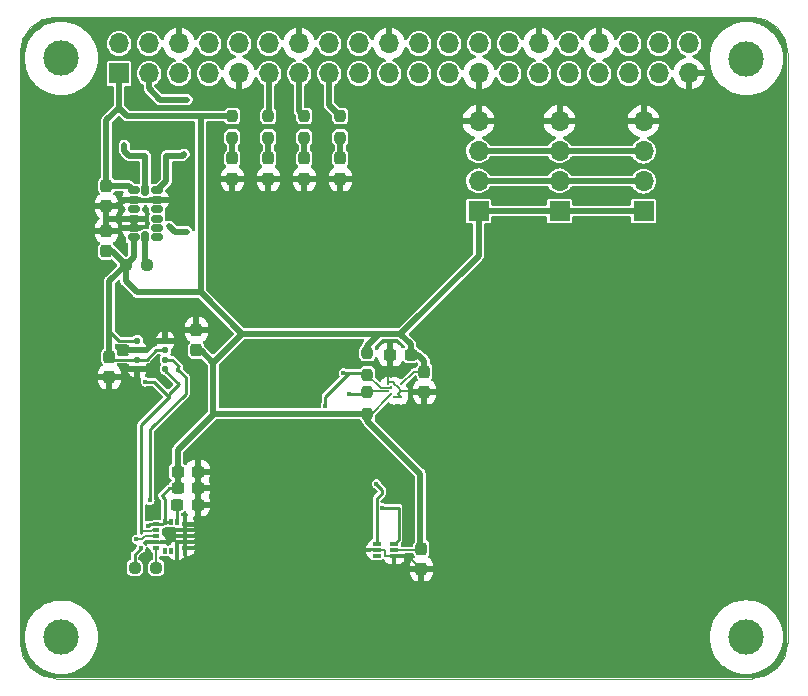
<source format=gbr>
G04 #@! TF.GenerationSoftware,KiCad,Pcbnew,7.0.8*
G04 #@! TF.CreationDate,2024-01-24T18:36:24+01:00*
G04 #@! TF.ProjectId,EDU_V3_0_Raspi_Hat,4544555f-5633-45f3-905f-52617370695f,rev?*
G04 #@! TF.SameCoordinates,Original*
G04 #@! TF.FileFunction,Copper,L1,Top*
G04 #@! TF.FilePolarity,Positive*
%FSLAX46Y46*%
G04 Gerber Fmt 4.6, Leading zero omitted, Abs format (unit mm)*
G04 Created by KiCad (PCBNEW 7.0.8) date 2024-01-24 18:36:24*
%MOMM*%
%LPD*%
G01*
G04 APERTURE LIST*
G04 Aperture macros list*
%AMRoundRect*
0 Rectangle with rounded corners*
0 $1 Rounding radius*
0 $2 $3 $4 $5 $6 $7 $8 $9 X,Y pos of 4 corners*
0 Add a 4 corners polygon primitive as box body*
4,1,4,$2,$3,$4,$5,$6,$7,$8,$9,$2,$3,0*
0 Add four circle primitives for the rounded corners*
1,1,$1+$1,$2,$3*
1,1,$1+$1,$4,$5*
1,1,$1+$1,$6,$7*
1,1,$1+$1,$8,$9*
0 Add four rect primitives between the rounded corners*
20,1,$1+$1,$2,$3,$4,$5,0*
20,1,$1+$1,$4,$5,$6,$7,0*
20,1,$1+$1,$6,$7,$8,$9,0*
20,1,$1+$1,$8,$9,$2,$3,0*%
G04 Aperture macros list end*
G04 #@! TA.AperFunction,SMDPad,CuDef*
%ADD10RoundRect,0.087500X-0.187500X-0.087500X0.187500X-0.087500X0.187500X0.087500X-0.187500X0.087500X0*%
G04 #@! TD*
G04 #@! TA.AperFunction,SMDPad,CuDef*
%ADD11RoundRect,0.087500X-0.087500X-0.187500X0.087500X-0.187500X0.087500X0.187500X-0.087500X0.187500X0*%
G04 #@! TD*
G04 #@! TA.AperFunction,WasherPad*
%ADD12C,3.000000*%
G04 #@! TD*
G04 #@! TA.AperFunction,SMDPad,CuDef*
%ADD13RoundRect,0.237500X-0.237500X0.250000X-0.237500X-0.250000X0.237500X-0.250000X0.237500X0.250000X0*%
G04 #@! TD*
G04 #@! TA.AperFunction,SMDPad,CuDef*
%ADD14RoundRect,0.237500X-0.300000X-0.237500X0.300000X-0.237500X0.300000X0.237500X-0.300000X0.237500X0*%
G04 #@! TD*
G04 #@! TA.AperFunction,SMDPad,CuDef*
%ADD15RoundRect,0.237500X0.237500X-0.287500X0.237500X0.287500X-0.237500X0.287500X-0.237500X-0.287500X0*%
G04 #@! TD*
G04 #@! TA.AperFunction,SMDPad,CuDef*
%ADD16RoundRect,0.125000X-0.137500X0.125000X-0.137500X-0.125000X0.137500X-0.125000X0.137500X0.125000X0*%
G04 #@! TD*
G04 #@! TA.AperFunction,SMDPad,CuDef*
%ADD17RoundRect,0.237500X0.237500X-0.300000X0.237500X0.300000X-0.237500X0.300000X-0.237500X-0.300000X0*%
G04 #@! TD*
G04 #@! TA.AperFunction,ComponentPad*
%ADD18O,1.700000X1.700000*%
G04 #@! TD*
G04 #@! TA.AperFunction,ComponentPad*
%ADD19R,1.700000X1.700000*%
G04 #@! TD*
G04 #@! TA.AperFunction,SMDPad,CuDef*
%ADD20RoundRect,0.150000X-0.150000X-0.325000X0.150000X-0.325000X0.150000X0.325000X-0.150000X0.325000X0*%
G04 #@! TD*
G04 #@! TA.AperFunction,SMDPad,CuDef*
%ADD21RoundRect,0.150000X-0.325000X-0.150000X0.325000X-0.150000X0.325000X0.150000X-0.325000X0.150000X0*%
G04 #@! TD*
G04 #@! TA.AperFunction,SMDPad,CuDef*
%ADD22RoundRect,0.237500X-0.237500X0.300000X-0.237500X-0.300000X0.237500X-0.300000X0.237500X0.300000X0*%
G04 #@! TD*
G04 #@! TA.AperFunction,SMDPad,CuDef*
%ADD23RoundRect,0.237500X-0.250000X-0.237500X0.250000X-0.237500X0.250000X0.237500X-0.250000X0.237500X0*%
G04 #@! TD*
G04 #@! TA.AperFunction,SMDPad,CuDef*
%ADD24RoundRect,0.237500X0.237500X-0.250000X0.237500X0.250000X-0.237500X0.250000X-0.237500X-0.250000X0*%
G04 #@! TD*
G04 #@! TA.AperFunction,SMDPad,CuDef*
%ADD25R,0.700000X0.340000*%
G04 #@! TD*
G04 #@! TA.AperFunction,SMDPad,CuDef*
%ADD26C,0.200000*%
G04 #@! TD*
G04 #@! TA.AperFunction,SMDPad,CuDef*
%ADD27RoundRect,0.237500X0.300000X0.237500X-0.300000X0.237500X-0.300000X-0.237500X0.300000X-0.237500X0*%
G04 #@! TD*
G04 #@! TA.AperFunction,ViaPad*
%ADD28C,0.400000*%
G04 #@! TD*
G04 #@! TA.AperFunction,Conductor*
%ADD29C,0.150000*%
G04 #@! TD*
G04 #@! TA.AperFunction,Conductor*
%ADD30C,0.250000*%
G04 #@! TD*
G04 #@! TA.AperFunction,Conductor*
%ADD31C,0.500000*%
G04 #@! TD*
G04 #@! TA.AperFunction,Profile*
%ADD32C,0.100000*%
G04 #@! TD*
G04 APERTURE END LIST*
D10*
X90088000Y-103775000D03*
X90088000Y-104275000D03*
X90088000Y-104775000D03*
X90088000Y-105275000D03*
X90088000Y-105775000D03*
D11*
X90813000Y-106000000D03*
X91313000Y-106000000D03*
X91813000Y-106000000D03*
D10*
X92538000Y-105775000D03*
X92538000Y-105275000D03*
X92538000Y-104775000D03*
X92538000Y-104275000D03*
X92538000Y-103775000D03*
D11*
X91813000Y-103550000D03*
X91313000Y-103550000D03*
X90813000Y-103550000D03*
D12*
X82040000Y-64310000D03*
X140040000Y-64330000D03*
X82040000Y-113320000D03*
X140030000Y-113310000D03*
D13*
X107950000Y-92559500D03*
X107950000Y-94384500D03*
D14*
X93599000Y-100711000D03*
X91874000Y-100711000D03*
D13*
X96520000Y-71016500D03*
X96520000Y-69191500D03*
D15*
X102616000Y-72785000D03*
X102616000Y-74535000D03*
D16*
X90849500Y-88208000D03*
X90849500Y-89008000D03*
X90849500Y-89808000D03*
X90849500Y-90608000D03*
X88474500Y-90608000D03*
X88474500Y-89808000D03*
X88474500Y-89008000D03*
X88474500Y-88208000D03*
D17*
X85852000Y-78893500D03*
X85852000Y-80618500D03*
D15*
X105664000Y-72785000D03*
X105664000Y-74535000D03*
D13*
X102616000Y-71016500D03*
X102616000Y-69191500D03*
D18*
X117358000Y-69606000D03*
X117358000Y-72146000D03*
X117358000Y-74686000D03*
D19*
X117358000Y-77226000D03*
D13*
X99568000Y-71016500D03*
X99568000Y-69191500D03*
D20*
X89154000Y-75470000D03*
D21*
X90154000Y-75470000D03*
X90154000Y-76270000D03*
X90154000Y-77070000D03*
X90154000Y-77870000D03*
X90154000Y-78670000D03*
X90154000Y-79470000D03*
D20*
X89154000Y-79470000D03*
D21*
X88154000Y-79470000D03*
X88154000Y-78670000D03*
X88154000Y-77870000D03*
X88154000Y-77070000D03*
X88154000Y-76270000D03*
X88154000Y-75470000D03*
D22*
X85852000Y-76808500D03*
X85852000Y-75083500D03*
D23*
X89304500Y-81788000D03*
X87479500Y-81788000D03*
D24*
X107950000Y-91082500D03*
X107950000Y-89257500D03*
D25*
X110224000Y-105418000D03*
X110224000Y-105918000D03*
X110224000Y-106418000D03*
X108724000Y-106418000D03*
X108724000Y-105918000D03*
X108724000Y-105418000D03*
D17*
X86106000Y-89561500D03*
X86106000Y-91286500D03*
D26*
X110802000Y-91890000D03*
X110802000Y-92456000D03*
X110802000Y-93022000D03*
X110519000Y-92173000D03*
X110519000Y-92739000D03*
X110236000Y-91890000D03*
X110236000Y-93022000D03*
X109953000Y-92173000D03*
X109953000Y-92739000D03*
X109670000Y-91890000D03*
X109670000Y-92456000D03*
X109670000Y-93022000D03*
D14*
X93599000Y-99314000D03*
X91874000Y-99314000D03*
D15*
X96520000Y-72785000D03*
X96520000Y-74535000D03*
D13*
X105664000Y-71016500D03*
X105664000Y-69191500D03*
D14*
X111606500Y-89408000D03*
X109881500Y-89408000D03*
D18*
X131328000Y-69616000D03*
X131328000Y-72156000D03*
X131328000Y-74696000D03*
D19*
X131328000Y-77236000D03*
D15*
X99568000Y-72785000D03*
X99568000Y-74535000D03*
D22*
X112522000Y-107542500D03*
X112522000Y-105817500D03*
D23*
X90066500Y-107442000D03*
X88241500Y-107442000D03*
D18*
X124216000Y-69606000D03*
X124216000Y-72146000D03*
X124216000Y-74686000D03*
D19*
X124216000Y-77226000D03*
D22*
X112776000Y-92556500D03*
X112776000Y-90831500D03*
D27*
X91847500Y-102108000D03*
X93572500Y-102108000D03*
D22*
X93472000Y-89000500D03*
X93472000Y-87275500D03*
D18*
X135180000Y-63050000D03*
X135180000Y-65590000D03*
X132640000Y-63050000D03*
X132640000Y-65590000D03*
X130100000Y-63050000D03*
X130100000Y-65590000D03*
X127560000Y-63050000D03*
X127560000Y-65590000D03*
X125020000Y-63050000D03*
X125020000Y-65590000D03*
X122480000Y-63050000D03*
X122480000Y-65590000D03*
X119940000Y-63050000D03*
X119940000Y-65590000D03*
X117400000Y-63050000D03*
X117400000Y-65590000D03*
X114860000Y-63050000D03*
X114860000Y-65590000D03*
X112320000Y-63050000D03*
X112320000Y-65590000D03*
X109780000Y-63050000D03*
X109780000Y-65590000D03*
X107240000Y-63050000D03*
X107240000Y-65590000D03*
X104700000Y-63050000D03*
X104700000Y-65590000D03*
X102160000Y-63050000D03*
X102160000Y-65590000D03*
X99620000Y-63050000D03*
X99620000Y-65590000D03*
X97080000Y-63050000D03*
X97080000Y-65590000D03*
X94540000Y-63050000D03*
X94540000Y-65590000D03*
X92000000Y-63050000D03*
X92000000Y-65590000D03*
X89460000Y-63050000D03*
X89460000Y-65590000D03*
X86920000Y-63050000D03*
D19*
X86920000Y-65590000D03*
D28*
X83000000Y-86000000D03*
X84000000Y-86000000D03*
X84000000Y-85000000D03*
X83000000Y-85000000D03*
X87000000Y-86000000D03*
X88000000Y-86000000D03*
X88000000Y-85000000D03*
X87000000Y-85000000D03*
X88773000Y-105791000D03*
X89408000Y-103886000D03*
X105918000Y-90932000D03*
X88392000Y-105029000D03*
X104394000Y-93726000D03*
X89535000Y-101727000D03*
X109220000Y-102362000D03*
X92456000Y-72390000D03*
X91948000Y-90678000D03*
X92710000Y-67818000D03*
X87376000Y-71628000D03*
X91186000Y-92964000D03*
X92710000Y-78994000D03*
X106426000Y-92710000D03*
X89154000Y-91694000D03*
X91186000Y-78486000D03*
X108712000Y-100330000D03*
D29*
X90066500Y-105796500D02*
X90088000Y-105775000D01*
X90066500Y-107442000D02*
X90066500Y-105796500D01*
D30*
X91847500Y-103515500D02*
X91813000Y-103550000D01*
X91847500Y-102108000D02*
X91847500Y-103515500D01*
X90563000Y-101334000D02*
X90813000Y-101584000D01*
X90813000Y-101584000D02*
X90813000Y-103550000D01*
X90813000Y-103550000D02*
X91313000Y-103550000D01*
X90088000Y-103775000D02*
X90588000Y-103775000D01*
X90588000Y-103775000D02*
X90813000Y-103550000D01*
X89519000Y-103775000D02*
X90088000Y-103775000D01*
X89408000Y-103886000D02*
X89519000Y-103775000D01*
D29*
X89604752Y-104361000D02*
X88941000Y-104361000D01*
X90088000Y-104275000D02*
X89690752Y-104275000D01*
X89690752Y-104275000D02*
X89604752Y-104361000D01*
X88941000Y-104361000D02*
X88777000Y-104525000D01*
X88838686Y-105029000D02*
X88392000Y-105029000D01*
X89092686Y-104775000D02*
X88838686Y-105029000D01*
X90088000Y-104775000D02*
X89092686Y-104775000D01*
D30*
X88474500Y-89008000D02*
X89046000Y-89008000D01*
D31*
X88154000Y-77870000D02*
X85998000Y-77870000D01*
D30*
X89846000Y-88208000D02*
X90849500Y-88208000D01*
D29*
X109474000Y-105918000D02*
X109474000Y-106426000D01*
D30*
X89046000Y-89008000D02*
X89846000Y-88208000D01*
D29*
X110802000Y-92456000D02*
X110519000Y-92739000D01*
D31*
X85998000Y-77870000D02*
X85852000Y-77724000D01*
X88154000Y-76270000D02*
X87306000Y-76270000D01*
D29*
X110519000Y-92739000D02*
X110802000Y-93022000D01*
X109728000Y-91694000D02*
X109728000Y-89561500D01*
X110802000Y-92456000D02*
X112675500Y-92456000D01*
X110216000Y-106426000D02*
X110224000Y-106418000D01*
D31*
X96520000Y-74535000D02*
X99568000Y-74535000D01*
D29*
X110236000Y-91694000D02*
X109728000Y-91694000D01*
X112675500Y-92456000D02*
X112776000Y-92556500D01*
X109670000Y-91752000D02*
X109670000Y-91890000D01*
X110236000Y-93022000D02*
X110802000Y-93022000D01*
X109474000Y-106426000D02*
X110216000Y-106426000D01*
X108724000Y-105918000D02*
X109474000Y-105918000D01*
X111397500Y-106418000D02*
X112522000Y-107542500D01*
D31*
X102616000Y-74535000D02*
X99568000Y-74535000D01*
D29*
X110224000Y-106418000D02*
X111397500Y-106418000D01*
D31*
X88154000Y-78670000D02*
X88154000Y-77870000D01*
X85852000Y-77724000D02*
X85852000Y-78893500D01*
D29*
X110519000Y-92173000D02*
X110802000Y-92456000D01*
D31*
X124216000Y-69606000D02*
X131318000Y-69606000D01*
X86767500Y-76808500D02*
X85852000Y-76808500D01*
X105664000Y-74535000D02*
X102616000Y-74535000D01*
X131318000Y-69606000D02*
X131328000Y-69616000D01*
X117358000Y-69606000D02*
X124216000Y-69606000D01*
D29*
X110519000Y-92173000D02*
X110236000Y-91890000D01*
D31*
X87306000Y-76270000D02*
X86767500Y-76808500D01*
D29*
X109728000Y-91694000D02*
X109670000Y-91752000D01*
X109728000Y-89561500D02*
X109881500Y-89408000D01*
D31*
X85852000Y-76808500D02*
X85852000Y-77724000D01*
D29*
X110236000Y-91890000D02*
X110236000Y-91694000D01*
D30*
X88474500Y-89808000D02*
X89262000Y-89808000D01*
X88241500Y-106322500D02*
X88773000Y-105791000D01*
D31*
X124216000Y-77226000D02*
X131318000Y-77226000D01*
X87479500Y-81788000D02*
X87479500Y-83161500D01*
X93829500Y-69191500D02*
X87630000Y-69191500D01*
X112776000Y-89916000D02*
X112776000Y-90831500D01*
X94892500Y-90066500D02*
X97329000Y-87630000D01*
X94892500Y-92964000D02*
X94892500Y-94337500D01*
X86310000Y-80618500D02*
X87479500Y-81788000D01*
D29*
X111860500Y-90831500D02*
X112776000Y-90831500D01*
D31*
X108966000Y-87630000D02*
X110744000Y-87630000D01*
X93829500Y-69191500D02*
X93829500Y-84130500D01*
D29*
X108307500Y-94384500D02*
X107950000Y-94384500D01*
D30*
X89262000Y-89808000D02*
X90062000Y-89008000D01*
D31*
X94939500Y-94384500D02*
X94892500Y-94337500D01*
X131318000Y-77226000D02*
X131328000Y-77236000D01*
X117358000Y-77226000D02*
X124216000Y-77226000D01*
X91874000Y-99314000D02*
X91874000Y-100711000D01*
X111606500Y-88492500D02*
X111606500Y-89408000D01*
X110744000Y-87630000D02*
X111606500Y-88492500D01*
X88154000Y-79470000D02*
X88154000Y-81113500D01*
X86106000Y-83161500D02*
X86106000Y-87376000D01*
X93829500Y-84130500D02*
X97329000Y-87630000D01*
X94939500Y-94384500D02*
X91874000Y-97450000D01*
X86920000Y-68481500D02*
X85852000Y-69549500D01*
X86106000Y-87376000D02*
X86106000Y-89561500D01*
D30*
X88474500Y-89808000D02*
X86352500Y-89808000D01*
D31*
X87479500Y-83161500D02*
X88448500Y-84130500D01*
X112268000Y-89408000D02*
X112776000Y-89916000D01*
D29*
X112421500Y-105918000D02*
X112522000Y-105817500D01*
D30*
X91874000Y-100711000D02*
X91186000Y-100711000D01*
X86352500Y-89808000D02*
X86106000Y-89561500D01*
D31*
X88154000Y-81113500D02*
X87479500Y-81788000D01*
X94892500Y-92964000D02*
X94892500Y-91440000D01*
X112418500Y-99464500D02*
X107950000Y-94996000D01*
X96520000Y-69191500D02*
X93829500Y-69191500D01*
D29*
X110802000Y-91890000D02*
X111860500Y-90831500D01*
D31*
X112418500Y-100838000D02*
X112418500Y-99464500D01*
X107950000Y-88646000D02*
X108966000Y-87630000D01*
D29*
X110224000Y-105918000D02*
X112421500Y-105918000D01*
D31*
X85852000Y-80618500D02*
X86310000Y-80618500D01*
X107950000Y-94384500D02*
X94939500Y-94384500D01*
X88448500Y-84130500D02*
X93829500Y-84130500D01*
X87630000Y-69191500D02*
X86920000Y-68481500D01*
X86920000Y-65590000D02*
X86920000Y-68481500D01*
X112418500Y-100838000D02*
X112418500Y-102362000D01*
X91874000Y-97450000D02*
X91874000Y-99314000D01*
D29*
X109670000Y-93022000D02*
X108307500Y-94384500D01*
D31*
X85852000Y-69549500D02*
X85852000Y-75083500D01*
X85852000Y-75083500D02*
X87767500Y-75083500D01*
X94892500Y-90066500D02*
X94892500Y-91440000D01*
D30*
X88474500Y-88208000D02*
X86938000Y-88208000D01*
D31*
X87767500Y-75083500D02*
X88154000Y-75470000D01*
X111606500Y-89408000D02*
X112268000Y-89408000D01*
D30*
X90062000Y-89008000D02*
X90849500Y-89008000D01*
D31*
X110744000Y-87630000D02*
X117358000Y-81016000D01*
X97329000Y-87630000D02*
X108966000Y-87630000D01*
D29*
X109670000Y-93022000D02*
X109953000Y-92739000D01*
D30*
X86938000Y-88208000D02*
X86106000Y-87376000D01*
D31*
X112418500Y-102362000D02*
X112418500Y-105714000D01*
X107950000Y-89257500D02*
X107950000Y-88646000D01*
X112418500Y-105714000D02*
X112522000Y-105817500D01*
X93826500Y-89000500D02*
X94892500Y-90066500D01*
D30*
X88241500Y-107442000D02*
X88241500Y-106322500D01*
X91186000Y-100711000D02*
X90563000Y-101334000D01*
D31*
X87479500Y-81788000D02*
X86106000Y-83161500D01*
X93472000Y-89000500D02*
X93826500Y-89000500D01*
X107950000Y-94996000D02*
X107950000Y-94384500D01*
X117358000Y-81016000D02*
X117358000Y-77226000D01*
X96520000Y-71016500D02*
X96520000Y-72785000D01*
X105664000Y-71016500D02*
X105664000Y-72785000D01*
X102616000Y-71016500D02*
X102616000Y-72785000D01*
D30*
X91999750Y-90372250D02*
X91948000Y-90424000D01*
X89662000Y-95631000D02*
X89535000Y-95758000D01*
X92583000Y-92075000D02*
X92583000Y-92710000D01*
D29*
X109953000Y-92173000D02*
X109924000Y-92202000D01*
D30*
X110224000Y-105418000D02*
X110593500Y-105048500D01*
X91948000Y-90424000D02*
X91948000Y-90678000D01*
X110593500Y-105048500D02*
X110593500Y-102362000D01*
D29*
X109069500Y-92202000D02*
X107950000Y-91082500D01*
D31*
X131328000Y-72156000D02*
X124226000Y-72156000D01*
D30*
X106426000Y-90932000D02*
X104394000Y-92964000D01*
X89535000Y-95758000D02*
X89535000Y-101727000D01*
D31*
X117358000Y-72146000D02*
X124216000Y-72146000D01*
D30*
X91435500Y-89808000D02*
X91999750Y-90372250D01*
X109220000Y-102362000D02*
X110593500Y-102362000D01*
X105918000Y-90932000D02*
X106426000Y-90932000D01*
X104394000Y-92964000D02*
X104394000Y-93726000D01*
D31*
X89460000Y-66854000D02*
X90424000Y-67818000D01*
D30*
X92583000Y-92710000D02*
X89662000Y-95631000D01*
D31*
X92305500Y-72540500D02*
X90932000Y-72540500D01*
X92456000Y-72390000D02*
X92305500Y-72540500D01*
D29*
X109924000Y-92202000D02*
X109069500Y-92202000D01*
D31*
X90424000Y-67818000D02*
X92710000Y-67818000D01*
D30*
X92583000Y-91313000D02*
X92583000Y-92075000D01*
D31*
X89460000Y-65590000D02*
X89460000Y-66854000D01*
D30*
X91948000Y-90678000D02*
X92583000Y-91313000D01*
X107799500Y-90932000D02*
X107950000Y-91082500D01*
D31*
X90932000Y-72540500D02*
X90932000Y-74692000D01*
D30*
X106426000Y-90932000D02*
X107799500Y-90932000D01*
X90849500Y-89808000D02*
X91435500Y-89808000D01*
D31*
X90932000Y-74692000D02*
X90154000Y-75470000D01*
D30*
X88773000Y-104521000D02*
X88777000Y-104525000D01*
X109220000Y-101092000D02*
X109220000Y-100838000D01*
D31*
X87780500Y-72540500D02*
X89154000Y-72540500D01*
D30*
X107799500Y-92710000D02*
X107950000Y-92559500D01*
D31*
X89154000Y-72540500D02*
X89154000Y-75470000D01*
X124216000Y-74686000D02*
X117358000Y-74686000D01*
D30*
X91186000Y-92964000D02*
X91186000Y-92710000D01*
D29*
X109670000Y-92456000D02*
X108053500Y-92456000D01*
D31*
X92710000Y-78994000D02*
X91694000Y-78994000D01*
X87376000Y-72136000D02*
X87780500Y-72540500D01*
D30*
X90849500Y-90746000D02*
X91999750Y-91896250D01*
D31*
X87376000Y-71628000D02*
X87376000Y-72136000D01*
D30*
X91186000Y-92710000D02*
X91999750Y-91896250D01*
D31*
X131328000Y-74696000D02*
X124226000Y-74696000D01*
D29*
X108053500Y-92456000D02*
X107950000Y-92559500D01*
D30*
X90849500Y-90608000D02*
X90849500Y-90746000D01*
X89916000Y-91694000D02*
X89154000Y-91694000D01*
X106426000Y-92710000D02*
X107799500Y-92710000D01*
X91186000Y-92964000D02*
X88773000Y-95377000D01*
X91186000Y-92964000D02*
X89916000Y-91694000D01*
D31*
X91694000Y-78994000D02*
X91186000Y-78486000D01*
D30*
X88773000Y-95377000D02*
X88773000Y-104521000D01*
X108712000Y-100330000D02*
X109220000Y-100838000D01*
X108724000Y-101588000D02*
X109220000Y-101092000D01*
X108724000Y-105418000D02*
X108724000Y-101588000D01*
D31*
X89154000Y-81637500D02*
X89304500Y-81788000D01*
X89154000Y-79470000D02*
X89154000Y-81637500D01*
X99568000Y-71016500D02*
X99568000Y-72785000D01*
X104700000Y-68227500D02*
X105664000Y-69191500D01*
X104700000Y-65590000D02*
X104700000Y-68227500D01*
X102160000Y-65590000D02*
X102160000Y-68735500D01*
X102160000Y-68735500D02*
X102616000Y-69191500D01*
X99620000Y-65590000D02*
X99620000Y-69139500D01*
X99620000Y-69139500D02*
X99568000Y-69191500D01*
D30*
X91563000Y-102392500D02*
X91847500Y-102108000D01*
G04 #@! TA.AperFunction,Conductor*
G36*
X89277392Y-105084078D02*
G01*
X89300470Y-105100000D01*
X89698795Y-105100000D01*
X89749689Y-105110736D01*
X89762433Y-105116363D01*
X89833420Y-105147707D01*
X89851807Y-105149840D01*
X89917167Y-105177558D01*
X89957168Y-105236213D01*
X89959106Y-105307183D01*
X89922368Y-105367936D01*
X89858617Y-105399181D01*
X89851803Y-105400161D01*
X89833419Y-105402293D01*
X89805443Y-105414646D01*
X89754376Y-105437195D01*
X89749690Y-105439264D01*
X89698795Y-105450000D01*
X89311381Y-105450000D01*
X89308734Y-105453017D01*
X89299445Y-105512584D01*
X89252316Y-105565682D01*
X89183962Y-105584871D01*
X89116084Y-105564059D01*
X89096368Y-105547975D01*
X89011344Y-105462951D01*
X89003317Y-105457119D01*
X89005278Y-105454419D01*
X88966169Y-105417461D01*
X88949123Y-105348541D01*
X88972044Y-105281346D01*
X89005008Y-105249207D01*
X89014308Y-105242994D01*
X89014308Y-105242993D01*
X89027950Y-105233879D01*
X89027955Y-105233874D01*
X89037310Y-105227624D01*
X89045783Y-105214941D01*
X89061449Y-105195851D01*
X89144265Y-105113036D01*
X89206577Y-105079012D01*
X89277392Y-105084078D01*
G37*
G04 #@! TD.AperFunction*
G04 #@! TA.AperFunction,Conductor*
G36*
X86942394Y-83066374D02*
G01*
X86999230Y-83108921D01*
X87021782Y-83169386D01*
X87022474Y-83169256D01*
X87023235Y-83173282D01*
X87024041Y-83175441D01*
X87024201Y-83178386D01*
X87035288Y-83236978D01*
X87044153Y-83295791D01*
X87046660Y-83303921D01*
X87049478Y-83311974D01*
X87077276Y-83364572D01*
X87103075Y-83418143D01*
X87107886Y-83425199D01*
X87112935Y-83432040D01*
X87154995Y-83474099D01*
X87195445Y-83517694D01*
X87195446Y-83517695D01*
X87202829Y-83523582D01*
X87202287Y-83524261D01*
X87214614Y-83533718D01*
X88109551Y-84428654D01*
X88114261Y-84433925D01*
X88131886Y-84456024D01*
X88138621Y-84464470D01*
X88187771Y-84497980D01*
X88235618Y-84533293D01*
X88235621Y-84533294D01*
X88243160Y-84537279D01*
X88250824Y-84540970D01*
X88250827Y-84540972D01*
X88307677Y-84558507D01*
X88363801Y-84578146D01*
X88363807Y-84578146D01*
X88372215Y-84579737D01*
X88380594Y-84581000D01*
X88440074Y-84581000D01*
X88499510Y-84583224D01*
X88499516Y-84583222D01*
X88508890Y-84582167D01*
X88508987Y-84583028D01*
X88524397Y-84581000D01*
X93590706Y-84581000D01*
X93658827Y-84601002D01*
X93679801Y-84617905D01*
X96602801Y-87540905D01*
X96636827Y-87603217D01*
X96631762Y-87674032D01*
X96602801Y-87719095D01*
X94981594Y-89340301D01*
X94919282Y-89374327D01*
X94848466Y-89369262D01*
X94803404Y-89340301D01*
X94183407Y-88720304D01*
X94149381Y-88657992D01*
X94147052Y-88642971D01*
X94144725Y-88618151D01*
X94101116Y-88493525D01*
X94038562Y-88408766D01*
X94014205Y-88342081D01*
X94029767Y-88272812D01*
X94073796Y-88226706D01*
X94175030Y-88164264D01*
X94175039Y-88164257D01*
X94298257Y-88041039D01*
X94298262Y-88041033D01*
X94389751Y-87892707D01*
X94444568Y-87727276D01*
X94444569Y-87727273D01*
X94454999Y-87625184D01*
X94455000Y-87625184D01*
X94455000Y-87529500D01*
X92489000Y-87529500D01*
X92489000Y-87625184D01*
X92499430Y-87727273D01*
X92499431Y-87727276D01*
X92554248Y-87892707D01*
X92645737Y-88041033D01*
X92645742Y-88041039D01*
X92768960Y-88164257D01*
X92768966Y-88164262D01*
X92870204Y-88226706D01*
X92917682Y-88279492D01*
X92929085Y-88349567D01*
X92905437Y-88408768D01*
X92842883Y-88493525D01*
X92799276Y-88618145D01*
X92799275Y-88618150D01*
X92796500Y-88647741D01*
X92796500Y-89353258D01*
X92799275Y-89382849D01*
X92799276Y-89382854D01*
X92842883Y-89507474D01*
X92846777Y-89512750D01*
X92921289Y-89613711D01*
X93027525Y-89692116D01*
X93027524Y-89692116D01*
X93129643Y-89727849D01*
X93152151Y-89735725D01*
X93181744Y-89738500D01*
X93181747Y-89738500D01*
X93762253Y-89738500D01*
X93762256Y-89738500D01*
X93791849Y-89735725D01*
X93815477Y-89727456D01*
X93886378Y-89723837D01*
X93946186Y-89757290D01*
X94405095Y-90216198D01*
X94439120Y-90278511D01*
X94442000Y-90305294D01*
X94442000Y-94192706D01*
X94421998Y-94260827D01*
X94405095Y-94281801D01*
X91575843Y-97111053D01*
X91570572Y-97115764D01*
X91540030Y-97140120D01*
X91506519Y-97189271D01*
X91471204Y-97237120D01*
X91467215Y-97244669D01*
X91463527Y-97252328D01*
X91445992Y-97309177D01*
X91426354Y-97365301D01*
X91424766Y-97373688D01*
X91423500Y-97382096D01*
X91423500Y-97441574D01*
X91421276Y-97501011D01*
X91422333Y-97510390D01*
X91421470Y-97510487D01*
X91423500Y-97525896D01*
X91423500Y-98579596D01*
X91403498Y-98647717D01*
X91372321Y-98680975D01*
X91260790Y-98763287D01*
X91182383Y-98869525D01*
X91138776Y-98994145D01*
X91138775Y-98994150D01*
X91136000Y-99023741D01*
X91136000Y-99604258D01*
X91138775Y-99633849D01*
X91138776Y-99633854D01*
X91182383Y-99758474D01*
X91182384Y-99758475D01*
X91260789Y-99864711D01*
X91323673Y-99911121D01*
X91366605Y-99967666D01*
X91372151Y-100038446D01*
X91338550Y-100100988D01*
X91323673Y-100113879D01*
X91260788Y-100160290D01*
X91182386Y-100266521D01*
X91182383Y-100266527D01*
X91164021Y-100318999D01*
X91122641Y-100376690D01*
X91082544Y-100394538D01*
X91083310Y-100396643D01*
X91067235Y-100402493D01*
X91051832Y-100408873D01*
X91046316Y-100411445D01*
X91013191Y-100434638D01*
X91008558Y-100437589D01*
X90973547Y-100457804D01*
X90973545Y-100457805D01*
X90947547Y-100488787D01*
X90943834Y-100492839D01*
X90373421Y-101063252D01*
X90373420Y-101063253D01*
X90349167Y-101087506D01*
X90292252Y-101144420D01*
X90284685Y-101160647D01*
X90273709Y-101179657D01*
X90263447Y-101194312D01*
X90263445Y-101194318D01*
X90258814Y-101211599D01*
X90251306Y-101232228D01*
X90243741Y-101248451D01*
X90243741Y-101248453D01*
X90242180Y-101266285D01*
X90238368Y-101287901D01*
X90233736Y-101305187D01*
X90233736Y-101305193D01*
X90235295Y-101323023D01*
X90235295Y-101344974D01*
X90233735Y-101362804D01*
X90233736Y-101362807D01*
X90238368Y-101380094D01*
X90242181Y-101401720D01*
X90243741Y-101419546D01*
X90251304Y-101435767D01*
X90258812Y-101456395D01*
X90263444Y-101473680D01*
X90263445Y-101473682D01*
X90263446Y-101473684D01*
X90273711Y-101488344D01*
X90284686Y-101507354D01*
X90292253Y-101523581D01*
X90391139Y-101622467D01*
X90391145Y-101622471D01*
X90450595Y-101681921D01*
X90484621Y-101744233D01*
X90487500Y-101771016D01*
X90487500Y-103161927D01*
X90476764Y-103212821D01*
X90440293Y-103295417D01*
X90437806Y-103304562D01*
X90434518Y-103303667D01*
X90413423Y-103353393D01*
X90354763Y-103393386D01*
X90315991Y-103399500D01*
X89857500Y-103399500D01*
X89857493Y-103399501D01*
X89833418Y-103402293D01*
X89750821Y-103438764D01*
X89699927Y-103449500D01*
X89535960Y-103449500D01*
X89530475Y-103449260D01*
X89501872Y-103446757D01*
X89490195Y-103445736D01*
X89490192Y-103445736D01*
X89451126Y-103456203D01*
X89445761Y-103457392D01*
X89405952Y-103464412D01*
X89400235Y-103466493D01*
X89384841Y-103472869D01*
X89369327Y-103480104D01*
X89368375Y-103478062D01*
X89332862Y-103492407D01*
X89282693Y-103500354D01*
X89281697Y-103500862D01*
X89280354Y-103501113D01*
X89273260Y-103503419D01*
X89272962Y-103502501D01*
X89211920Y-103513962D01*
X89146136Y-103487259D01*
X89105233Y-103429229D01*
X89098500Y-103388592D01*
X89098500Y-102158369D01*
X89118502Y-102090248D01*
X89172158Y-102043755D01*
X89242432Y-102033651D01*
X89287177Y-102051813D01*
X89287822Y-102050548D01*
X89296658Y-102055050D01*
X89409696Y-102112646D01*
X89535000Y-102132492D01*
X89660304Y-102112646D01*
X89773342Y-102055050D01*
X89863050Y-101965342D01*
X89920646Y-101852304D01*
X89940492Y-101727000D01*
X89920646Y-101601696D01*
X89898989Y-101559192D01*
X89874233Y-101510604D01*
X89860500Y-101453402D01*
X89860500Y-95945016D01*
X89880502Y-95876895D01*
X89897405Y-95855921D01*
X89912298Y-95841028D01*
X90623039Y-95130287D01*
X92801174Y-92952150D01*
X92805204Y-92948456D01*
X92836194Y-92922455D01*
X92856415Y-92887428D01*
X92859352Y-92882817D01*
X92882554Y-92849684D01*
X92882555Y-92849681D01*
X92885157Y-92844101D01*
X92891479Y-92828838D01*
X92893587Y-92823046D01*
X92893588Y-92823045D01*
X92900607Y-92783231D01*
X92901798Y-92777863D01*
X92912264Y-92738808D01*
X92908740Y-92698518D01*
X92908500Y-92693026D01*
X92908500Y-91329959D01*
X92908740Y-91324465D01*
X92912264Y-91284193D01*
X92901792Y-91245114D01*
X92900610Y-91239782D01*
X92893588Y-91199955D01*
X92893585Y-91199949D01*
X92891485Y-91194181D01*
X92885144Y-91178870D01*
X92882554Y-91173316D01*
X92859363Y-91140196D01*
X92856409Y-91135558D01*
X92841280Y-91109355D01*
X92836194Y-91100545D01*
X92827156Y-91092961D01*
X92805212Y-91074547D01*
X92801169Y-91070843D01*
X92372122Y-90641796D01*
X92338096Y-90579484D01*
X92336768Y-90572409D01*
X92334062Y-90555322D01*
X92333646Y-90552696D01*
X92329348Y-90544262D01*
X92316241Y-90474488D01*
X92318746Y-90460792D01*
X92319007Y-90457798D01*
X92319009Y-90457796D01*
X92320568Y-90439969D01*
X92324384Y-90418336D01*
X92329013Y-90401060D01*
X92329014Y-90401056D01*
X92327454Y-90383232D01*
X92327454Y-90361262D01*
X92329014Y-90343443D01*
X92324382Y-90326160D01*
X92320569Y-90304532D01*
X92319227Y-90289188D01*
X92319010Y-90286705D01*
X92319009Y-90286702D01*
X92311446Y-90270483D01*
X92303934Y-90249844D01*
X92299757Y-90234257D01*
X92299304Y-90232566D01*
X92289039Y-90217907D01*
X92278058Y-90198886D01*
X92270496Y-90182668D01*
X92182155Y-90094327D01*
X92182140Y-90094314D01*
X91677665Y-89589839D01*
X91673950Y-89585786D01*
X91647954Y-89554805D01*
X91647951Y-89554803D01*
X91612935Y-89534586D01*
X91608300Y-89531633D01*
X91575183Y-89508445D01*
X91569652Y-89505866D01*
X91554296Y-89499505D01*
X91548547Y-89497412D01*
X91524674Y-89493202D01*
X91508734Y-89490391D01*
X91503372Y-89489203D01*
X91464308Y-89478736D01*
X91464305Y-89478736D01*
X91452627Y-89479757D01*
X91424024Y-89482260D01*
X91418540Y-89482500D01*
X91380955Y-89482500D01*
X91312834Y-89462498D01*
X91266341Y-89408842D01*
X91256237Y-89338568D01*
X91266760Y-89303250D01*
X91306259Y-89218545D01*
X91312500Y-89171139D01*
X91312499Y-88947779D01*
X91332501Y-88879660D01*
X91374365Y-88839323D01*
X91378059Y-88837138D01*
X91491140Y-88724057D01*
X91491143Y-88724053D01*
X91572555Y-88586394D01*
X91609858Y-88458000D01*
X90089142Y-88458000D01*
X90108702Y-88525326D01*
X90108499Y-88596322D01*
X90069945Y-88655939D01*
X90020313Y-88682186D01*
X89994126Y-88689203D01*
X89988761Y-88690392D01*
X89948952Y-88697412D01*
X89943235Y-88699493D01*
X89927832Y-88705873D01*
X89922316Y-88708445D01*
X89889191Y-88731638D01*
X89884558Y-88734589D01*
X89849547Y-88754804D01*
X89849545Y-88754805D01*
X89823547Y-88785787D01*
X89819834Y-88789839D01*
X89387626Y-89222046D01*
X89325314Y-89256072D01*
X89297817Y-89254105D01*
X89297817Y-89258000D01*
X87714142Y-89258000D01*
X87732546Y-89321347D01*
X87732343Y-89392343D01*
X87693789Y-89451960D01*
X87629124Y-89481268D01*
X87611549Y-89482500D01*
X86907500Y-89482500D01*
X86839379Y-89462498D01*
X86792886Y-89408842D01*
X86781500Y-89356500D01*
X86781500Y-89208747D01*
X86781500Y-89208744D01*
X86778725Y-89179151D01*
X86775923Y-89171144D01*
X86735116Y-89054524D01*
X86735114Y-89054521D01*
X86656713Y-88948290D01*
X86607678Y-88912101D01*
X86564746Y-88855556D01*
X86556500Y-88810722D01*
X86556500Y-88581834D01*
X86576502Y-88513713D01*
X86630158Y-88467220D01*
X86700432Y-88457116D01*
X86745499Y-88472714D01*
X86760572Y-88481417D01*
X86765193Y-88484361D01*
X86794921Y-88505177D01*
X86798316Y-88507554D01*
X86803870Y-88510144D01*
X86819181Y-88516485D01*
X86824949Y-88518585D01*
X86824955Y-88518588D01*
X86864782Y-88525610D01*
X86870114Y-88526792D01*
X86909193Y-88537264D01*
X86939986Y-88534570D01*
X86949482Y-88533740D01*
X86954974Y-88533500D01*
X87611549Y-88533500D01*
X87679670Y-88553502D01*
X87726163Y-88607158D01*
X87736267Y-88677432D01*
X87732546Y-88694653D01*
X87714142Y-88758000D01*
X89234858Y-88758000D01*
X89197555Y-88629605D01*
X89116143Y-88491946D01*
X89116140Y-88491942D01*
X89003059Y-88378861D01*
X89003052Y-88378856D01*
X88999358Y-88376671D01*
X88997054Y-88374203D01*
X88996793Y-88374001D01*
X88996825Y-88373958D01*
X88950906Y-88324778D01*
X88937499Y-88268221D01*
X88937499Y-88044862D01*
X88937498Y-88044859D01*
X88937498Y-88044850D01*
X88934228Y-88020018D01*
X88931259Y-87997455D01*
X88912861Y-87958000D01*
X90089142Y-87958000D01*
X90599500Y-87958000D01*
X90599500Y-87456510D01*
X91099500Y-87456510D01*
X91099500Y-87958000D01*
X91609858Y-87958000D01*
X91572555Y-87829605D01*
X91491143Y-87691946D01*
X91491140Y-87691942D01*
X91378057Y-87578859D01*
X91378053Y-87578856D01*
X91240395Y-87497445D01*
X91099500Y-87456510D01*
X90599500Y-87456510D01*
X90458604Y-87497445D01*
X90320946Y-87578856D01*
X90320942Y-87578859D01*
X90207859Y-87691942D01*
X90207856Y-87691946D01*
X90126444Y-87829605D01*
X90089142Y-87958000D01*
X88912861Y-87958000D01*
X88882747Y-87893421D01*
X88882746Y-87893420D01*
X88882746Y-87893419D01*
X88801580Y-87812253D01*
X88697543Y-87763740D01*
X88657325Y-87758446D01*
X88650139Y-87757500D01*
X88650138Y-87757500D01*
X88298864Y-87757500D01*
X88298850Y-87757501D01*
X88251459Y-87763740D01*
X88251455Y-87763740D01*
X88251455Y-87763741D01*
X88251454Y-87763741D01*
X88251452Y-87763742D01*
X88147421Y-87812253D01*
X88114078Y-87845595D01*
X88051769Y-87879620D01*
X88024984Y-87882500D01*
X87125016Y-87882500D01*
X87056895Y-87862498D01*
X87035921Y-87845595D01*
X86593405Y-87403079D01*
X86559379Y-87340767D01*
X86556500Y-87313984D01*
X86556500Y-87021500D01*
X92489000Y-87021500D01*
X93218000Y-87021500D01*
X93218000Y-86230000D01*
X93726000Y-86230000D01*
X93726000Y-87021500D01*
X94455000Y-87021500D01*
X94455000Y-86925815D01*
X94444569Y-86823726D01*
X94444568Y-86823723D01*
X94389751Y-86658292D01*
X94298262Y-86509966D01*
X94298257Y-86509960D01*
X94175039Y-86386742D01*
X94175033Y-86386737D01*
X94026707Y-86295248D01*
X93861276Y-86240431D01*
X93861273Y-86240430D01*
X93759184Y-86230000D01*
X93726000Y-86230000D01*
X93218000Y-86230000D01*
X93184815Y-86230000D01*
X93082726Y-86240430D01*
X93082723Y-86240431D01*
X92917292Y-86295248D01*
X92768966Y-86386737D01*
X92768960Y-86386742D01*
X92645742Y-86509960D01*
X92645737Y-86509966D01*
X92554248Y-86658292D01*
X92499431Y-86823723D01*
X92499430Y-86823726D01*
X92489000Y-86925815D01*
X92489000Y-87021500D01*
X86556500Y-87021500D01*
X86556500Y-83400293D01*
X86576502Y-83332172D01*
X86593399Y-83311203D01*
X86809270Y-83095332D01*
X86871578Y-83061310D01*
X86942394Y-83066374D01*
G37*
G04 #@! TD.AperFunction*
G04 #@! TA.AperFunction,Conductor*
G36*
X107642326Y-88100502D02*
G01*
X107688819Y-88154158D01*
X107698923Y-88224432D01*
X107669429Y-88289012D01*
X107663295Y-88295600D01*
X107651835Y-88307059D01*
X107646567Y-88311768D01*
X107616031Y-88336118D01*
X107582519Y-88385271D01*
X107547204Y-88433120D01*
X107543215Y-88440669D01*
X107539527Y-88448328D01*
X107521992Y-88505177D01*
X107502354Y-88561301D01*
X107500765Y-88569695D01*
X107500116Y-88574004D01*
X107498588Y-88577290D01*
X107497167Y-88585660D01*
X107496738Y-88587054D01*
X107494385Y-88586330D01*
X107470187Y-88638384D01*
X107450344Y-88656608D01*
X107399288Y-88694289D01*
X107320885Y-88800521D01*
X107320883Y-88800524D01*
X107277276Y-88925145D01*
X107277275Y-88925150D01*
X107274500Y-88954741D01*
X107274500Y-89560258D01*
X107277275Y-89589849D01*
X107277276Y-89589854D01*
X107320883Y-89714474D01*
X107320884Y-89714475D01*
X107399289Y-89820711D01*
X107505525Y-89899116D01*
X107505524Y-89899116D01*
X107630145Y-89942723D01*
X107630151Y-89942725D01*
X107659744Y-89945500D01*
X107659747Y-89945500D01*
X108240253Y-89945500D01*
X108240256Y-89945500D01*
X108269849Y-89942725D01*
X108394475Y-89899116D01*
X108500711Y-89820711D01*
X108579116Y-89714475D01*
X108592677Y-89675717D01*
X108634055Y-89618027D01*
X108700055Y-89591864D01*
X108769723Y-89605536D01*
X108820939Y-89654703D01*
X108836954Y-89704526D01*
X108846430Y-89797273D01*
X108846431Y-89797276D01*
X108901248Y-89962707D01*
X108992737Y-90111033D01*
X108992742Y-90111039D01*
X109115960Y-90234257D01*
X109115966Y-90234262D01*
X109264292Y-90325751D01*
X109429723Y-90380568D01*
X109429726Y-90380569D01*
X109531815Y-90390999D01*
X109531815Y-90391000D01*
X109627500Y-90391000D01*
X109627500Y-88425000D01*
X109531815Y-88425000D01*
X109429726Y-88435430D01*
X109429723Y-88435431D01*
X109264292Y-88490248D01*
X109115966Y-88581737D01*
X109115960Y-88581742D01*
X108992742Y-88704960D01*
X108992737Y-88704966D01*
X108901246Y-88853296D01*
X108867872Y-88954014D01*
X108827458Y-89012385D01*
X108761902Y-89039641D01*
X108692017Y-89027128D01*
X108639991Y-88978818D01*
X108624896Y-88932520D01*
X108624360Y-88932638D01*
X108623193Y-88927296D01*
X108622818Y-88926145D01*
X108622725Y-88925151D01*
X108601955Y-88865794D01*
X108579116Y-88800524D01*
X108574704Y-88792176D01*
X108576763Y-88791087D01*
X108556921Y-88736778D01*
X108572479Y-88667507D01*
X108593556Y-88639546D01*
X109115700Y-88117402D01*
X109178010Y-88083379D01*
X109204793Y-88080500D01*
X110505205Y-88080500D01*
X110573326Y-88100502D01*
X110594300Y-88117404D01*
X110855757Y-88378861D01*
X111085897Y-88609000D01*
X111119922Y-88671313D01*
X111114858Y-88742128D01*
X111072311Y-88798964D01*
X111071623Y-88799475D01*
X111014768Y-88841436D01*
X110948081Y-88865794D01*
X110878811Y-88850231D01*
X110832706Y-88806204D01*
X110770262Y-88704966D01*
X110770257Y-88704960D01*
X110647039Y-88581742D01*
X110647033Y-88581737D01*
X110498707Y-88490248D01*
X110333276Y-88435431D01*
X110333273Y-88435430D01*
X110231184Y-88425000D01*
X110135500Y-88425000D01*
X110135500Y-90391000D01*
X110231185Y-90391000D01*
X110231184Y-90390999D01*
X110333273Y-90380569D01*
X110333276Y-90380568D01*
X110498707Y-90325751D01*
X110647033Y-90234262D01*
X110647039Y-90234257D01*
X110770257Y-90111039D01*
X110770264Y-90111030D01*
X110832706Y-90009796D01*
X110885491Y-89962317D01*
X110955566Y-89950914D01*
X111014766Y-89974562D01*
X111099525Y-90037116D01*
X111099524Y-90037116D01*
X111224142Y-90080722D01*
X111224151Y-90080725D01*
X111253744Y-90083500D01*
X111253747Y-90083500D01*
X111959253Y-90083500D01*
X111959256Y-90083500D01*
X111988849Y-90080725D01*
X112058922Y-90056204D01*
X112129826Y-90052585D01*
X112191431Y-90087873D01*
X112224179Y-90150866D01*
X112217671Y-90221564D01*
X112201918Y-90249955D01*
X112146883Y-90324525D01*
X112103276Y-90449145D01*
X112101640Y-90456638D01*
X112098324Y-90455913D01*
X112077714Y-90507692D01*
X112019964Y-90548988D01*
X111978518Y-90556000D01*
X111900043Y-90556000D01*
X111875462Y-90553579D01*
X111860500Y-90550603D01*
X111860497Y-90550603D01*
X111840962Y-90554488D01*
X111840941Y-90554493D01*
X111753004Y-90571985D01*
X111711034Y-90600028D01*
X111688111Y-90615345D01*
X111688106Y-90615349D01*
X111661875Y-90632876D01*
X111653400Y-90645560D01*
X111637733Y-90664648D01*
X110846916Y-91455465D01*
X110784604Y-91489491D01*
X110713789Y-91484426D01*
X110676767Y-91460633D01*
X110676182Y-91461397D01*
X110542629Y-91358917D01*
X110542621Y-91358912D01*
X110394718Y-91297650D01*
X110236000Y-91276754D01*
X110077277Y-91297650D01*
X110001216Y-91329155D01*
X109930627Y-91336744D01*
X109904784Y-91329155D01*
X109828721Y-91297650D01*
X109828722Y-91297650D01*
X109670000Y-91276754D01*
X109511281Y-91297650D01*
X109363378Y-91358912D01*
X109363370Y-91358917D01*
X109236369Y-91456369D01*
X109138917Y-91583370D01*
X109138911Y-91583380D01*
X109123670Y-91620176D01*
X109079121Y-91675456D01*
X109011757Y-91697876D01*
X108942966Y-91680317D01*
X108918167Y-91661051D01*
X108662405Y-91405289D01*
X108628379Y-91342977D01*
X108625500Y-91316194D01*
X108625500Y-90779747D01*
X108625500Y-90779744D01*
X108622725Y-90750151D01*
X108579116Y-90625525D01*
X108500711Y-90519289D01*
X108414839Y-90455913D01*
X108394474Y-90440883D01*
X108394475Y-90440883D01*
X108269854Y-90397276D01*
X108269849Y-90397275D01*
X108240258Y-90394500D01*
X108240256Y-90394500D01*
X107659744Y-90394500D01*
X107659741Y-90394500D01*
X107630150Y-90397275D01*
X107630145Y-90397276D01*
X107505525Y-90440883D01*
X107399289Y-90519289D01*
X107373312Y-90554488D01*
X107372696Y-90555322D01*
X107316151Y-90598254D01*
X107271317Y-90606500D01*
X106442960Y-90606500D01*
X106437474Y-90606260D01*
X106405418Y-90603455D01*
X106397194Y-90602736D01*
X106397193Y-90602736D01*
X106397192Y-90602736D01*
X106391078Y-90603270D01*
X106366557Y-90606500D01*
X106191597Y-90606500D01*
X106134394Y-90592767D01*
X106108325Y-90579484D01*
X106043304Y-90546354D01*
X105918000Y-90526508D01*
X105792696Y-90546354D01*
X105792694Y-90546354D01*
X105792694Y-90546355D01*
X105679657Y-90603949D01*
X105589949Y-90693657D01*
X105546085Y-90779747D01*
X105532354Y-90806696D01*
X105512508Y-90932000D01*
X105532354Y-91057304D01*
X105566367Y-91124057D01*
X105594452Y-91179178D01*
X105590962Y-91180956D01*
X105608364Y-91229687D01*
X105592301Y-91298843D01*
X105571666Y-91326007D01*
X104175843Y-92721830D01*
X104171792Y-92725542D01*
X104140806Y-92751544D01*
X104140804Y-92751547D01*
X104120589Y-92786558D01*
X104117638Y-92791191D01*
X104094445Y-92824316D01*
X104091873Y-92829832D01*
X104085493Y-92845235D01*
X104083412Y-92850952D01*
X104076392Y-92890761D01*
X104075203Y-92896126D01*
X104064736Y-92935192D01*
X104064736Y-92935193D01*
X104067256Y-92964000D01*
X104068260Y-92975465D01*
X104068500Y-92980959D01*
X104068500Y-93452402D01*
X104054767Y-93509604D01*
X104008355Y-93600692D01*
X104008354Y-93600694D01*
X104008354Y-93600696D01*
X103988508Y-93726000D01*
X103995526Y-93770312D01*
X103998374Y-93788289D01*
X103989274Y-93858700D01*
X103943552Y-93913014D01*
X103875724Y-93933987D01*
X103873925Y-93934000D01*
X95469000Y-93934000D01*
X95400879Y-93913998D01*
X95354386Y-93860342D01*
X95343000Y-93808000D01*
X95343000Y-90305294D01*
X95363002Y-90237173D01*
X95379905Y-90216199D01*
X97478699Y-88117405D01*
X97541011Y-88083379D01*
X97567794Y-88080500D01*
X107574205Y-88080500D01*
X107642326Y-88100502D01*
G37*
G04 #@! TD.AperFunction*
G04 #@! TA.AperFunction,Conductor*
G36*
X140548120Y-60868210D02*
G01*
X140873075Y-60886454D01*
X140880086Y-60887244D01*
X141199208Y-60941461D01*
X141206076Y-60943029D01*
X141517133Y-61032638D01*
X141523781Y-61034965D01*
X141822835Y-61158833D01*
X141829197Y-61161896D01*
X142112513Y-61318476D01*
X142118482Y-61322227D01*
X142382475Y-61509536D01*
X142388002Y-61513944D01*
X142629359Y-61729632D01*
X142634343Y-61734616D01*
X142694666Y-61802116D01*
X142850030Y-61975967D01*
X142854439Y-61981495D01*
X143041751Y-62245485D01*
X143045513Y-62251472D01*
X143202082Y-62534761D01*
X143205150Y-62541132D01*
X143329017Y-62840172D01*
X143331352Y-62846846D01*
X143420959Y-63157878D01*
X143422533Y-63164771D01*
X143476750Y-63483878D01*
X143477542Y-63490904D01*
X143495757Y-63815262D01*
X143495856Y-63818795D01*
X143495856Y-113819929D01*
X143495854Y-113820890D01*
X143495751Y-113824472D01*
X143476973Y-114149065D01*
X143476171Y-114156082D01*
X143421513Y-114474753D01*
X143419931Y-114481636D01*
X143329981Y-114792179D01*
X143327639Y-114798842D01*
X143255585Y-114972153D01*
X143204898Y-115094069D01*
X143203519Y-115097385D01*
X143200446Y-115103744D01*
X143115963Y-115256176D01*
X143043713Y-115386534D01*
X143039953Y-115392504D01*
X142852575Y-115655990D01*
X142848166Y-115661507D01*
X142632501Y-115902380D01*
X142627503Y-115907370D01*
X142386239Y-116122620D01*
X142380714Y-116127019D01*
X142116911Y-116313921D01*
X142110928Y-116317674D01*
X141827856Y-116473913D01*
X141821491Y-116476974D01*
X141522740Y-116600564D01*
X141516072Y-116602894D01*
X141205359Y-116692299D01*
X141198473Y-116693869D01*
X140879711Y-116747963D01*
X140872693Y-116748753D01*
X140547122Y-116767012D01*
X140543594Y-116767111D01*
X81548131Y-116767111D01*
X81544597Y-116767012D01*
X81219647Y-116748758D01*
X81212630Y-116747968D01*
X80893525Y-116693745D01*
X80886642Y-116692175D01*
X80731122Y-116647368D01*
X80575607Y-116602563D01*
X80568934Y-116600228D01*
X80269909Y-116476364D01*
X80263539Y-116473297D01*
X79980237Y-116316719D01*
X79974256Y-116312960D01*
X79710268Y-116125647D01*
X79704763Y-116121256D01*
X79463411Y-115905569D01*
X79458414Y-115900572D01*
X79242729Y-115659216D01*
X79238321Y-115653688D01*
X79051023Y-115389715D01*
X79047261Y-115383729D01*
X78890693Y-115100439D01*
X78887625Y-115094069D01*
X78837128Y-114972160D01*
X78763756Y-114795022D01*
X78761425Y-114788360D01*
X78671820Y-114477332D01*
X78670248Y-114470450D01*
X78616029Y-114151337D01*
X78615237Y-114144311D01*
X78607750Y-114011004D01*
X78597453Y-113827656D01*
X78596955Y-113818782D01*
X78596856Y-113815248D01*
X78596856Y-113320000D01*
X78934615Y-113320000D01*
X78954140Y-113667690D01*
X79012471Y-114011004D01*
X79012473Y-114011013D01*
X79052900Y-114151337D01*
X79108880Y-114345648D01*
X79242140Y-114667365D01*
X79242145Y-114667376D01*
X79242152Y-114667388D01*
X79410588Y-114972153D01*
X79410592Y-114972160D01*
X79612109Y-115256172D01*
X79612114Y-115256179D01*
X79712465Y-115368471D01*
X79844161Y-115515839D01*
X79998414Y-115653688D01*
X80103820Y-115747885D01*
X80103823Y-115747887D01*
X80103824Y-115747888D01*
X80322728Y-115903208D01*
X80387839Y-115949407D01*
X80387846Y-115949411D01*
X80438824Y-115977585D01*
X80692624Y-116117855D01*
X81014356Y-116251121D01*
X81348987Y-116347527D01*
X81692307Y-116405859D01*
X81692306Y-116405859D01*
X81710793Y-116406897D01*
X82040000Y-116425385D01*
X82387693Y-116405859D01*
X82731013Y-116347527D01*
X83065644Y-116251121D01*
X83387376Y-116117855D01*
X83692164Y-115949405D01*
X83976176Y-115747888D01*
X84235839Y-115515839D01*
X84467888Y-115256176D01*
X84669405Y-114972164D01*
X84837855Y-114667376D01*
X84971121Y-114345644D01*
X85067527Y-114011013D01*
X85125859Y-113667693D01*
X85145385Y-113320000D01*
X85144823Y-113310000D01*
X136924615Y-113310000D01*
X136944140Y-113657690D01*
X137002471Y-114001004D01*
X137002473Y-114001013D01*
X137045781Y-114151337D01*
X137098880Y-114335648D01*
X137211782Y-114608216D01*
X137232145Y-114657376D01*
X137280242Y-114744402D01*
X137400588Y-114962153D01*
X137400592Y-114962160D01*
X137602109Y-115246172D01*
X137602114Y-115246179D01*
X137611051Y-115256179D01*
X137834161Y-115505839D01*
X137999063Y-115653205D01*
X138093820Y-115737885D01*
X138093823Y-115737887D01*
X138093824Y-115737888D01*
X138107914Y-115747885D01*
X138377839Y-115939407D01*
X138377846Y-115939411D01*
X138450312Y-115979461D01*
X138682624Y-116107855D01*
X139004356Y-116241121D01*
X139338987Y-116337527D01*
X139682307Y-116395859D01*
X139682306Y-116395859D01*
X139700793Y-116396897D01*
X140030000Y-116415385D01*
X140377693Y-116395859D01*
X140721013Y-116337527D01*
X141055644Y-116241121D01*
X141377376Y-116107855D01*
X141682164Y-115939405D01*
X141966176Y-115737888D01*
X142225839Y-115505839D01*
X142457888Y-115246176D01*
X142659405Y-114962164D01*
X142827855Y-114657376D01*
X142961121Y-114335644D01*
X143057527Y-114001013D01*
X143115859Y-113657693D01*
X143135385Y-113310000D01*
X143115859Y-112962307D01*
X143057527Y-112618987D01*
X142961121Y-112284356D01*
X142827855Y-111962624D01*
X142721275Y-111769783D01*
X142659411Y-111657846D01*
X142659407Y-111657839D01*
X142464981Y-111383820D01*
X142457888Y-111373824D01*
X142457887Y-111373823D01*
X142457885Y-111373820D01*
X142373205Y-111279063D01*
X142225839Y-111114161D01*
X142078471Y-110982465D01*
X141966179Y-110882114D01*
X141966172Y-110882109D01*
X141682160Y-110680592D01*
X141682153Y-110680588D01*
X141395482Y-110522152D01*
X141377376Y-110512145D01*
X141377369Y-110512142D01*
X141377365Y-110512140D01*
X141055648Y-110378880D01*
X140987221Y-110359166D01*
X140721013Y-110282473D01*
X140721007Y-110282472D01*
X140721004Y-110282471D01*
X140377687Y-110224140D01*
X140377693Y-110224140D01*
X140030000Y-110204615D01*
X139682309Y-110224140D01*
X139338995Y-110282471D01*
X139338989Y-110282472D01*
X139338987Y-110282473D01*
X139202142Y-110321897D01*
X139004351Y-110378880D01*
X138682634Y-110512140D01*
X138682611Y-110512152D01*
X138377846Y-110680588D01*
X138377839Y-110680592D01*
X138093827Y-110882109D01*
X138093820Y-110882114D01*
X137834161Y-111114161D01*
X137602114Y-111373820D01*
X137602109Y-111373827D01*
X137400592Y-111657839D01*
X137400588Y-111657846D01*
X137232152Y-111962611D01*
X137232140Y-111962634D01*
X137098880Y-112284351D01*
X137002471Y-112618995D01*
X136944140Y-112962309D01*
X136924615Y-113310000D01*
X85144823Y-113310000D01*
X85125859Y-112972307D01*
X85067527Y-112628987D01*
X84971121Y-112294356D01*
X84837855Y-111972624D01*
X84669405Y-111667836D01*
X84467888Y-111383824D01*
X84467887Y-111383823D01*
X84467885Y-111383820D01*
X84383205Y-111289063D01*
X84235839Y-111124161D01*
X84088471Y-110992465D01*
X83976179Y-110892114D01*
X83976172Y-110892109D01*
X83692160Y-110690592D01*
X83692153Y-110690588D01*
X83474402Y-110570242D01*
X83387376Y-110522145D01*
X83387369Y-110522142D01*
X83387365Y-110522140D01*
X83065648Y-110388880D01*
X82997221Y-110369166D01*
X82731013Y-110292473D01*
X82731007Y-110292472D01*
X82731004Y-110292471D01*
X82387687Y-110234140D01*
X82387693Y-110234140D01*
X82040000Y-110214615D01*
X81692309Y-110234140D01*
X81348995Y-110292471D01*
X81348989Y-110292472D01*
X81348987Y-110292473D01*
X81212142Y-110331897D01*
X81014351Y-110388880D01*
X80692634Y-110522140D01*
X80692611Y-110522152D01*
X80387846Y-110690588D01*
X80387839Y-110690592D01*
X80103827Y-110892109D01*
X80103820Y-110892114D01*
X79844161Y-111124161D01*
X79612114Y-111383820D01*
X79612109Y-111383827D01*
X79410592Y-111667839D01*
X79410588Y-111667846D01*
X79242152Y-111972611D01*
X79242140Y-111972634D01*
X79108880Y-112294351D01*
X79012471Y-112628995D01*
X78954140Y-112972309D01*
X78934615Y-113320000D01*
X78596856Y-113320000D01*
X78596856Y-91540500D01*
X85123000Y-91540500D01*
X85123000Y-91636184D01*
X85133430Y-91738273D01*
X85133431Y-91738276D01*
X85188248Y-91903707D01*
X85279737Y-92052033D01*
X85279742Y-92052039D01*
X85402960Y-92175257D01*
X85402966Y-92175262D01*
X85551292Y-92266751D01*
X85716723Y-92321568D01*
X85716726Y-92321569D01*
X85818815Y-92331999D01*
X85818815Y-92332000D01*
X85852000Y-92332000D01*
X85852000Y-91540500D01*
X86360000Y-91540500D01*
X86360000Y-92332000D01*
X86393185Y-92332000D01*
X86393184Y-92331999D01*
X86495273Y-92321569D01*
X86495276Y-92321568D01*
X86660707Y-92266751D01*
X86809033Y-92175262D01*
X86809039Y-92175257D01*
X86932257Y-92052039D01*
X86932262Y-92052033D01*
X87023751Y-91903707D01*
X87078568Y-91738276D01*
X87078569Y-91738273D01*
X87088999Y-91636184D01*
X87089000Y-91636184D01*
X87089000Y-91540500D01*
X86360000Y-91540500D01*
X85852000Y-91540500D01*
X85123000Y-91540500D01*
X78596856Y-91540500D01*
X78596856Y-79243184D01*
X84869000Y-79243184D01*
X84879430Y-79345273D01*
X84879431Y-79345276D01*
X84934248Y-79510707D01*
X85025737Y-79659033D01*
X85025742Y-79659039D01*
X85148960Y-79782257D01*
X85148966Y-79782262D01*
X85250204Y-79844706D01*
X85297682Y-79897492D01*
X85309085Y-79967567D01*
X85285437Y-80026768D01*
X85222883Y-80111525D01*
X85179276Y-80236145D01*
X85179275Y-80236150D01*
X85176500Y-80265741D01*
X85176500Y-80971258D01*
X85179275Y-81000849D01*
X85179276Y-81000854D01*
X85222883Y-81125474D01*
X85222884Y-81125475D01*
X85301289Y-81231711D01*
X85407525Y-81310116D01*
X85407524Y-81310116D01*
X85503001Y-81343525D01*
X85532151Y-81353725D01*
X85561744Y-81356500D01*
X85561747Y-81356500D01*
X86142253Y-81356500D01*
X86142256Y-81356500D01*
X86171849Y-81353725D01*
X86272149Y-81318627D01*
X86343052Y-81315008D01*
X86402859Y-81348462D01*
X86753301Y-81698904D01*
X86787327Y-81761216D01*
X86782262Y-81832031D01*
X86753301Y-81877094D01*
X85807843Y-82822553D01*
X85802572Y-82827264D01*
X85772030Y-82851620D01*
X85738519Y-82900771D01*
X85703204Y-82948620D01*
X85699215Y-82956169D01*
X85695527Y-82963828D01*
X85677992Y-83020677D01*
X85658354Y-83076801D01*
X85656766Y-83085188D01*
X85655500Y-83093596D01*
X85655500Y-83093598D01*
X85655500Y-83153073D01*
X85654895Y-83169256D01*
X85653276Y-83212511D01*
X85654333Y-83221890D01*
X85653470Y-83221987D01*
X85655500Y-83237396D01*
X85655500Y-88810722D01*
X85635498Y-88878843D01*
X85604322Y-88912101D01*
X85555286Y-88948290D01*
X85476885Y-89054521D01*
X85476883Y-89054524D01*
X85433276Y-89179145D01*
X85433275Y-89179150D01*
X85430500Y-89208741D01*
X85430500Y-89914258D01*
X85433275Y-89943849D01*
X85433276Y-89943854D01*
X85476883Y-90068474D01*
X85485923Y-90080723D01*
X85539436Y-90153231D01*
X85563794Y-90219918D01*
X85548232Y-90289188D01*
X85504204Y-90335292D01*
X85402972Y-90397733D01*
X85402960Y-90397742D01*
X85279742Y-90520960D01*
X85279737Y-90520966D01*
X85188248Y-90669292D01*
X85133431Y-90834723D01*
X85133430Y-90834726D01*
X85123000Y-90936815D01*
X85123000Y-91032500D01*
X87089000Y-91032500D01*
X87089000Y-90936815D01*
X87080947Y-90858000D01*
X87714142Y-90858000D01*
X87751444Y-90986394D01*
X87832856Y-91124053D01*
X87832859Y-91124057D01*
X87945942Y-91237140D01*
X87945946Y-91237143D01*
X88083604Y-91318554D01*
X88224500Y-91359488D01*
X88224500Y-90858000D01*
X87714142Y-90858000D01*
X87080947Y-90858000D01*
X87078569Y-90834726D01*
X87078568Y-90834723D01*
X87023751Y-90669292D01*
X86932262Y-90520966D01*
X86932257Y-90520960D01*
X86809039Y-90397742D01*
X86809033Y-90397737D01*
X86758780Y-90366741D01*
X86711302Y-90313955D01*
X86699899Y-90243880D01*
X86728191Y-90178764D01*
X86787197Y-90139282D01*
X86824927Y-90133500D01*
X87611549Y-90133500D01*
X87679670Y-90153502D01*
X87726163Y-90207158D01*
X87736267Y-90277432D01*
X87732546Y-90294653D01*
X87714142Y-90358000D01*
X89234857Y-90358000D01*
X89215297Y-90290674D01*
X89215500Y-90219677D01*
X89254053Y-90160061D01*
X89303676Y-90133815D01*
X89329886Y-90126791D01*
X89335231Y-90125607D01*
X89375045Y-90118588D01*
X89375047Y-90118586D01*
X89380838Y-90116479D01*
X89396101Y-90110157D01*
X89401681Y-90107555D01*
X89401681Y-90107554D01*
X89401684Y-90107554D01*
X89434817Y-90084352D01*
X89439428Y-90081415D01*
X89474455Y-90061194D01*
X89500448Y-90030215D01*
X89504151Y-90026173D01*
X90159922Y-89370404D01*
X90222234Y-89336379D01*
X90249017Y-89333500D01*
X90318045Y-89333500D01*
X90386166Y-89353502D01*
X90432659Y-89407158D01*
X90442763Y-89477432D01*
X90432240Y-89512748D01*
X90422698Y-89533212D01*
X90392740Y-89597456D01*
X90386500Y-89644855D01*
X90386500Y-89971135D01*
X90386501Y-89971149D01*
X90392740Y-90018540D01*
X90392742Y-90018547D01*
X90441253Y-90122580D01*
X90447575Y-90131608D01*
X90445361Y-90133158D01*
X90471604Y-90181217D01*
X90466539Y-90252032D01*
X90446310Y-90283506D01*
X90447575Y-90284392D01*
X90441253Y-90293419D01*
X90392740Y-90397456D01*
X90386500Y-90444855D01*
X90386500Y-90771135D01*
X90386501Y-90771149D01*
X90392740Y-90818540D01*
X90392742Y-90818547D01*
X90441253Y-90922580D01*
X90522419Y-91003746D01*
X90522420Y-91003746D01*
X90522421Y-91003747D01*
X90626455Y-91052259D01*
X90663366Y-91057118D01*
X90663485Y-91057134D01*
X90728412Y-91085855D01*
X90736135Y-91092961D01*
X91450327Y-91807153D01*
X91484353Y-91869465D01*
X91479288Y-91940280D01*
X91450327Y-91985343D01*
X91148094Y-92287576D01*
X91085782Y-92321602D01*
X91014967Y-92316537D01*
X90969904Y-92287577D01*
X90158159Y-91475832D01*
X90154444Y-91471779D01*
X90145091Y-91460633D01*
X90128455Y-91440806D01*
X90128454Y-91440805D01*
X90128451Y-91440803D01*
X90093435Y-91420586D01*
X90088800Y-91417633D01*
X90055683Y-91394445D01*
X90050152Y-91391866D01*
X90034796Y-91385505D01*
X90029047Y-91383412D01*
X90005174Y-91379202D01*
X89989234Y-91376391D01*
X89983872Y-91375203D01*
X89944808Y-91364736D01*
X89944805Y-91364736D01*
X89933127Y-91365757D01*
X89904524Y-91368260D01*
X89899040Y-91368500D01*
X89427597Y-91368500D01*
X89370394Y-91354767D01*
X89347255Y-91342977D01*
X89279304Y-91308354D01*
X89213575Y-91297943D01*
X89149423Y-91267531D01*
X89111897Y-91207262D01*
X89112911Y-91136273D01*
X89124835Y-91109355D01*
X89197555Y-90986394D01*
X89234858Y-90858000D01*
X88724500Y-90858000D01*
X88724500Y-91359489D01*
X88748621Y-91377600D01*
X88791086Y-91434496D01*
X88796050Y-91505319D01*
X88785236Y-91535560D01*
X88768355Y-91568692D01*
X88768354Y-91568694D01*
X88768354Y-91568696D01*
X88748508Y-91694000D01*
X88768354Y-91819304D01*
X88768355Y-91819305D01*
X88825949Y-91932342D01*
X88915657Y-92022050D01*
X88949909Y-92039502D01*
X89028696Y-92079646D01*
X89154000Y-92099492D01*
X89279304Y-92079646D01*
X89370394Y-92033232D01*
X89427597Y-92019500D01*
X89728984Y-92019500D01*
X89797105Y-92039502D01*
X89818079Y-92056405D01*
X90636578Y-92874904D01*
X90670604Y-92937216D01*
X90665539Y-93008031D01*
X90636578Y-93053094D01*
X88554843Y-95134829D01*
X88550792Y-95138542D01*
X88519806Y-95164544D01*
X88519804Y-95164547D01*
X88499589Y-95199558D01*
X88496638Y-95204191D01*
X88473445Y-95237316D01*
X88470873Y-95242832D01*
X88464493Y-95258235D01*
X88462412Y-95263952D01*
X88455392Y-95303761D01*
X88454203Y-95309126D01*
X88443736Y-95348193D01*
X88446580Y-95380702D01*
X88447260Y-95388465D01*
X88447500Y-95393959D01*
X88447500Y-104504039D01*
X88447260Y-104509534D01*
X88446504Y-104518170D01*
X88420639Y-104584288D01*
X88363135Y-104625926D01*
X88340696Y-104631633D01*
X88321203Y-104634721D01*
X88266694Y-104643354D01*
X88153657Y-104700949D01*
X88063949Y-104790657D01*
X88027862Y-104861484D01*
X88006354Y-104903696D01*
X87986508Y-105029000D01*
X88006354Y-105154304D01*
X88018203Y-105177558D01*
X88063949Y-105267342D01*
X88153657Y-105357050D01*
X88183860Y-105372439D01*
X88266696Y-105414646D01*
X88325421Y-105423947D01*
X88389572Y-105454358D01*
X88427099Y-105514627D01*
X88426085Y-105585616D01*
X88417975Y-105605597D01*
X88387354Y-105665694D01*
X88384230Y-105685416D01*
X88353815Y-105749568D01*
X88348877Y-105754795D01*
X88023343Y-106080329D01*
X88019292Y-106084042D01*
X87988306Y-106110044D01*
X87988304Y-106110047D01*
X87968089Y-106145058D01*
X87965138Y-106149691D01*
X87941945Y-106182816D01*
X87939373Y-106188332D01*
X87932993Y-106203735D01*
X87930912Y-106209452D01*
X87923892Y-106249261D01*
X87922703Y-106254626D01*
X87913627Y-106288500D01*
X87912236Y-106293693D01*
X87915759Y-106333964D01*
X87915760Y-106333965D01*
X87916000Y-106339459D01*
X87916000Y-106677476D01*
X87895998Y-106745597D01*
X87842342Y-106792090D01*
X87831616Y-106796405D01*
X87784525Y-106812883D01*
X87678289Y-106891289D01*
X87599883Y-106997525D01*
X87556276Y-107122145D01*
X87556275Y-107122150D01*
X87553500Y-107151741D01*
X87553500Y-107732258D01*
X87556275Y-107761849D01*
X87556276Y-107761854D01*
X87599883Y-107886474D01*
X87599884Y-107886475D01*
X87678289Y-107992711D01*
X87784525Y-108071116D01*
X87784524Y-108071116D01*
X87909145Y-108114723D01*
X87909151Y-108114725D01*
X87938744Y-108117500D01*
X87938747Y-108117500D01*
X88544253Y-108117500D01*
X88544256Y-108117500D01*
X88573849Y-108114725D01*
X88698475Y-108071116D01*
X88804711Y-107992711D01*
X88883116Y-107886475D01*
X88926725Y-107761849D01*
X88929500Y-107732256D01*
X88929500Y-107151744D01*
X88926725Y-107122151D01*
X88883116Y-106997525D01*
X88804711Y-106891289D01*
X88698475Y-106812884D01*
X88698474Y-106812883D01*
X88651384Y-106796405D01*
X88593692Y-106755026D01*
X88567530Y-106689025D01*
X88567000Y-106677476D01*
X88567000Y-106509516D01*
X88587002Y-106441395D01*
X88603900Y-106420425D01*
X88809204Y-106215120D01*
X88871514Y-106181097D01*
X88878591Y-106179768D01*
X88882933Y-106179080D01*
X88898304Y-106176646D01*
X89011342Y-106119050D01*
X89101050Y-106029342D01*
X89158646Y-105916304D01*
X89178492Y-105791000D01*
X89178023Y-105788042D01*
X89178492Y-105784416D01*
X89178492Y-105781084D01*
X89178923Y-105781084D01*
X89187119Y-105717636D01*
X89232837Y-105663319D01*
X89300664Y-105642342D01*
X89369065Y-105661365D01*
X89402433Y-105691624D01*
X89475785Y-105787217D01*
X89569431Y-105859075D01*
X89611298Y-105916413D01*
X89614308Y-105925961D01*
X89615291Y-105929576D01*
X89658785Y-106028079D01*
X89734920Y-106104214D01*
X89736207Y-106105095D01*
X89738006Y-106107300D01*
X89743177Y-106112470D01*
X89742654Y-106112992D01*
X89781103Y-106160094D01*
X89791000Y-106209045D01*
X89791000Y-106659980D01*
X89770998Y-106728101D01*
X89717342Y-106774594D01*
X89706616Y-106778909D01*
X89609525Y-106812883D01*
X89503289Y-106891289D01*
X89424883Y-106997525D01*
X89381276Y-107122145D01*
X89381275Y-107122150D01*
X89378500Y-107151741D01*
X89378500Y-107732258D01*
X89381275Y-107761849D01*
X89381276Y-107761854D01*
X89424883Y-107886474D01*
X89424884Y-107886475D01*
X89503289Y-107992711D01*
X89609525Y-108071116D01*
X89609524Y-108071116D01*
X89734145Y-108114723D01*
X89734151Y-108114725D01*
X89763744Y-108117500D01*
X89763747Y-108117500D01*
X90369253Y-108117500D01*
X90369256Y-108117500D01*
X90398849Y-108114725D01*
X90523475Y-108071116D01*
X90629711Y-107992711D01*
X90708116Y-107886475D01*
X90739600Y-107796500D01*
X111539000Y-107796500D01*
X111539000Y-107892184D01*
X111549430Y-107994273D01*
X111549431Y-107994276D01*
X111604248Y-108159707D01*
X111695737Y-108308033D01*
X111695742Y-108308039D01*
X111818960Y-108431257D01*
X111818966Y-108431262D01*
X111967292Y-108522751D01*
X112132723Y-108577568D01*
X112132726Y-108577569D01*
X112234815Y-108587999D01*
X112234815Y-108588000D01*
X112268000Y-108588000D01*
X112268000Y-107796500D01*
X112776000Y-107796500D01*
X112776000Y-108588000D01*
X112809185Y-108588000D01*
X112809184Y-108587999D01*
X112911273Y-108577569D01*
X112911276Y-108577568D01*
X113076707Y-108522751D01*
X113225033Y-108431262D01*
X113225039Y-108431257D01*
X113348257Y-108308039D01*
X113348262Y-108308033D01*
X113439751Y-108159707D01*
X113494568Y-107994276D01*
X113494569Y-107994273D01*
X113504999Y-107892184D01*
X113505000Y-107892184D01*
X113505000Y-107796500D01*
X112776000Y-107796500D01*
X112268000Y-107796500D01*
X111539000Y-107796500D01*
X90739600Y-107796500D01*
X90751725Y-107761849D01*
X90754500Y-107732256D01*
X90754500Y-107151744D01*
X90751725Y-107122151D01*
X90708116Y-106997525D01*
X90629711Y-106891289D01*
X90523475Y-106812884D01*
X90523474Y-106812883D01*
X90523475Y-106812883D01*
X90426384Y-106778909D01*
X90368692Y-106737530D01*
X90342530Y-106671530D01*
X90342000Y-106659980D01*
X90342000Y-106515485D01*
X90362002Y-106447364D01*
X90415658Y-106400871D01*
X90485932Y-106390767D01*
X90550512Y-106420261D01*
X90557095Y-106426390D01*
X90559918Y-106429213D01*
X90559919Y-106429213D01*
X90559921Y-106429215D01*
X90658420Y-106472707D01*
X90682495Y-106475500D01*
X90943504Y-106475499D01*
X90967580Y-106472707D01*
X91012105Y-106453046D01*
X91082498Y-106443828D01*
X91113894Y-106453047D01*
X91148738Y-106468432D01*
X91158420Y-106472707D01*
X91158424Y-106472707D01*
X91162034Y-106473690D01*
X91165576Y-106475867D01*
X91167090Y-106476536D01*
X91166999Y-106476742D01*
X91222517Y-106510870D01*
X91228926Y-106518568D01*
X91300786Y-106612218D01*
X91425173Y-106707664D01*
X91425181Y-106707669D01*
X91570043Y-106767672D01*
X91570044Y-106767673D01*
X91638000Y-106776618D01*
X91638000Y-106389204D01*
X91648735Y-106338311D01*
X91685707Y-106254580D01*
X91688500Y-106230505D01*
X91688499Y-105769496D01*
X91685707Y-105745420D01*
X91648735Y-105661689D01*
X91638000Y-105610795D01*
X91638000Y-105450000D01*
X91988000Y-105450000D01*
X91988000Y-106776617D01*
X91988001Y-106776618D01*
X92055953Y-106767674D01*
X92055955Y-106767673D01*
X92200818Y-106707669D01*
X92200826Y-106707664D01*
X92325216Y-106612216D01*
X92412858Y-106498000D01*
X92379371Y-106430095D01*
X92374386Y-106424342D01*
X92363000Y-106372000D01*
X92363000Y-105950000D01*
X92713000Y-105950000D01*
X92713000Y-106457999D01*
X92764534Y-106457999D01*
X92764542Y-106457998D01*
X92880955Y-106442672D01*
X92880956Y-106442672D01*
X93025818Y-106382669D01*
X93025826Y-106382664D01*
X93150216Y-106287216D01*
X93245664Y-106162826D01*
X93245669Y-106162818D01*
X93305673Y-106017955D01*
X93314620Y-105950000D01*
X92713000Y-105950000D01*
X92363000Y-105950000D01*
X92363000Y-105450000D01*
X92713000Y-105450000D01*
X92713000Y-105600000D01*
X93314619Y-105600000D01*
X93314619Y-105599999D01*
X93306911Y-105541445D01*
X93306911Y-105508553D01*
X93314620Y-105450000D01*
X92713000Y-105450000D01*
X92363000Y-105450000D01*
X91988000Y-105450000D01*
X91638000Y-105450000D01*
X91638000Y-105226000D01*
X91638800Y-105223275D01*
X91570044Y-105232327D01*
X91570043Y-105232327D01*
X91425181Y-105292330D01*
X91425173Y-105292335D01*
X91300785Y-105387782D01*
X91228924Y-105481432D01*
X91171585Y-105523299D01*
X91162041Y-105526307D01*
X91158422Y-105527291D01*
X91113893Y-105546953D01*
X91043497Y-105556171D01*
X91012107Y-105546953D01*
X90993623Y-105538792D01*
X90967581Y-105527293D01*
X90958437Y-105524806D01*
X90959445Y-105521099D01*
X90911034Y-105500431D01*
X90896419Y-105486260D01*
X90864620Y-105450000D01*
X90477205Y-105450000D01*
X90426311Y-105439264D01*
X90342582Y-105402293D01*
X90342578Y-105402292D01*
X90324190Y-105400159D01*
X90258829Y-105372439D01*
X90218830Y-105313782D01*
X90216894Y-105242812D01*
X90253634Y-105182061D01*
X90317386Y-105150817D01*
X90324188Y-105149839D01*
X90342580Y-105147707D01*
X90426310Y-105110735D01*
X90474427Y-105100586D01*
X91761302Y-105100586D01*
X91764000Y-105100000D01*
X92363000Y-105100000D01*
X92363000Y-104950000D01*
X92713000Y-104950000D01*
X92713000Y-105100000D01*
X93314619Y-105100000D01*
X93314619Y-105099999D01*
X93306911Y-105041445D01*
X93306911Y-105008553D01*
X93314620Y-104950000D01*
X92713000Y-104950000D01*
X92363000Y-104950000D01*
X91761381Y-104950000D01*
X91769089Y-105008553D01*
X91769089Y-105041446D01*
X91761302Y-105100586D01*
X90474427Y-105100586D01*
X90477205Y-105100000D01*
X90864618Y-105100000D01*
X90855673Y-105032044D01*
X90855672Y-105032043D01*
X90795669Y-104887181D01*
X90795664Y-104887173D01*
X90700216Y-104762783D01*
X90606568Y-104690924D01*
X90564700Y-104633586D01*
X90561691Y-104624038D01*
X90560707Y-104620425D01*
X90560707Y-104620420D01*
X90551691Y-104600000D01*
X91761380Y-104600000D01*
X92363000Y-104600000D01*
X92363000Y-104450000D01*
X92713000Y-104450000D01*
X92713000Y-104600000D01*
X93314619Y-104600000D01*
X93314619Y-104599999D01*
X93306911Y-104541445D01*
X93306911Y-104508553D01*
X93314620Y-104450000D01*
X92713000Y-104450000D01*
X92363000Y-104450000D01*
X91761381Y-104450000D01*
X91769089Y-104508553D01*
X91769089Y-104541445D01*
X91761380Y-104599999D01*
X91761380Y-104600000D01*
X90551691Y-104600000D01*
X90541047Y-104575895D01*
X90531828Y-104505500D01*
X90541047Y-104474104D01*
X90560706Y-104429582D01*
X90560705Y-104429582D01*
X90560707Y-104429580D01*
X90563500Y-104405505D01*
X90563499Y-104215567D01*
X90583501Y-104147447D01*
X90637156Y-104100954D01*
X90667617Y-104091481D01*
X90701045Y-104085588D01*
X90701047Y-104085587D01*
X90706838Y-104083479D01*
X90722101Y-104077157D01*
X90727682Y-104074555D01*
X90727683Y-104074554D01*
X90727684Y-104074554D01*
X90760807Y-104051359D01*
X90765427Y-104048416D01*
X90775890Y-104042375D01*
X90838884Y-104025499D01*
X90943500Y-104025499D01*
X90943504Y-104025499D01*
X90967580Y-104022707D01*
X91012105Y-104003046D01*
X91082498Y-103993828D01*
X91113894Y-104003047D01*
X91158414Y-104022705D01*
X91158417Y-104022705D01*
X91158420Y-104022707D01*
X91182495Y-104025500D01*
X91443504Y-104025499D01*
X91467580Y-104022707D01*
X91512105Y-104003046D01*
X91582498Y-103993828D01*
X91613894Y-104003047D01*
X91658414Y-104022705D01*
X91658417Y-104022706D01*
X91658420Y-104022707D01*
X91658422Y-104022707D01*
X91667562Y-104025194D01*
X91666541Y-104028944D01*
X91714700Y-104049351D01*
X91729580Y-104063739D01*
X91761380Y-104100000D01*
X92363000Y-104100000D01*
X92363000Y-103950000D01*
X92713000Y-103950000D01*
X92713000Y-104100000D01*
X93314619Y-104100000D01*
X93314619Y-104099999D01*
X93306911Y-104041445D01*
X93306911Y-104008553D01*
X93314620Y-103950000D01*
X92713000Y-103950000D01*
X92363000Y-103950000D01*
X92363000Y-103092000D01*
X92362999Y-103091999D01*
X92311476Y-103092000D01*
X92307360Y-103092271D01*
X92307231Y-103090315D01*
X92244807Y-103080305D01*
X92191912Y-103032949D01*
X92173000Y-102966555D01*
X92173000Y-102890019D01*
X92193002Y-102821898D01*
X92246658Y-102775405D01*
X92257385Y-102771090D01*
X92354473Y-102737117D01*
X92354473Y-102737116D01*
X92354475Y-102737116D01*
X92439234Y-102674561D01*
X92505917Y-102650205D01*
X92575187Y-102665767D01*
X92621293Y-102709795D01*
X92683737Y-102811033D01*
X92683742Y-102811039D01*
X92749756Y-102877053D01*
X92783782Y-102939365D01*
X92778717Y-103010180D01*
X92749756Y-103055243D01*
X92713000Y-103091999D01*
X92713000Y-103600000D01*
X93314618Y-103600000D01*
X93305673Y-103532044D01*
X93305672Y-103532043D01*
X93245669Y-103387181D01*
X93245664Y-103387173D01*
X93173942Y-103293704D01*
X93148341Y-103227484D01*
X93162605Y-103157935D01*
X93212206Y-103107139D01*
X93273904Y-103091000D01*
X93318500Y-103091000D01*
X93318500Y-102362000D01*
X93826500Y-102362000D01*
X93826500Y-103091000D01*
X93922185Y-103091000D01*
X93922184Y-103090999D01*
X94024273Y-103080569D01*
X94024276Y-103080568D01*
X94189707Y-103025751D01*
X94338033Y-102934262D01*
X94338039Y-102934257D01*
X94461257Y-102811039D01*
X94461262Y-102811033D01*
X94552751Y-102662707D01*
X94607568Y-102497276D01*
X94607569Y-102497273D01*
X94617999Y-102395184D01*
X94618000Y-102395184D01*
X94618000Y-102362000D01*
X93826500Y-102362000D01*
X93318500Y-102362000D01*
X93318500Y-101854000D01*
X93826500Y-101854000D01*
X94618000Y-101854000D01*
X94618000Y-101820815D01*
X94607569Y-101718726D01*
X94607568Y-101718723D01*
X94552750Y-101553289D01*
X94518109Y-101497128D01*
X94499371Y-101428649D01*
X94518109Y-101364833D01*
X94579250Y-101265708D01*
X94634068Y-101100276D01*
X94634069Y-101100273D01*
X94644499Y-100998184D01*
X94644500Y-100998184D01*
X94644500Y-100965000D01*
X93853000Y-100965000D01*
X93853000Y-101655309D01*
X93832998Y-101723430D01*
X93826500Y-101731493D01*
X93826500Y-101854000D01*
X93318500Y-101854000D01*
X93318500Y-101163691D01*
X93338502Y-101095570D01*
X93345000Y-101087506D01*
X93345000Y-99568000D01*
X93853000Y-99568000D01*
X93853000Y-100457000D01*
X94644500Y-100457000D01*
X94644500Y-100423815D01*
X94634069Y-100321726D01*
X94634068Y-100321723D01*
X94579250Y-100156291D01*
X94531359Y-100078648D01*
X94512621Y-100010168D01*
X94531359Y-99946352D01*
X94579250Y-99868708D01*
X94634068Y-99703276D01*
X94634069Y-99703273D01*
X94644499Y-99601184D01*
X94644500Y-99601184D01*
X94644500Y-99568000D01*
X93853000Y-99568000D01*
X93345000Y-99568000D01*
X93345000Y-98331000D01*
X93853000Y-98331000D01*
X93853000Y-99060000D01*
X94644500Y-99060000D01*
X94644500Y-99026815D01*
X94634069Y-98924726D01*
X94634068Y-98924723D01*
X94579251Y-98759292D01*
X94487762Y-98610966D01*
X94487757Y-98610960D01*
X94364539Y-98487742D01*
X94364533Y-98487737D01*
X94216207Y-98396248D01*
X94050776Y-98341431D01*
X94050773Y-98341430D01*
X93948684Y-98331000D01*
X93853000Y-98331000D01*
X93345000Y-98331000D01*
X93249315Y-98331000D01*
X93147226Y-98341430D01*
X93147223Y-98341431D01*
X92981792Y-98396248D01*
X92833466Y-98487737D01*
X92833460Y-98487742D01*
X92710242Y-98610960D01*
X92710233Y-98610972D01*
X92647792Y-98712204D01*
X92595006Y-98759682D01*
X92524932Y-98771085D01*
X92465733Y-98747437D01*
X92380975Y-98684884D01*
X92380973Y-98684883D01*
X92375679Y-98680976D01*
X92332747Y-98624431D01*
X92324500Y-98579596D01*
X92324500Y-97688793D01*
X92344502Y-97620672D01*
X92361405Y-97599698D01*
X95089198Y-94871905D01*
X95151510Y-94837879D01*
X95178293Y-94835000D01*
X107252497Y-94835000D01*
X107320618Y-94855002D01*
X107353876Y-94886178D01*
X107393707Y-94940148D01*
X107399290Y-94947712D01*
X107399291Y-94947713D01*
X107429233Y-94969810D01*
X107456065Y-94989614D01*
X107498998Y-95046158D01*
X107505048Y-95067567D01*
X107505788Y-95071479D01*
X107514653Y-95130291D01*
X107517160Y-95138421D01*
X107519978Y-95146474D01*
X107547776Y-95199072D01*
X107573575Y-95252643D01*
X107578386Y-95259699D01*
X107583435Y-95266540D01*
X107625496Y-95308600D01*
X107662233Y-95348194D01*
X107665945Y-95352194D01*
X107665946Y-95352195D01*
X107673329Y-95358082D01*
X107672788Y-95358760D01*
X107685117Y-95368221D01*
X109817907Y-97501011D01*
X111931095Y-99614198D01*
X111965121Y-99676510D01*
X111968000Y-99703293D01*
X111968000Y-105167283D01*
X111947998Y-105235404D01*
X111943380Y-105242104D01*
X111892883Y-105310525D01*
X111849276Y-105435145D01*
X111849275Y-105435150D01*
X111846500Y-105464741D01*
X111846500Y-105516500D01*
X111826498Y-105584621D01*
X111772842Y-105631114D01*
X111720500Y-105642500D01*
X110900500Y-105642500D01*
X110832379Y-105622498D01*
X110785886Y-105568842D01*
X110774500Y-105516500D01*
X110774500Y-105380286D01*
X110794502Y-105312165D01*
X110819506Y-105283766D01*
X110846694Y-105260955D01*
X110866915Y-105225928D01*
X110869852Y-105221317D01*
X110893054Y-105188184D01*
X110893055Y-105188181D01*
X110895657Y-105182601D01*
X110901979Y-105167338D01*
X110904087Y-105161546D01*
X110904088Y-105161545D01*
X110911107Y-105121731D01*
X110912298Y-105116363D01*
X110913190Y-105113037D01*
X110922764Y-105077307D01*
X110919239Y-105037025D01*
X110919000Y-105031540D01*
X110919000Y-102304605D01*
X110912878Y-102287785D01*
X110907195Y-102266574D01*
X110904088Y-102248957D01*
X110904088Y-102248955D01*
X110895142Y-102233460D01*
X110885858Y-102213550D01*
X110879740Y-102196740D01*
X110868238Y-102183033D01*
X110855637Y-102165036D01*
X110846694Y-102149545D01*
X110846691Y-102149542D01*
X110832987Y-102138043D01*
X110817459Y-102122516D01*
X110805955Y-102108806D01*
X110805954Y-102108805D01*
X110790459Y-102099859D01*
X110772469Y-102087262D01*
X110758762Y-102075760D01*
X110758759Y-102075759D01*
X110741941Y-102069637D01*
X110722044Y-102060359D01*
X110706545Y-102051411D01*
X110706541Y-102051410D01*
X110688920Y-102048303D01*
X110667711Y-102042620D01*
X110650896Y-102036500D01*
X110650894Y-102036500D01*
X110621975Y-102036500D01*
X109493597Y-102036500D01*
X109436394Y-102022767D01*
X109345304Y-101976354D01*
X109220000Y-101956508D01*
X109219998Y-101956508D01*
X109195209Y-101960434D01*
X109124798Y-101951334D01*
X109070484Y-101905611D01*
X109049513Y-101837782D01*
X109049500Y-101835985D01*
X109049500Y-101775016D01*
X109069502Y-101706895D01*
X109086400Y-101685925D01*
X109438169Y-101334155D01*
X109442211Y-101330451D01*
X109473194Y-101304455D01*
X109493415Y-101269428D01*
X109496352Y-101264817D01*
X109519554Y-101231684D01*
X109519555Y-101231681D01*
X109522157Y-101226101D01*
X109528479Y-101210838D01*
X109530587Y-101205046D01*
X109530588Y-101205045D01*
X109537607Y-101165231D01*
X109538798Y-101159863D01*
X109542937Y-101144420D01*
X109549264Y-101120807D01*
X109545739Y-101080525D01*
X109545500Y-101075040D01*
X109545500Y-100854948D01*
X109545740Y-100849455D01*
X109549263Y-100809193D01*
X109538794Y-100770126D01*
X109537610Y-100764779D01*
X109530588Y-100724955D01*
X109528492Y-100719196D01*
X109522146Y-100703876D01*
X109519553Y-100698316D01*
X109496364Y-100665198D01*
X109493410Y-100660561D01*
X109473195Y-100625546D01*
X109473194Y-100625545D01*
X109442224Y-100599558D01*
X109438170Y-100595843D01*
X109297631Y-100455304D01*
X109136121Y-100293795D01*
X109102097Y-100231483D01*
X109100768Y-100224408D01*
X109097646Y-100204697D01*
X109097646Y-100204696D01*
X109068848Y-100148177D01*
X109040050Y-100091657D01*
X108950342Y-100001949D01*
X108873657Y-99962877D01*
X108837304Y-99944354D01*
X108712000Y-99924508D01*
X108586696Y-99944354D01*
X108586694Y-99944354D01*
X108586694Y-99944355D01*
X108473657Y-100001949D01*
X108383949Y-100091657D01*
X108326355Y-100204694D01*
X108326354Y-100204696D01*
X108306508Y-100330000D01*
X108326354Y-100455304D01*
X108327629Y-100457806D01*
X108383949Y-100568342D01*
X108473657Y-100658050D01*
X108530177Y-100686848D01*
X108586696Y-100715646D01*
X108595506Y-100717041D01*
X108606408Y-100718768D01*
X108670561Y-100749179D01*
X108675794Y-100754122D01*
X108797577Y-100875905D01*
X108831603Y-100938217D01*
X108826538Y-101009032D01*
X108797577Y-101054095D01*
X108505843Y-101345829D01*
X108501792Y-101349542D01*
X108470806Y-101375544D01*
X108470804Y-101375547D01*
X108450589Y-101410558D01*
X108447638Y-101415191D01*
X108424445Y-101448316D01*
X108421873Y-101453832D01*
X108415493Y-101469235D01*
X108413412Y-101474952D01*
X108406392Y-101514761D01*
X108405203Y-101520126D01*
X108394736Y-101559192D01*
X108394736Y-101559194D01*
X108398260Y-101599465D01*
X108398500Y-101604959D01*
X108398500Y-104935292D01*
X108378498Y-105003413D01*
X108324842Y-105049906D01*
X108297089Y-105058869D01*
X108295777Y-105059129D01*
X108295768Y-105059133D01*
X108229448Y-105103448D01*
X108185133Y-105169768D01*
X108185132Y-105169771D01*
X108174675Y-105222341D01*
X108141766Y-105285250D01*
X108126605Y-105298626D01*
X108011095Y-105385095D01*
X107923555Y-105502034D01*
X107923555Y-105502035D01*
X107872505Y-105638906D01*
X107866000Y-105699402D01*
X107866000Y-105748000D01*
X108214344Y-105748000D01*
X108282465Y-105768002D01*
X108284346Y-105769235D01*
X108295767Y-105776866D01*
X108295769Y-105776867D01*
X108354252Y-105788500D01*
X108354253Y-105788500D01*
X108768000Y-105788500D01*
X108836121Y-105808502D01*
X108882614Y-105862158D01*
X108894000Y-105914500D01*
X108894000Y-105921500D01*
X108873998Y-105989621D01*
X108820342Y-106036114D01*
X108768000Y-106047500D01*
X108354249Y-106047500D01*
X108295767Y-106059133D01*
X108284346Y-106066765D01*
X108216593Y-106087980D01*
X108214344Y-106088000D01*
X107866000Y-106088000D01*
X107866000Y-106136597D01*
X107872505Y-106197093D01*
X107923555Y-106333964D01*
X107923555Y-106333965D01*
X108011095Y-106450904D01*
X108126605Y-106537374D01*
X108169152Y-106594210D01*
X108174675Y-106613659D01*
X108185132Y-106666228D01*
X108185133Y-106666231D01*
X108229448Y-106732552D01*
X108295769Y-106776867D01*
X108354252Y-106788500D01*
X108354253Y-106788500D01*
X109093747Y-106788500D01*
X109093748Y-106788500D01*
X109152231Y-106776867D01*
X109218552Y-106732552D01*
X109218552Y-106732551D01*
X109219970Y-106731604D01*
X109287723Y-106710388D01*
X109356190Y-106729170D01*
X109403633Y-106781987D01*
X109408029Y-106792336D01*
X109423555Y-106833965D01*
X109511095Y-106950904D01*
X109628034Y-107038444D01*
X109764906Y-107089494D01*
X109825402Y-107095999D01*
X109825415Y-107096000D01*
X110054000Y-107096000D01*
X110054000Y-106588000D01*
X110394000Y-106588000D01*
X110394000Y-107096000D01*
X110622585Y-107096000D01*
X110622597Y-107095999D01*
X110683093Y-107089494D01*
X110819964Y-107038444D01*
X110819965Y-107038444D01*
X110936904Y-106950904D01*
X111024444Y-106833965D01*
X111024444Y-106833964D01*
X111075494Y-106697093D01*
X111081999Y-106636597D01*
X111082000Y-106636585D01*
X111082000Y-106588000D01*
X110394000Y-106588000D01*
X110054000Y-106588000D01*
X110054000Y-106414500D01*
X110074002Y-106346379D01*
X110127658Y-106299886D01*
X110180000Y-106288500D01*
X110593747Y-106288500D01*
X110593748Y-106288500D01*
X110652231Y-106276867D01*
X110655803Y-106274479D01*
X110663654Y-106269235D01*
X110731407Y-106248020D01*
X110733656Y-106248000D01*
X111082001Y-106248000D01*
X111099596Y-106230405D01*
X111161908Y-106196379D01*
X111188691Y-106193500D01*
X111757652Y-106193500D01*
X111825773Y-106213502D01*
X111872266Y-106267158D01*
X111876576Y-106277871D01*
X111884280Y-106299886D01*
X111892884Y-106324476D01*
X111927959Y-106372000D01*
X111955436Y-106409231D01*
X111979794Y-106475918D01*
X111964232Y-106545188D01*
X111920204Y-106591292D01*
X111818972Y-106653733D01*
X111818960Y-106653742D01*
X111695742Y-106776960D01*
X111695737Y-106776966D01*
X111604248Y-106925292D01*
X111549431Y-107090723D01*
X111549430Y-107090726D01*
X111539000Y-107192815D01*
X111539000Y-107288500D01*
X113505000Y-107288500D01*
X113505000Y-107192815D01*
X113494569Y-107090726D01*
X113494568Y-107090723D01*
X113439751Y-106925292D01*
X113348262Y-106776966D01*
X113348257Y-106776960D01*
X113225039Y-106653742D01*
X113225033Y-106653737D01*
X113123795Y-106591293D01*
X113076317Y-106538507D01*
X113064914Y-106468432D01*
X113088561Y-106409234D01*
X113151116Y-106324475D01*
X113194725Y-106199849D01*
X113197500Y-106170256D01*
X113197500Y-105464744D01*
X113194725Y-105435151D01*
X113194494Y-105434492D01*
X113151116Y-105310525D01*
X113150653Y-105309897D01*
X113072711Y-105204289D01*
X112966475Y-105125884D01*
X112966474Y-105125883D01*
X112966473Y-105125883D01*
X112953381Y-105121302D01*
X112895690Y-105079922D01*
X112869530Y-105013920D01*
X112869000Y-105002374D01*
X112869000Y-99493342D01*
X112869396Y-99486283D01*
X112873770Y-99447463D01*
X112873769Y-99447462D01*
X112862712Y-99389021D01*
X112858947Y-99364049D01*
X112853848Y-99330213D01*
X112853844Y-99330205D01*
X112851320Y-99322020D01*
X112848524Y-99314030D01*
X112848523Y-99314028D01*
X112820726Y-99261436D01*
X112794925Y-99207858D01*
X112794923Y-99207856D01*
X112794922Y-99207853D01*
X112790133Y-99200829D01*
X112785063Y-99193959D01*
X112743016Y-99151913D01*
X112702554Y-99108304D01*
X112695174Y-99102419D01*
X112695713Y-99101742D01*
X112683380Y-99092277D01*
X108593563Y-95002460D01*
X108559537Y-94940148D01*
X108564602Y-94869333D01*
X108575065Y-94850019D01*
X108574702Y-94849827D01*
X108579110Y-94841482D01*
X108579116Y-94841475D01*
X108622725Y-94716849D01*
X108625500Y-94687256D01*
X108625500Y-94508306D01*
X108645502Y-94440185D01*
X108662399Y-94419215D01*
X109625083Y-93456531D01*
X109687394Y-93422508D01*
X109758209Y-93427572D01*
X109795232Y-93451366D01*
X109795818Y-93450603D01*
X109929370Y-93553082D01*
X109929378Y-93553087D01*
X110077281Y-93614349D01*
X110236000Y-93635246D01*
X110394720Y-93614349D01*
X110394723Y-93614348D01*
X110470781Y-93582844D01*
X110541370Y-93575254D01*
X110567219Y-93582844D01*
X110643276Y-93614348D01*
X110643279Y-93614349D01*
X110802000Y-93635246D01*
X110960718Y-93614349D01*
X111108621Y-93553087D01*
X111108629Y-93553082D01*
X111235630Y-93455630D01*
X111333082Y-93328629D01*
X111333087Y-93328621D01*
X111394349Y-93180718D01*
X111415246Y-93022000D01*
X111415246Y-93021999D01*
X111394349Y-92863279D01*
X111394348Y-92863276D01*
X111372487Y-92810500D01*
X111793000Y-92810500D01*
X111793000Y-92906184D01*
X111803430Y-93008273D01*
X111803431Y-93008276D01*
X111858248Y-93173707D01*
X111949737Y-93322033D01*
X111949742Y-93322039D01*
X112072960Y-93445257D01*
X112072966Y-93445262D01*
X112221292Y-93536751D01*
X112386723Y-93591568D01*
X112386726Y-93591569D01*
X112488815Y-93601999D01*
X112488815Y-93602000D01*
X112522000Y-93602000D01*
X112522000Y-92810500D01*
X113030000Y-92810500D01*
X113030000Y-93602000D01*
X113063185Y-93602000D01*
X113063184Y-93601999D01*
X113165273Y-93591569D01*
X113165276Y-93591568D01*
X113330707Y-93536751D01*
X113479033Y-93445262D01*
X113479039Y-93445257D01*
X113602257Y-93322039D01*
X113602262Y-93322033D01*
X113693751Y-93173707D01*
X113748568Y-93008276D01*
X113748569Y-93008273D01*
X113758999Y-92906184D01*
X113759000Y-92906184D01*
X113759000Y-92810500D01*
X113030000Y-92810500D01*
X112522000Y-92810500D01*
X111793000Y-92810500D01*
X111372487Y-92810500D01*
X111362844Y-92787219D01*
X111355254Y-92716630D01*
X111362844Y-92690781D01*
X111394348Y-92614723D01*
X111394349Y-92614720D01*
X111415246Y-92456000D01*
X111415246Y-92455999D01*
X111394349Y-92297281D01*
X111333087Y-92149378D01*
X111333082Y-92149370D01*
X111230603Y-92015818D01*
X111231913Y-92014812D01*
X111202507Y-91960960D01*
X111207572Y-91890145D01*
X111236530Y-91845084D01*
X111900435Y-91181180D01*
X111962745Y-91147157D01*
X112033561Y-91152222D01*
X112090396Y-91194769D01*
X112108457Y-91228662D01*
X112146883Y-91338474D01*
X112158908Y-91354767D01*
X112209436Y-91423231D01*
X112233794Y-91489918D01*
X112218232Y-91559188D01*
X112174204Y-91605292D01*
X112072972Y-91667733D01*
X112072960Y-91667742D01*
X111949742Y-91790960D01*
X111949737Y-91790966D01*
X111858248Y-91939292D01*
X111803431Y-92104723D01*
X111803430Y-92104726D01*
X111793000Y-92206815D01*
X111793000Y-92302500D01*
X113759000Y-92302500D01*
X113759000Y-92206815D01*
X113748569Y-92104726D01*
X113748568Y-92104723D01*
X113693751Y-91939292D01*
X113602262Y-91790966D01*
X113602257Y-91790960D01*
X113479039Y-91667742D01*
X113479033Y-91667737D01*
X113377795Y-91605293D01*
X113330317Y-91552507D01*
X113318914Y-91482432D01*
X113342561Y-91423234D01*
X113405116Y-91338475D01*
X113448725Y-91213849D01*
X113451500Y-91184256D01*
X113451500Y-90478744D01*
X113448725Y-90449151D01*
X113411736Y-90343443D01*
X113405116Y-90324524D01*
X113405114Y-90324521D01*
X113326713Y-90218290D01*
X113277678Y-90182101D01*
X113234746Y-90125556D01*
X113226500Y-90080722D01*
X113226500Y-89944842D01*
X113226896Y-89937783D01*
X113231270Y-89898963D01*
X113231269Y-89898962D01*
X113220212Y-89840521D01*
X113216447Y-89815549D01*
X113211348Y-89781713D01*
X113211344Y-89781705D01*
X113208820Y-89773520D01*
X113206024Y-89765530D01*
X113201669Y-89757290D01*
X113178226Y-89712936D01*
X113152425Y-89659358D01*
X113152423Y-89659356D01*
X113152422Y-89659353D01*
X113147633Y-89652329D01*
X113142563Y-89645459D01*
X113100516Y-89603413D01*
X113060054Y-89559804D01*
X113052674Y-89553919D01*
X113053213Y-89553242D01*
X113040880Y-89543777D01*
X112830603Y-89333500D01*
X112606942Y-89109839D01*
X112602239Y-89104576D01*
X112577880Y-89074031D01*
X112577881Y-89074031D01*
X112528728Y-89040519D01*
X112480879Y-89005204D01*
X112473330Y-89001214D01*
X112465674Y-88997528D01*
X112408822Y-88979992D01*
X112352696Y-88960353D01*
X112344316Y-88958767D01*
X112339984Y-88958114D01*
X112336684Y-88956579D01*
X112328295Y-88955154D01*
X112326906Y-88954726D01*
X112327631Y-88952370D01*
X112275607Y-88928179D01*
X112257392Y-88908344D01*
X112219713Y-88857291D01*
X112219711Y-88857290D01*
X112219711Y-88857289D01*
X112113475Y-88778884D01*
X112113473Y-88778883D01*
X112108179Y-88774976D01*
X112065247Y-88718431D01*
X112057000Y-88673596D01*
X112057000Y-88521342D01*
X112057396Y-88514283D01*
X112057863Y-88510144D01*
X112061770Y-88475465D01*
X112054195Y-88435430D01*
X112050712Y-88417021D01*
X112045926Y-88385271D01*
X112041848Y-88358213D01*
X112041844Y-88358205D01*
X112039320Y-88350020D01*
X112036524Y-88342030D01*
X112033399Y-88336118D01*
X112008726Y-88289436D01*
X111982925Y-88235858D01*
X111982923Y-88235856D01*
X111982922Y-88235853D01*
X111978133Y-88228829D01*
X111973063Y-88221959D01*
X111931016Y-88179913D01*
X111890554Y-88136304D01*
X111883174Y-88130419D01*
X111883713Y-88129742D01*
X111871380Y-88120277D01*
X111470197Y-87719094D01*
X111436171Y-87656782D01*
X111441236Y-87585967D01*
X111470193Y-87540909D01*
X117656170Y-81354931D01*
X117661414Y-81350245D01*
X117691970Y-81325879D01*
X117725480Y-81276728D01*
X117760793Y-81228882D01*
X117760793Y-81228879D01*
X117760795Y-81228878D01*
X117764781Y-81221336D01*
X117768471Y-81213674D01*
X117768470Y-81213674D01*
X117768472Y-81213673D01*
X117786007Y-81156822D01*
X117805646Y-81100699D01*
X117805646Y-81100696D01*
X117807229Y-81092330D01*
X117808500Y-81083901D01*
X117808500Y-81024441D01*
X117808870Y-81014553D01*
X117810725Y-80964990D01*
X117810723Y-80964985D01*
X117809668Y-80955605D01*
X117810527Y-80955508D01*
X117808500Y-80940096D01*
X117808500Y-78402500D01*
X117828502Y-78334379D01*
X117882158Y-78287886D01*
X117934500Y-78276500D01*
X118227747Y-78276500D01*
X118227748Y-78276500D01*
X118286231Y-78264867D01*
X118352552Y-78220552D01*
X118396867Y-78154231D01*
X118408500Y-78095748D01*
X118408500Y-77802500D01*
X118428502Y-77734379D01*
X118482158Y-77687886D01*
X118534500Y-77676500D01*
X123039500Y-77676500D01*
X123107621Y-77696502D01*
X123154114Y-77750158D01*
X123165500Y-77802500D01*
X123165500Y-78095750D01*
X123175012Y-78143571D01*
X123177133Y-78154231D01*
X123221448Y-78220552D01*
X123287769Y-78264867D01*
X123346252Y-78276500D01*
X123346253Y-78276500D01*
X125085747Y-78276500D01*
X125085748Y-78276500D01*
X125144231Y-78264867D01*
X125210552Y-78220552D01*
X125254867Y-78154231D01*
X125266500Y-78095748D01*
X125266500Y-77802500D01*
X125286502Y-77734379D01*
X125340158Y-77687886D01*
X125392500Y-77676500D01*
X130151500Y-77676500D01*
X130219621Y-77696502D01*
X130266114Y-77750158D01*
X130277500Y-77802500D01*
X130277500Y-78105750D01*
X130287143Y-78154231D01*
X130289133Y-78164231D01*
X130333448Y-78230552D01*
X130399769Y-78274867D01*
X130458252Y-78286500D01*
X130458253Y-78286500D01*
X132197747Y-78286500D01*
X132197748Y-78286500D01*
X132256231Y-78274867D01*
X132322552Y-78230552D01*
X132366867Y-78164231D01*
X132378500Y-78105748D01*
X132378500Y-76366252D01*
X132366867Y-76307769D01*
X132322552Y-76241448D01*
X132256231Y-76197133D01*
X132256228Y-76197132D01*
X132197750Y-76185500D01*
X132197748Y-76185500D01*
X130458252Y-76185500D01*
X130458249Y-76185500D01*
X130399771Y-76197132D01*
X130399768Y-76197133D01*
X130333448Y-76241448D01*
X130289133Y-76307768D01*
X130289132Y-76307771D01*
X130277500Y-76366249D01*
X130277500Y-76649500D01*
X130257498Y-76717621D01*
X130203842Y-76764114D01*
X130151500Y-76775500D01*
X125392500Y-76775500D01*
X125324379Y-76755498D01*
X125277886Y-76701842D01*
X125266500Y-76649500D01*
X125266500Y-76356253D01*
X125266499Y-76356249D01*
X125256856Y-76307771D01*
X125254867Y-76297769D01*
X125210552Y-76231448D01*
X125144231Y-76187133D01*
X125144228Y-76187132D01*
X125085750Y-76175500D01*
X125085748Y-76175500D01*
X123346252Y-76175500D01*
X123346249Y-76175500D01*
X123287771Y-76187132D01*
X123287768Y-76187133D01*
X123221448Y-76231448D01*
X123177133Y-76297768D01*
X123177132Y-76297771D01*
X123165500Y-76356249D01*
X123165500Y-76649500D01*
X123145498Y-76717621D01*
X123091842Y-76764114D01*
X123039500Y-76775500D01*
X118534500Y-76775500D01*
X118466379Y-76755498D01*
X118419886Y-76701842D01*
X118408500Y-76649500D01*
X118408500Y-76356253D01*
X118408499Y-76356249D01*
X118398856Y-76307771D01*
X118396867Y-76297769D01*
X118352552Y-76231448D01*
X118286231Y-76187133D01*
X118286228Y-76187132D01*
X118227750Y-76175500D01*
X118227748Y-76175500D01*
X116488252Y-76175500D01*
X116488249Y-76175500D01*
X116429771Y-76187132D01*
X116429768Y-76187133D01*
X116363448Y-76231448D01*
X116319133Y-76297768D01*
X116319132Y-76297771D01*
X116307500Y-76356249D01*
X116307500Y-78095750D01*
X116317012Y-78143571D01*
X116319133Y-78154231D01*
X116363448Y-78220552D01*
X116429769Y-78264867D01*
X116488252Y-78276500D01*
X116781500Y-78276500D01*
X116849621Y-78296502D01*
X116896114Y-78350158D01*
X116907500Y-78402500D01*
X116907500Y-80777207D01*
X116887498Y-80845328D01*
X116870595Y-80866302D01*
X110594302Y-87142595D01*
X110531990Y-87176621D01*
X110505207Y-87179500D01*
X108994843Y-87179500D01*
X108987788Y-87179104D01*
X108948965Y-87174730D01*
X108948964Y-87174730D01*
X108935360Y-87177304D01*
X108911937Y-87179500D01*
X97567793Y-87179500D01*
X97499672Y-87159498D01*
X97478698Y-87142595D01*
X94316905Y-83980802D01*
X94282879Y-83918490D01*
X94280000Y-83891707D01*
X94280000Y-74789000D01*
X95537000Y-74789000D01*
X95537000Y-74872184D01*
X95547430Y-74974273D01*
X95547431Y-74974276D01*
X95602248Y-75139707D01*
X95693737Y-75288033D01*
X95693742Y-75288039D01*
X95816960Y-75411257D01*
X95816966Y-75411262D01*
X95965292Y-75502751D01*
X96130723Y-75557568D01*
X96130726Y-75557569D01*
X96232815Y-75567999D01*
X96232815Y-75568000D01*
X96266000Y-75568000D01*
X96266000Y-74789000D01*
X96774000Y-74789000D01*
X96774000Y-75568000D01*
X96807185Y-75568000D01*
X96807184Y-75567999D01*
X96909273Y-75557569D01*
X96909276Y-75557568D01*
X97074707Y-75502751D01*
X97223033Y-75411262D01*
X97223039Y-75411257D01*
X97346257Y-75288039D01*
X97346262Y-75288033D01*
X97437751Y-75139707D01*
X97492568Y-74974276D01*
X97492569Y-74974273D01*
X97502999Y-74872184D01*
X97503000Y-74872184D01*
X97503000Y-74789000D01*
X98585000Y-74789000D01*
X98585000Y-74872184D01*
X98595430Y-74974273D01*
X98595431Y-74974276D01*
X98650248Y-75139707D01*
X98741737Y-75288033D01*
X98741742Y-75288039D01*
X98864960Y-75411257D01*
X98864966Y-75411262D01*
X99013292Y-75502751D01*
X99178723Y-75557568D01*
X99178726Y-75557569D01*
X99280815Y-75567999D01*
X99280815Y-75568000D01*
X99314000Y-75568000D01*
X99314000Y-74789000D01*
X99822000Y-74789000D01*
X99822000Y-75568000D01*
X99855185Y-75568000D01*
X99855184Y-75567999D01*
X99957273Y-75557569D01*
X99957276Y-75557568D01*
X100122707Y-75502751D01*
X100271033Y-75411262D01*
X100271039Y-75411257D01*
X100394257Y-75288039D01*
X100394262Y-75288033D01*
X100485751Y-75139707D01*
X100540568Y-74974276D01*
X100540569Y-74974273D01*
X100550999Y-74872184D01*
X100551000Y-74872184D01*
X100551000Y-74789000D01*
X101633000Y-74789000D01*
X101633000Y-74872184D01*
X101643430Y-74974273D01*
X101643431Y-74974276D01*
X101698248Y-75139707D01*
X101789737Y-75288033D01*
X101789742Y-75288039D01*
X101912960Y-75411257D01*
X101912966Y-75411262D01*
X102061292Y-75502751D01*
X102226723Y-75557568D01*
X102226726Y-75557569D01*
X102328815Y-75567999D01*
X102328815Y-75568000D01*
X102362000Y-75568000D01*
X102362000Y-74789000D01*
X102870000Y-74789000D01*
X102870000Y-75568000D01*
X102903185Y-75568000D01*
X102903184Y-75567999D01*
X103005273Y-75557569D01*
X103005276Y-75557568D01*
X103170707Y-75502751D01*
X103319033Y-75411262D01*
X103319039Y-75411257D01*
X103442257Y-75288039D01*
X103442262Y-75288033D01*
X103533751Y-75139707D01*
X103588568Y-74974276D01*
X103588569Y-74974273D01*
X103598999Y-74872184D01*
X103599000Y-74872184D01*
X103599000Y-74789000D01*
X104681000Y-74789000D01*
X104681000Y-74872184D01*
X104691430Y-74974273D01*
X104691431Y-74974276D01*
X104746248Y-75139707D01*
X104837737Y-75288033D01*
X104837742Y-75288039D01*
X104960960Y-75411257D01*
X104960966Y-75411262D01*
X105109292Y-75502751D01*
X105274723Y-75557568D01*
X105274726Y-75557569D01*
X105376815Y-75567999D01*
X105376815Y-75568000D01*
X105410000Y-75568000D01*
X105410000Y-74789000D01*
X105918000Y-74789000D01*
X105918000Y-75568000D01*
X105951185Y-75568000D01*
X105951184Y-75567999D01*
X106053273Y-75557569D01*
X106053276Y-75557568D01*
X106218707Y-75502751D01*
X106367033Y-75411262D01*
X106367039Y-75411257D01*
X106490257Y-75288039D01*
X106490262Y-75288033D01*
X106581751Y-75139707D01*
X106636568Y-74974276D01*
X106636569Y-74974273D01*
X106646999Y-74872184D01*
X106647000Y-74872184D01*
X106647000Y-74789000D01*
X105918000Y-74789000D01*
X105410000Y-74789000D01*
X104681000Y-74789000D01*
X103599000Y-74789000D01*
X102870000Y-74789000D01*
X102362000Y-74789000D01*
X101633000Y-74789000D01*
X100551000Y-74789000D01*
X99822000Y-74789000D01*
X99314000Y-74789000D01*
X98585000Y-74789000D01*
X97503000Y-74789000D01*
X96774000Y-74789000D01*
X96266000Y-74789000D01*
X95537000Y-74789000D01*
X94280000Y-74789000D01*
X94280000Y-74686003D01*
X116302417Y-74686003D01*
X116322698Y-74891927D01*
X116322699Y-74891933D01*
X116322700Y-74891934D01*
X116356051Y-75001879D01*
X116382768Y-75089954D01*
X116448593Y-75213104D01*
X116480315Y-75272450D01*
X116611590Y-75432410D01*
X116771550Y-75563685D01*
X116954046Y-75661232D01*
X117152066Y-75721300D01*
X117152070Y-75721300D01*
X117152072Y-75721301D01*
X117357997Y-75741583D01*
X117358000Y-75741583D01*
X117358003Y-75741583D01*
X117563927Y-75721301D01*
X117563928Y-75721300D01*
X117563934Y-75721300D01*
X117761954Y-75661232D01*
X117944450Y-75563685D01*
X118104410Y-75432410D01*
X118235685Y-75272450D01*
X118272751Y-75203103D01*
X118322503Y-75152456D01*
X118383873Y-75136500D01*
X123190127Y-75136500D01*
X123258248Y-75156502D01*
X123301248Y-75203103D01*
X123338315Y-75272450D01*
X123469590Y-75432410D01*
X123629550Y-75563685D01*
X123812046Y-75661232D01*
X124010066Y-75721300D01*
X124010070Y-75721300D01*
X124010072Y-75721301D01*
X124215997Y-75741583D01*
X124216000Y-75741583D01*
X124216003Y-75741583D01*
X124421927Y-75721301D01*
X124421928Y-75721300D01*
X124421934Y-75721300D01*
X124619954Y-75661232D01*
X124802450Y-75563685D01*
X124962410Y-75432410D01*
X125093685Y-75272450D01*
X125125406Y-75213103D01*
X125175158Y-75162456D01*
X125236528Y-75146500D01*
X130302127Y-75146500D01*
X130370248Y-75166502D01*
X130413248Y-75213103D01*
X130450315Y-75282450D01*
X130581590Y-75442410D01*
X130741550Y-75573685D01*
X130924046Y-75671232D01*
X131122066Y-75731300D01*
X131122070Y-75731300D01*
X131122072Y-75731301D01*
X131327997Y-75751583D01*
X131328000Y-75751583D01*
X131328003Y-75751583D01*
X131533927Y-75731301D01*
X131533928Y-75731300D01*
X131533934Y-75731300D01*
X131731954Y-75671232D01*
X131914450Y-75573685D01*
X132074410Y-75442410D01*
X132205685Y-75282450D01*
X132303232Y-75099954D01*
X132363300Y-74901934D01*
X132368251Y-74851674D01*
X132383583Y-74696003D01*
X132383583Y-74695996D01*
X132363301Y-74490072D01*
X132363300Y-74490070D01*
X132363300Y-74490066D01*
X132303232Y-74292046D01*
X132205685Y-74109550D01*
X132074410Y-73949590D01*
X131914450Y-73818315D01*
X131914448Y-73818314D01*
X131914447Y-73818313D01*
X131731954Y-73720768D01*
X131533927Y-73660698D01*
X131328003Y-73640417D01*
X131327997Y-73640417D01*
X131122072Y-73660698D01*
X130924045Y-73720768D01*
X130741552Y-73818313D01*
X130581590Y-73949590D01*
X130450313Y-74109552D01*
X130413249Y-74178896D01*
X130363497Y-74229544D01*
X130302127Y-74245500D01*
X125247219Y-74245500D01*
X125179098Y-74225498D01*
X125136097Y-74178897D01*
X125093685Y-74099550D01*
X124962410Y-73939590D01*
X124802450Y-73808315D01*
X124802448Y-73808314D01*
X124802447Y-73808313D01*
X124619954Y-73710768D01*
X124448445Y-73658742D01*
X124421934Y-73650700D01*
X124421933Y-73650699D01*
X124421927Y-73650698D01*
X124216003Y-73630417D01*
X124215997Y-73630417D01*
X124010072Y-73650698D01*
X123812045Y-73710768D01*
X123629552Y-73808313D01*
X123469590Y-73939590D01*
X123338313Y-74099552D01*
X123301249Y-74168896D01*
X123251497Y-74219544D01*
X123190127Y-74235500D01*
X118383873Y-74235500D01*
X118315752Y-74215498D01*
X118272751Y-74168896D01*
X118235686Y-74099552D01*
X118235685Y-74099550D01*
X118104410Y-73939590D01*
X117944450Y-73808315D01*
X117944448Y-73808314D01*
X117944447Y-73808313D01*
X117761954Y-73710768D01*
X117590445Y-73658742D01*
X117563934Y-73650700D01*
X117563933Y-73650699D01*
X117563927Y-73650698D01*
X117358003Y-73630417D01*
X117357997Y-73630417D01*
X117152072Y-73650698D01*
X116954045Y-73710768D01*
X116771552Y-73808313D01*
X116611590Y-73939590D01*
X116480313Y-74099552D01*
X116382768Y-74282045D01*
X116322698Y-74480072D01*
X116302417Y-74685996D01*
X116302417Y-74686003D01*
X94280000Y-74686003D01*
X94280000Y-74281000D01*
X95537000Y-74281000D01*
X97503000Y-74281000D01*
X98585000Y-74281000D01*
X100551000Y-74281000D01*
X101633000Y-74281000D01*
X103599000Y-74281000D01*
X104681000Y-74281000D01*
X106647000Y-74281000D01*
X106647000Y-74197815D01*
X106636569Y-74095726D01*
X106636568Y-74095723D01*
X106581751Y-73930292D01*
X106490262Y-73781966D01*
X106490257Y-73781960D01*
X106367039Y-73658742D01*
X106367033Y-73658737D01*
X106239581Y-73580124D01*
X106192103Y-73527338D01*
X106180700Y-73457263D01*
X106208992Y-73392147D01*
X106214018Y-73386647D01*
X106214706Y-73385714D01*
X106214711Y-73385711D01*
X106293116Y-73279475D01*
X106336725Y-73154849D01*
X106339500Y-73125256D01*
X106339500Y-72444744D01*
X106336725Y-72415151D01*
X106333711Y-72406538D01*
X106293116Y-72290524D01*
X106293114Y-72290521D01*
X106214713Y-72184290D01*
X106165678Y-72148101D01*
X106122746Y-72091556D01*
X106114500Y-72046722D01*
X106114500Y-71717277D01*
X106134502Y-71649156D01*
X106165680Y-71615897D01*
X106214711Y-71579711D01*
X106293114Y-71473478D01*
X106293116Y-71473475D01*
X106308214Y-71430327D01*
X106336725Y-71348849D01*
X106339500Y-71319256D01*
X106339500Y-70713744D01*
X106336725Y-70684151D01*
X106293116Y-70559525D01*
X106214711Y-70453289D01*
X106108475Y-70374884D01*
X106108474Y-70374883D01*
X106108475Y-70374883D01*
X105983854Y-70331276D01*
X105983849Y-70331275D01*
X105954258Y-70328500D01*
X105954256Y-70328500D01*
X105373744Y-70328500D01*
X105373741Y-70328500D01*
X105344150Y-70331275D01*
X105344145Y-70331276D01*
X105219525Y-70374883D01*
X105113289Y-70453289D01*
X105034883Y-70559525D01*
X104991276Y-70684145D01*
X104991275Y-70684150D01*
X104988500Y-70713741D01*
X104988500Y-71319258D01*
X104991275Y-71348849D01*
X104991276Y-71348854D01*
X105034883Y-71473475D01*
X105034885Y-71473478D01*
X105113288Y-71579711D01*
X105162320Y-71615897D01*
X105205253Y-71672441D01*
X105213500Y-71717277D01*
X105213500Y-72046722D01*
X105193498Y-72114843D01*
X105162322Y-72148101D01*
X105113286Y-72184290D01*
X105034885Y-72290521D01*
X105034883Y-72290524D01*
X104991276Y-72415145D01*
X104991275Y-72415150D01*
X104988500Y-72444741D01*
X104988500Y-73125258D01*
X104991275Y-73154849D01*
X104991276Y-73154854D01*
X105034883Y-73279474D01*
X105034884Y-73279475D01*
X105113289Y-73385711D01*
X105113290Y-73385712D01*
X105118896Y-73393307D01*
X105117233Y-73394533D01*
X105145392Y-73446100D01*
X105140327Y-73516915D01*
X105097780Y-73573751D01*
X105088418Y-73580124D01*
X104960966Y-73658737D01*
X104960960Y-73658742D01*
X104837742Y-73781960D01*
X104837737Y-73781966D01*
X104746248Y-73930292D01*
X104691431Y-74095723D01*
X104691430Y-74095726D01*
X104681000Y-74197815D01*
X104681000Y-74281000D01*
X103599000Y-74281000D01*
X103599000Y-74197815D01*
X103588569Y-74095726D01*
X103588568Y-74095723D01*
X103533751Y-73930292D01*
X103442262Y-73781966D01*
X103442257Y-73781960D01*
X103319039Y-73658742D01*
X103319033Y-73658737D01*
X103191581Y-73580124D01*
X103144103Y-73527338D01*
X103132700Y-73457263D01*
X103160992Y-73392147D01*
X103166018Y-73386647D01*
X103166706Y-73385714D01*
X103166711Y-73385711D01*
X103245116Y-73279475D01*
X103288725Y-73154849D01*
X103291500Y-73125256D01*
X103291500Y-72444744D01*
X103288725Y-72415151D01*
X103285711Y-72406538D01*
X103245116Y-72290524D01*
X103245114Y-72290521D01*
X103166713Y-72184290D01*
X103117678Y-72148101D01*
X103074746Y-72091556D01*
X103066500Y-72046722D01*
X103066500Y-71717277D01*
X103086502Y-71649156D01*
X103117680Y-71615897D01*
X103166711Y-71579711D01*
X103245114Y-71473478D01*
X103245116Y-71473475D01*
X103260214Y-71430327D01*
X103288725Y-71348849D01*
X103291500Y-71319256D01*
X103291500Y-70713744D01*
X103288725Y-70684151D01*
X103245116Y-70559525D01*
X103166711Y-70453289D01*
X103060475Y-70374884D01*
X103060474Y-70374883D01*
X103060475Y-70374883D01*
X102935854Y-70331276D01*
X102935849Y-70331275D01*
X102906258Y-70328500D01*
X102906256Y-70328500D01*
X102325744Y-70328500D01*
X102325741Y-70328500D01*
X102296150Y-70331275D01*
X102296145Y-70331276D01*
X102171525Y-70374883D01*
X102065289Y-70453289D01*
X101986883Y-70559525D01*
X101943276Y-70684145D01*
X101943275Y-70684150D01*
X101940500Y-70713741D01*
X101940500Y-71319258D01*
X101943275Y-71348849D01*
X101943276Y-71348854D01*
X101986883Y-71473475D01*
X101986885Y-71473478D01*
X102065288Y-71579711D01*
X102114320Y-71615897D01*
X102157253Y-71672441D01*
X102165500Y-71717277D01*
X102165500Y-72046722D01*
X102145498Y-72114843D01*
X102114322Y-72148101D01*
X102065286Y-72184290D01*
X101986885Y-72290521D01*
X101986883Y-72290524D01*
X101943276Y-72415145D01*
X101943275Y-72415150D01*
X101940500Y-72444741D01*
X101940500Y-73125258D01*
X101943275Y-73154849D01*
X101943276Y-73154854D01*
X101986883Y-73279474D01*
X101986884Y-73279475D01*
X102065289Y-73385711D01*
X102065290Y-73385712D01*
X102070896Y-73393307D01*
X102069233Y-73394533D01*
X102097392Y-73446100D01*
X102092327Y-73516915D01*
X102049780Y-73573751D01*
X102040418Y-73580124D01*
X101912966Y-73658737D01*
X101912960Y-73658742D01*
X101789742Y-73781960D01*
X101789737Y-73781966D01*
X101698248Y-73930292D01*
X101643431Y-74095723D01*
X101643430Y-74095726D01*
X101633000Y-74197815D01*
X101633000Y-74281000D01*
X100551000Y-74281000D01*
X100551000Y-74197815D01*
X100540569Y-74095726D01*
X100540568Y-74095723D01*
X100485751Y-73930292D01*
X100394262Y-73781966D01*
X100394257Y-73781960D01*
X100271039Y-73658742D01*
X100271033Y-73658737D01*
X100143581Y-73580124D01*
X100096103Y-73527338D01*
X100084700Y-73457263D01*
X100112992Y-73392147D01*
X100118018Y-73386647D01*
X100118706Y-73385714D01*
X100118711Y-73385711D01*
X100197116Y-73279475D01*
X100240725Y-73154849D01*
X100243500Y-73125256D01*
X100243500Y-72444744D01*
X100240725Y-72415151D01*
X100237711Y-72406538D01*
X100197116Y-72290524D01*
X100197114Y-72290521D01*
X100118713Y-72184290D01*
X100069678Y-72148101D01*
X100026746Y-72091556D01*
X100018500Y-72046722D01*
X100018500Y-71717277D01*
X100038502Y-71649156D01*
X100069680Y-71615897D01*
X100118711Y-71579711D01*
X100197114Y-71473478D01*
X100197116Y-71473475D01*
X100212214Y-71430327D01*
X100240725Y-71348849D01*
X100243500Y-71319256D01*
X100243500Y-70713744D01*
X100240725Y-70684151D01*
X100197116Y-70559525D01*
X100118711Y-70453289D01*
X100012475Y-70374884D01*
X100012474Y-70374883D01*
X100012475Y-70374883D01*
X99887854Y-70331276D01*
X99887849Y-70331275D01*
X99858258Y-70328500D01*
X99858256Y-70328500D01*
X99277744Y-70328500D01*
X99277741Y-70328500D01*
X99248150Y-70331275D01*
X99248145Y-70331276D01*
X99123525Y-70374883D01*
X99017289Y-70453289D01*
X98938883Y-70559525D01*
X98895276Y-70684145D01*
X98895275Y-70684150D01*
X98892500Y-70713741D01*
X98892500Y-71319258D01*
X98895275Y-71348849D01*
X98895276Y-71348854D01*
X98938883Y-71473475D01*
X98938885Y-71473478D01*
X99017288Y-71579711D01*
X99066320Y-71615897D01*
X99109253Y-71672441D01*
X99117500Y-71717277D01*
X99117500Y-72046722D01*
X99097498Y-72114843D01*
X99066322Y-72148101D01*
X99017286Y-72184290D01*
X98938885Y-72290521D01*
X98938883Y-72290524D01*
X98895276Y-72415145D01*
X98895275Y-72415150D01*
X98892500Y-72444741D01*
X98892500Y-73125258D01*
X98895275Y-73154849D01*
X98895276Y-73154854D01*
X98938883Y-73279474D01*
X98938884Y-73279475D01*
X99017289Y-73385711D01*
X99017290Y-73385712D01*
X99022896Y-73393307D01*
X99021233Y-73394533D01*
X99049392Y-73446100D01*
X99044327Y-73516915D01*
X99001780Y-73573751D01*
X98992418Y-73580124D01*
X98864966Y-73658737D01*
X98864960Y-73658742D01*
X98741742Y-73781960D01*
X98741737Y-73781966D01*
X98650248Y-73930292D01*
X98595431Y-74095723D01*
X98595430Y-74095726D01*
X98585000Y-74197815D01*
X98585000Y-74281000D01*
X97503000Y-74281000D01*
X97503000Y-74197815D01*
X97492569Y-74095726D01*
X97492568Y-74095723D01*
X97437751Y-73930292D01*
X97346262Y-73781966D01*
X97346257Y-73781960D01*
X97223039Y-73658742D01*
X97223033Y-73658737D01*
X97095581Y-73580124D01*
X97048103Y-73527338D01*
X97036700Y-73457263D01*
X97064992Y-73392147D01*
X97070018Y-73386647D01*
X97070706Y-73385714D01*
X97070711Y-73385711D01*
X97149116Y-73279475D01*
X97192725Y-73154849D01*
X97195500Y-73125256D01*
X97195500Y-72444744D01*
X97192725Y-72415151D01*
X97189711Y-72406538D01*
X97149116Y-72290524D01*
X97149114Y-72290521D01*
X97070713Y-72184290D01*
X97021678Y-72148101D01*
X96978746Y-72091556D01*
X96970500Y-72046722D01*
X96970500Y-71717277D01*
X96990502Y-71649156D01*
X97021680Y-71615897D01*
X97070711Y-71579711D01*
X97149114Y-71473478D01*
X97149116Y-71473475D01*
X97164214Y-71430327D01*
X97192725Y-71348849D01*
X97195500Y-71319256D01*
X97195500Y-70713744D01*
X97192725Y-70684151D01*
X97149116Y-70559525D01*
X97070711Y-70453289D01*
X96964475Y-70374884D01*
X96964474Y-70374883D01*
X96964475Y-70374883D01*
X96839854Y-70331276D01*
X96839849Y-70331275D01*
X96810258Y-70328500D01*
X96810256Y-70328500D01*
X96229744Y-70328500D01*
X96229741Y-70328500D01*
X96200150Y-70331275D01*
X96200145Y-70331276D01*
X96075525Y-70374883D01*
X95969289Y-70453289D01*
X95890883Y-70559525D01*
X95847276Y-70684145D01*
X95847275Y-70684150D01*
X95844500Y-70713741D01*
X95844500Y-71319258D01*
X95847275Y-71348849D01*
X95847276Y-71348854D01*
X95890883Y-71473475D01*
X95890885Y-71473478D01*
X95969288Y-71579711D01*
X96018320Y-71615897D01*
X96061253Y-71672441D01*
X96069500Y-71717277D01*
X96069500Y-72046722D01*
X96049498Y-72114843D01*
X96018322Y-72148101D01*
X95969286Y-72184290D01*
X95890885Y-72290521D01*
X95890883Y-72290524D01*
X95847276Y-72415145D01*
X95847275Y-72415150D01*
X95844500Y-72444741D01*
X95844500Y-73125258D01*
X95847275Y-73154849D01*
X95847276Y-73154854D01*
X95890883Y-73279474D01*
X95890884Y-73279475D01*
X95969289Y-73385711D01*
X95969290Y-73385712D01*
X95974896Y-73393307D01*
X95973233Y-73394533D01*
X96001392Y-73446100D01*
X95996327Y-73516915D01*
X95953780Y-73573751D01*
X95944418Y-73580124D01*
X95816966Y-73658737D01*
X95816960Y-73658742D01*
X95693742Y-73781960D01*
X95693737Y-73781966D01*
X95602248Y-73930292D01*
X95547431Y-74095723D01*
X95547430Y-74095726D01*
X95537000Y-74197815D01*
X95537000Y-74281000D01*
X94280000Y-74281000D01*
X94280000Y-69768000D01*
X94300002Y-69699879D01*
X94353658Y-69653386D01*
X94406000Y-69642000D01*
X95822497Y-69642000D01*
X95890618Y-69662002D01*
X95923876Y-69693178D01*
X95969289Y-69754711D01*
X96075525Y-69833116D01*
X96075524Y-69833116D01*
X96152354Y-69860000D01*
X96200151Y-69876725D01*
X96229744Y-69879500D01*
X96229747Y-69879500D01*
X96810253Y-69879500D01*
X96810256Y-69879500D01*
X96839849Y-69876725D01*
X96964475Y-69833116D01*
X97070711Y-69754711D01*
X97149116Y-69648475D01*
X97192725Y-69523849D01*
X97195500Y-69494256D01*
X97195500Y-68888744D01*
X97192725Y-68859151D01*
X97149116Y-68734525D01*
X97070711Y-68628289D01*
X96964475Y-68549884D01*
X96964474Y-68549883D01*
X96964475Y-68549883D01*
X96839854Y-68506276D01*
X96839849Y-68506275D01*
X96810258Y-68503500D01*
X96810256Y-68503500D01*
X96229744Y-68503500D01*
X96229741Y-68503500D01*
X96200150Y-68506275D01*
X96200145Y-68506276D01*
X96075525Y-68549883D01*
X95969289Y-68628289D01*
X95923876Y-68689822D01*
X95867331Y-68732754D01*
X95822497Y-68741000D01*
X93894457Y-68741000D01*
X93866421Y-68737841D01*
X93863548Y-68737185D01*
X93863546Y-68737185D01*
X93835649Y-68739275D01*
X93814987Y-68740824D01*
X93810278Y-68741000D01*
X87868793Y-68741000D01*
X87800672Y-68720998D01*
X87779698Y-68704095D01*
X87407405Y-68331802D01*
X87373379Y-68269490D01*
X87370500Y-68242707D01*
X87370500Y-66766500D01*
X87390502Y-66698379D01*
X87444158Y-66651886D01*
X87496500Y-66640500D01*
X87789747Y-66640500D01*
X87789748Y-66640500D01*
X87848231Y-66628867D01*
X87914552Y-66584552D01*
X87958867Y-66518231D01*
X87970500Y-66459748D01*
X87970500Y-65590003D01*
X88404417Y-65590003D01*
X88424698Y-65795927D01*
X88424699Y-65795933D01*
X88424700Y-65795934D01*
X88484768Y-65993954D01*
X88582315Y-66176450D01*
X88713590Y-66336410D01*
X88873550Y-66467685D01*
X88942896Y-66504751D01*
X88993544Y-66554503D01*
X89009500Y-66615873D01*
X89009500Y-66825156D01*
X89009104Y-66832212D01*
X89004730Y-66871035D01*
X89015788Y-66929479D01*
X89017284Y-66939407D01*
X89024653Y-66988291D01*
X89027160Y-66996421D01*
X89029978Y-67004474D01*
X89057776Y-67057072D01*
X89083575Y-67110643D01*
X89088386Y-67117699D01*
X89093435Y-67124540D01*
X89135495Y-67166599D01*
X89175945Y-67210194D01*
X89175946Y-67210195D01*
X89183329Y-67216082D01*
X89182787Y-67216761D01*
X89195114Y-67226218D01*
X90085051Y-68116154D01*
X90089761Y-68121425D01*
X90107386Y-68143524D01*
X90114121Y-68151970D01*
X90163271Y-68185480D01*
X90211118Y-68220793D01*
X90211121Y-68220794D01*
X90218660Y-68224779D01*
X90226324Y-68228470D01*
X90226327Y-68228472D01*
X90283177Y-68246007D01*
X90339301Y-68265646D01*
X90339307Y-68265646D01*
X90347715Y-68267237D01*
X90356094Y-68268500D01*
X90415574Y-68268500D01*
X90475010Y-68270724D01*
X90475016Y-68270722D01*
X90484390Y-68269667D01*
X90484487Y-68270528D01*
X90499897Y-68268500D01*
X92743757Y-68268500D01*
X92743762Y-68268500D01*
X92844287Y-68253348D01*
X92966642Y-68194425D01*
X93066194Y-68102055D01*
X93134096Y-67984445D01*
X93164315Y-67852046D01*
X93154166Y-67716622D01*
X93154165Y-67716619D01*
X93154165Y-67716618D01*
X93104554Y-67590209D01*
X93019879Y-67484030D01*
X92948531Y-67435385D01*
X92907673Y-67407528D01*
X92907672Y-67407527D01*
X92907671Y-67407527D01*
X92777905Y-67367500D01*
X92777902Y-67367500D01*
X90662794Y-67367500D01*
X90594673Y-67347498D01*
X90573699Y-67330595D01*
X89947839Y-66704735D01*
X89913813Y-66642423D01*
X89918878Y-66571608D01*
X89961425Y-66514772D01*
X89977521Y-66504528D01*
X90046450Y-66467685D01*
X90206410Y-66336410D01*
X90337685Y-66176450D01*
X90435232Y-65993954D01*
X90495300Y-65795934D01*
X90508503Y-65661889D01*
X90515583Y-65590003D01*
X90515583Y-65589996D01*
X90495301Y-65384072D01*
X90495300Y-65384070D01*
X90495300Y-65384066D01*
X90435232Y-65186046D01*
X90337685Y-65003550D01*
X90206410Y-64843590D01*
X90046450Y-64712315D01*
X90046448Y-64712314D01*
X90046447Y-64712313D01*
X89863954Y-64614768D01*
X89823106Y-64602377D01*
X89665934Y-64554700D01*
X89665933Y-64554699D01*
X89665927Y-64554698D01*
X89460003Y-64534417D01*
X89459997Y-64534417D01*
X89254072Y-64554698D01*
X89056045Y-64614768D01*
X88873552Y-64712313D01*
X88713590Y-64843590D01*
X88582313Y-65003552D01*
X88484768Y-65186045D01*
X88424698Y-65384072D01*
X88404417Y-65589996D01*
X88404417Y-65590003D01*
X87970500Y-65590003D01*
X87970500Y-64720252D01*
X87958867Y-64661769D01*
X87914552Y-64595448D01*
X87848231Y-64551133D01*
X87848228Y-64551132D01*
X87789750Y-64539500D01*
X87789748Y-64539500D01*
X86050252Y-64539500D01*
X86050249Y-64539500D01*
X85991771Y-64551132D01*
X85991768Y-64551133D01*
X85925448Y-64595448D01*
X85881133Y-64661768D01*
X85881132Y-64661771D01*
X85869500Y-64720249D01*
X85869500Y-66459750D01*
X85878667Y-66505838D01*
X85881133Y-66518231D01*
X85925448Y-66584552D01*
X85991769Y-66628867D01*
X86050252Y-66640500D01*
X86343500Y-66640500D01*
X86411621Y-66660502D01*
X86458114Y-66714158D01*
X86469500Y-66766500D01*
X86469500Y-68242706D01*
X86449498Y-68310827D01*
X86432599Y-68331796D01*
X85985355Y-68779041D01*
X85553843Y-69210553D01*
X85548572Y-69215264D01*
X85518030Y-69239620D01*
X85484519Y-69288771D01*
X85449204Y-69336620D01*
X85445215Y-69344169D01*
X85441527Y-69351828D01*
X85423992Y-69408677D01*
X85404354Y-69464801D01*
X85402766Y-69473188D01*
X85401500Y-69481596D01*
X85401500Y-69481598D01*
X85401500Y-69541073D01*
X85399360Y-69598279D01*
X85399276Y-69600511D01*
X85400333Y-69609890D01*
X85399470Y-69609987D01*
X85401500Y-69625396D01*
X85401500Y-74332722D01*
X85381498Y-74400843D01*
X85350322Y-74434101D01*
X85301286Y-74470290D01*
X85222885Y-74576521D01*
X85222883Y-74576524D01*
X85179276Y-74701145D01*
X85179275Y-74701150D01*
X85176500Y-74730741D01*
X85176500Y-75436258D01*
X85179275Y-75465849D01*
X85179276Y-75465854D01*
X85222883Y-75590474D01*
X85243049Y-75617798D01*
X85285436Y-75675231D01*
X85309794Y-75741918D01*
X85294232Y-75811188D01*
X85250204Y-75857292D01*
X85148972Y-75919733D01*
X85148960Y-75919742D01*
X85025742Y-76042960D01*
X85025737Y-76042966D01*
X84934248Y-76191292D01*
X84879431Y-76356723D01*
X84879430Y-76356726D01*
X84869000Y-76458815D01*
X84869000Y-76554500D01*
X86835000Y-76554500D01*
X86835000Y-76458815D01*
X86824569Y-76356726D01*
X86824568Y-76356723D01*
X86769751Y-76191292D01*
X86678262Y-76042966D01*
X86678257Y-76042960D01*
X86555039Y-75919742D01*
X86555033Y-75919737D01*
X86453795Y-75857293D01*
X86406317Y-75804507D01*
X86394914Y-75734432D01*
X86418561Y-75675234D01*
X86481116Y-75590475D01*
X86481116Y-75590473D01*
X86485025Y-75585178D01*
X86541570Y-75542246D01*
X86586404Y-75534000D01*
X87190201Y-75534000D01*
X87258322Y-75554002D01*
X87304815Y-75607658D01*
X87314919Y-75677932D01*
X87298655Y-75724139D01*
X87220318Y-75856598D01*
X87174007Y-76016000D01*
X88677129Y-76016000D01*
X88745250Y-76036002D01*
X88766220Y-76052901D01*
X88797517Y-76084198D01*
X88797518Y-76084199D01*
X88898218Y-76133427D01*
X88902607Y-76135573D01*
X88970740Y-76145500D01*
X88970745Y-76145500D01*
X89337255Y-76145500D01*
X89337260Y-76145500D01*
X89405393Y-76135573D01*
X89510483Y-76084198D01*
X89541776Y-76052904D01*
X89604086Y-76018880D01*
X89630871Y-76016000D01*
X91133992Y-76016000D01*
X91087681Y-75856598D01*
X91003051Y-75713498D01*
X91003050Y-75713496D01*
X90885503Y-75595949D01*
X90879237Y-75591089D01*
X90881209Y-75588546D01*
X90842897Y-75547497D01*
X90829500Y-75490959D01*
X90829500Y-75483793D01*
X90849502Y-75415672D01*
X90866400Y-75394702D01*
X91230166Y-75030935D01*
X91235418Y-75026241D01*
X91265970Y-75001879D01*
X91299480Y-74952728D01*
X91334793Y-74904882D01*
X91334793Y-74904879D01*
X91334795Y-74904878D01*
X91338781Y-74897336D01*
X91342471Y-74889674D01*
X91342470Y-74889674D01*
X91342472Y-74889673D01*
X91360007Y-74832822D01*
X91379646Y-74776699D01*
X91379646Y-74776692D01*
X91381230Y-74768322D01*
X91382500Y-74759899D01*
X91382500Y-74700426D01*
X91384724Y-74640990D01*
X91384722Y-74640984D01*
X91383667Y-74631608D01*
X91384528Y-74631510D01*
X91382500Y-74616102D01*
X91382500Y-73117000D01*
X91402502Y-73048879D01*
X91456158Y-73002386D01*
X91508500Y-72991000D01*
X92276657Y-72991000D01*
X92283711Y-72991395D01*
X92322535Y-72995770D01*
X92322535Y-72995769D01*
X92322536Y-72995770D01*
X92322536Y-72995769D01*
X92347897Y-72990970D01*
X92380978Y-72984712D01*
X92412136Y-72980015D01*
X92439787Y-72975848D01*
X92439795Y-72975843D01*
X92447972Y-72973321D01*
X92455972Y-72970523D01*
X92508573Y-72942722D01*
X92525984Y-72934336D01*
X92562142Y-72916925D01*
X92562146Y-72916921D01*
X92569185Y-72912122D01*
X92576031Y-72907069D01*
X92576038Y-72907066D01*
X92618097Y-72865006D01*
X92661694Y-72824555D01*
X92661698Y-72824547D01*
X92667584Y-72817168D01*
X92668263Y-72817709D01*
X92677726Y-72805376D01*
X92798425Y-72684678D01*
X92814348Y-72663104D01*
X92858791Y-72602885D01*
X92858794Y-72602880D01*
X92903646Y-72474700D01*
X92903822Y-72469975D01*
X92908724Y-72338990D01*
X92873575Y-72207813D01*
X92867908Y-72198794D01*
X92801325Y-72092827D01*
X92801322Y-72092824D01*
X92749855Y-72048533D01*
X92698388Y-72004242D01*
X92657269Y-71986302D01*
X92573916Y-71949935D01*
X92573913Y-71949934D01*
X92473234Y-71938591D01*
X92438965Y-71934730D01*
X92438964Y-71934730D01*
X92438963Y-71934730D01*
X92438961Y-71934730D01*
X92305530Y-71959976D01*
X92305528Y-71959976D01*
X92185463Y-72023433D01*
X92185459Y-72023436D01*
X92155801Y-72053095D01*
X92093489Y-72087121D01*
X92066706Y-72090000D01*
X90996957Y-72090000D01*
X90968921Y-72086841D01*
X90966048Y-72086185D01*
X90966046Y-72086185D01*
X90938149Y-72088275D01*
X90917487Y-72089824D01*
X90912778Y-72090000D01*
X90898234Y-72090000D01*
X90883854Y-72092166D01*
X90879177Y-72092693D01*
X90830629Y-72096332D01*
X90830617Y-72096335D01*
X90827869Y-72097414D01*
X90800631Y-72104712D01*
X90797715Y-72105151D01*
X90797711Y-72105152D01*
X90753850Y-72126274D01*
X90749533Y-72128157D01*
X90704209Y-72145945D01*
X90704204Y-72145948D01*
X90701894Y-72147791D01*
X90678016Y-72162794D01*
X90675363Y-72164071D01*
X90675358Y-72164074D01*
X90639670Y-72197187D01*
X90636100Y-72200260D01*
X90598027Y-72230623D01*
X90596360Y-72233068D01*
X90577979Y-72254428D01*
X90575806Y-72256443D01*
X90551469Y-72298595D01*
X90548964Y-72302582D01*
X90521527Y-72342828D01*
X90521526Y-72342829D01*
X90520654Y-72345657D01*
X90509385Y-72371488D01*
X90507904Y-72374053D01*
X90507902Y-72374058D01*
X90497069Y-72421519D01*
X90495850Y-72426068D01*
X90481500Y-72472593D01*
X90481500Y-72475543D01*
X90478341Y-72503579D01*
X90477685Y-72506450D01*
X90477685Y-72506453D01*
X90481324Y-72555011D01*
X90481500Y-72559721D01*
X90481500Y-74453207D01*
X90461498Y-74521328D01*
X90444595Y-74542302D01*
X90054302Y-74932595D01*
X89991990Y-74966621D01*
X89965207Y-74969500D01*
X89795733Y-74969500D01*
X89748664Y-74976358D01*
X89678372Y-74966385D01*
X89624629Y-74919992D01*
X89604500Y-74851909D01*
X89604500Y-72605458D01*
X89607659Y-72577420D01*
X89608315Y-72574546D01*
X89604676Y-72525986D01*
X89604500Y-72521277D01*
X89604500Y-72506736D01*
X89602332Y-72492361D01*
X89601805Y-72487697D01*
X89598166Y-72439122D01*
X89597091Y-72436385D01*
X89589786Y-72409126D01*
X89589348Y-72406213D01*
X89568218Y-72362337D01*
X89566341Y-72358034D01*
X89563944Y-72351927D01*
X89548552Y-72312706D01*
X89548551Y-72312703D01*
X89548550Y-72312702D01*
X89546715Y-72310401D01*
X89531702Y-72286510D01*
X89530425Y-72283858D01*
X89530422Y-72283855D01*
X89497309Y-72248167D01*
X89494234Y-72244594D01*
X89463881Y-72206532D01*
X89463880Y-72206531D01*
X89463879Y-72206530D01*
X89461438Y-72204865D01*
X89440065Y-72186471D01*
X89438059Y-72184309D01*
X89438056Y-72184307D01*
X89438055Y-72184306D01*
X89395893Y-72159964D01*
X89391907Y-72157459D01*
X89351674Y-72130028D01*
X89351668Y-72130025D01*
X89348855Y-72129158D01*
X89322994Y-72117876D01*
X89320445Y-72116404D01*
X89320444Y-72116403D01*
X89320443Y-72116403D01*
X89272968Y-72105567D01*
X89268433Y-72104352D01*
X89235909Y-72094320D01*
X89221903Y-72090000D01*
X89221902Y-72090000D01*
X89218957Y-72090000D01*
X89190921Y-72086841D01*
X89188048Y-72086185D01*
X89188046Y-72086185D01*
X89160149Y-72088275D01*
X89139487Y-72089824D01*
X89134778Y-72090000D01*
X88019293Y-72090000D01*
X87951172Y-72069998D01*
X87930198Y-72053095D01*
X87863405Y-71986302D01*
X87829379Y-71923990D01*
X87826500Y-71897207D01*
X87826500Y-71594242D01*
X87826500Y-71594238D01*
X87811348Y-71493713D01*
X87752425Y-71371358D01*
X87660055Y-71271806D01*
X87654008Y-71268315D01*
X87542443Y-71203903D01*
X87542445Y-71203903D01*
X87410048Y-71173685D01*
X87410047Y-71173685D01*
X87410046Y-71173685D01*
X87382961Y-71175714D01*
X87274618Y-71183834D01*
X87148209Y-71233445D01*
X87042030Y-71318120D01*
X86965527Y-71430328D01*
X86925500Y-71560095D01*
X86925500Y-72107156D01*
X86925104Y-72114212D01*
X86921523Y-72145996D01*
X86920730Y-72153036D01*
X86921567Y-72157459D01*
X86931788Y-72211479D01*
X86938565Y-72256443D01*
X86940653Y-72270291D01*
X86943160Y-72278421D01*
X86945978Y-72286474D01*
X86973776Y-72339072D01*
X86999575Y-72392643D01*
X87004386Y-72399699D01*
X87009435Y-72406540D01*
X87051496Y-72448600D01*
X87089930Y-72490023D01*
X87091945Y-72492194D01*
X87091946Y-72492195D01*
X87099329Y-72498082D01*
X87098788Y-72498760D01*
X87111117Y-72508221D01*
X87441560Y-72838664D01*
X87446262Y-72843926D01*
X87470617Y-72874465D01*
X87470621Y-72874470D01*
X87519765Y-72907976D01*
X87567617Y-72943292D01*
X87567618Y-72943292D01*
X87567619Y-72943293D01*
X87575188Y-72947293D01*
X87582824Y-72950970D01*
X87582827Y-72950972D01*
X87639679Y-72968508D01*
X87695800Y-72988146D01*
X87695808Y-72988146D01*
X87704177Y-72989730D01*
X87712596Y-72990999D01*
X87712598Y-72991000D01*
X87712600Y-72991000D01*
X87772073Y-72991000D01*
X87831510Y-72993224D01*
X87831515Y-72993222D01*
X87840890Y-72992167D01*
X87840987Y-72993028D01*
X87856397Y-72991000D01*
X88577500Y-72991000D01*
X88645621Y-73011002D01*
X88692114Y-73064658D01*
X88703500Y-73117000D01*
X88703500Y-74851674D01*
X88683498Y-74919795D01*
X88629842Y-74966288D01*
X88559568Y-74976392D01*
X88559336Y-74976358D01*
X88512266Y-74969500D01*
X88512260Y-74969500D01*
X88342793Y-74969500D01*
X88274672Y-74949498D01*
X88253698Y-74932595D01*
X88193287Y-74872184D01*
X88106442Y-74785339D01*
X88101739Y-74780076D01*
X88077380Y-74749531D01*
X88077381Y-74749531D01*
X88028228Y-74716019D01*
X87980379Y-74680704D01*
X87972830Y-74676714D01*
X87965174Y-74673028D01*
X87908322Y-74655492D01*
X87852196Y-74635853D01*
X87843820Y-74634267D01*
X87835405Y-74633000D01*
X87835402Y-74633000D01*
X87775926Y-74633000D01*
X87716490Y-74630776D01*
X87716489Y-74630776D01*
X87707110Y-74631833D01*
X87707012Y-74630971D01*
X87691603Y-74633000D01*
X86586404Y-74633000D01*
X86518283Y-74612998D01*
X86485024Y-74581821D01*
X86481116Y-74576526D01*
X86481116Y-74576525D01*
X86402711Y-74470289D01*
X86353678Y-74434101D01*
X86310746Y-74377556D01*
X86302500Y-74332722D01*
X86302500Y-69788293D01*
X86322502Y-69720172D01*
X86339400Y-69699202D01*
X86830905Y-69207696D01*
X86893216Y-69173673D01*
X86964031Y-69178737D01*
X87009094Y-69207698D01*
X87291052Y-69489655D01*
X87295762Y-69494926D01*
X87318828Y-69523849D01*
X87320121Y-69525470D01*
X87369271Y-69558980D01*
X87417118Y-69594293D01*
X87417121Y-69594294D01*
X87424660Y-69598279D01*
X87432324Y-69601970D01*
X87432327Y-69601972D01*
X87489177Y-69619507D01*
X87545301Y-69639146D01*
X87545309Y-69639146D01*
X87553682Y-69640731D01*
X87562096Y-69641999D01*
X87562098Y-69642000D01*
X87562100Y-69642000D01*
X87621559Y-69642000D01*
X87681010Y-69644225D01*
X87681014Y-69644223D01*
X87690395Y-69643168D01*
X87690492Y-69644029D01*
X87705903Y-69642000D01*
X93253000Y-69642000D01*
X93321121Y-69662002D01*
X93367614Y-69715658D01*
X93379000Y-69768000D01*
X93379000Y-78799562D01*
X93358998Y-78867683D01*
X93305342Y-78914176D01*
X93235068Y-78924280D01*
X93170488Y-78894786D01*
X93135710Y-78845595D01*
X93104553Y-78766208D01*
X93104552Y-78766207D01*
X93104552Y-78766206D01*
X93019879Y-78660030D01*
X92907673Y-78583528D01*
X92907672Y-78583527D01*
X92907671Y-78583527D01*
X92777905Y-78543500D01*
X92777902Y-78543500D01*
X91932793Y-78543500D01*
X91864672Y-78523498D01*
X91843702Y-78506599D01*
X91480678Y-78143575D01*
X91480677Y-78143574D01*
X91480674Y-78143571D01*
X91480673Y-78143570D01*
X91398885Y-78083208D01*
X91398880Y-78083205D01*
X91270700Y-78038353D01*
X91139713Y-78033452D01*
X91134990Y-78033276D01*
X91134989Y-78033276D01*
X90994692Y-78070868D01*
X90994191Y-78068999D01*
X90935447Y-78076426D01*
X90871378Y-78045837D01*
X90834017Y-77985466D01*
X90829500Y-77952032D01*
X90829500Y-77686744D01*
X90829500Y-77686740D01*
X90819573Y-77618607D01*
X90773976Y-77525337D01*
X90762028Y-77455355D01*
X90773977Y-77414661D01*
X90819573Y-77321393D01*
X90829500Y-77253260D01*
X90829500Y-77049041D01*
X90849502Y-76980920D01*
X90880727Y-76950836D01*
X90879235Y-76948913D01*
X90885501Y-76944052D01*
X91003050Y-76826503D01*
X91003051Y-76826501D01*
X91087681Y-76683401D01*
X91133993Y-76524000D01*
X88407999Y-76524000D01*
X88399404Y-76532595D01*
X88337092Y-76566621D01*
X88310309Y-76569500D01*
X87997691Y-76569500D01*
X87929570Y-76549498D01*
X87908596Y-76532595D01*
X87900001Y-76524000D01*
X87174007Y-76524000D01*
X87220318Y-76683401D01*
X87304948Y-76826501D01*
X87304949Y-76826503D01*
X87422498Y-76944052D01*
X87428765Y-76948913D01*
X87426788Y-76951460D01*
X87465085Y-76992467D01*
X87478500Y-77049041D01*
X87478500Y-77090959D01*
X87458498Y-77159080D01*
X87427275Y-77189170D01*
X87428763Y-77191089D01*
X87422496Y-77195949D01*
X87304949Y-77313496D01*
X87304948Y-77313498D01*
X87220318Y-77456598D01*
X87174007Y-77616000D01*
X87900001Y-77616000D01*
X87908596Y-77607405D01*
X87970908Y-77573379D01*
X87997691Y-77570500D01*
X88310309Y-77570500D01*
X88378430Y-77590502D01*
X88399404Y-77607405D01*
X88407999Y-77616000D01*
X89133992Y-77616000D01*
X89087681Y-77456598D01*
X89003051Y-77313498D01*
X89003050Y-77313496D01*
X88885503Y-77195949D01*
X88879237Y-77191089D01*
X88881209Y-77188546D01*
X88842897Y-77147497D01*
X88829500Y-77090959D01*
X88829500Y-77049041D01*
X88849502Y-76980920D01*
X88880727Y-76950836D01*
X88879235Y-76948913D01*
X88885501Y-76944052D01*
X89003050Y-76826503D01*
X89003051Y-76826501D01*
X89045546Y-76754648D01*
X89097439Y-76706195D01*
X89167290Y-76693490D01*
X89232921Y-76720565D01*
X89262454Y-76754648D01*
X89304948Y-76826501D01*
X89304949Y-76826503D01*
X89422498Y-76944052D01*
X89428765Y-76948913D01*
X89426788Y-76951460D01*
X89465085Y-76992467D01*
X89478500Y-77049041D01*
X89478500Y-77253260D01*
X89488427Y-77321393D01*
X89529528Y-77405468D01*
X89534023Y-77414662D01*
X89545971Y-77484646D01*
X89534022Y-77525338D01*
X89488427Y-77618607D01*
X89478500Y-77686740D01*
X89478500Y-78053260D01*
X89488427Y-78121393D01*
X89529528Y-78205468D01*
X89534023Y-78214662D01*
X89545971Y-78284646D01*
X89534022Y-78325338D01*
X89489702Y-78416000D01*
X89488427Y-78418608D01*
X89478500Y-78486738D01*
X89478500Y-78669389D01*
X89458498Y-78737510D01*
X89404842Y-78784003D01*
X89341939Y-78793047D01*
X89341810Y-78794830D01*
X89337264Y-78794500D01*
X89337260Y-78794500D01*
X88970740Y-78794500D01*
X88970738Y-78794500D01*
X88902605Y-78804427D01*
X88797518Y-78855800D01*
X88785636Y-78867683D01*
X88766223Y-78887095D01*
X88703914Y-78921120D01*
X88677129Y-78924000D01*
X87174007Y-78924000D01*
X87220318Y-79083401D01*
X87304948Y-79226501D01*
X87304949Y-79226503D01*
X87422498Y-79344052D01*
X87428765Y-79348913D01*
X87426788Y-79351460D01*
X87465085Y-79392467D01*
X87478500Y-79449041D01*
X87478500Y-79653261D01*
X87488427Y-79721394D01*
X87539801Y-79826482D01*
X87539803Y-79826485D01*
X87622513Y-79909195D01*
X87622514Y-79909195D01*
X87622517Y-79909198D01*
X87632835Y-79914242D01*
X87685250Y-79962125D01*
X87703500Y-80027440D01*
X87703500Y-80874706D01*
X87683498Y-80942827D01*
X87666599Y-80963796D01*
X87615843Y-81014553D01*
X87568594Y-81061802D01*
X87506282Y-81095827D01*
X87435466Y-81090761D01*
X87390404Y-81061801D01*
X87105810Y-80777207D01*
X86648942Y-80320339D01*
X86644239Y-80315076D01*
X86619880Y-80284531D01*
X86619881Y-80284531D01*
X86570728Y-80251019D01*
X86546992Y-80233501D01*
X86504060Y-80176955D01*
X86502901Y-80173783D01*
X86481116Y-80111525D01*
X86418562Y-80026766D01*
X86394205Y-79960081D01*
X86409767Y-79890812D01*
X86453796Y-79844706D01*
X86555030Y-79782264D01*
X86555039Y-79782257D01*
X86678257Y-79659039D01*
X86678262Y-79659033D01*
X86769751Y-79510707D01*
X86824568Y-79345276D01*
X86824569Y-79345273D01*
X86834999Y-79243184D01*
X86835000Y-79243184D01*
X86835000Y-79147500D01*
X84869000Y-79147500D01*
X84869000Y-79243184D01*
X78596856Y-79243184D01*
X78596856Y-77062500D01*
X84869000Y-77062500D01*
X84869000Y-77158184D01*
X84879430Y-77260273D01*
X84879431Y-77260276D01*
X84934248Y-77425707D01*
X85025737Y-77574033D01*
X85025742Y-77574039D01*
X85148960Y-77697257D01*
X85148966Y-77697262D01*
X85224349Y-77743759D01*
X85271827Y-77796545D01*
X85283230Y-77866620D01*
X85254937Y-77931736D01*
X85224349Y-77958241D01*
X85148966Y-78004737D01*
X85148960Y-78004742D01*
X85025742Y-78127960D01*
X85025737Y-78127966D01*
X84934248Y-78276292D01*
X84879431Y-78441723D01*
X84879430Y-78441726D01*
X84869000Y-78543815D01*
X84869000Y-78639500D01*
X85598000Y-78639500D01*
X85598000Y-77062500D01*
X86106000Y-77062500D01*
X86106000Y-78639500D01*
X86835000Y-78639500D01*
X86835000Y-78543815D01*
X86824569Y-78441726D01*
X86824568Y-78441723D01*
X86769751Y-78276292D01*
X86678262Y-78127966D01*
X86678257Y-78127960D01*
X86674297Y-78124000D01*
X87174007Y-78124000D01*
X87206211Y-78234847D01*
X87206211Y-78305153D01*
X87174007Y-78416000D01*
X87900000Y-78416000D01*
X87900000Y-78124000D01*
X88408000Y-78124000D01*
X88408000Y-78416000D01*
X89133992Y-78416000D01*
X89101788Y-78305154D01*
X89101788Y-78234846D01*
X89133993Y-78124000D01*
X88408000Y-78124000D01*
X87900000Y-78124000D01*
X87174007Y-78124000D01*
X86674297Y-78124000D01*
X86555039Y-78004742D01*
X86555033Y-78004737D01*
X86479650Y-77958241D01*
X86432172Y-77905455D01*
X86420769Y-77835380D01*
X86449061Y-77770265D01*
X86479650Y-77743759D01*
X86555033Y-77697262D01*
X86555039Y-77697257D01*
X86678257Y-77574039D01*
X86678262Y-77574033D01*
X86769751Y-77425707D01*
X86824568Y-77260276D01*
X86824569Y-77260273D01*
X86834999Y-77158184D01*
X86835000Y-77158184D01*
X86835000Y-77062500D01*
X86106000Y-77062500D01*
X85598000Y-77062500D01*
X84869000Y-77062500D01*
X78596856Y-77062500D01*
X78596856Y-64310000D01*
X78934615Y-64310000D01*
X78954140Y-64657690D01*
X79002353Y-64941451D01*
X79012473Y-65001013D01*
X79065782Y-65186051D01*
X79108880Y-65335648D01*
X79214238Y-65590003D01*
X79242145Y-65657376D01*
X79290242Y-65744402D01*
X79410588Y-65962153D01*
X79410592Y-65962160D01*
X79612109Y-66246172D01*
X79612114Y-66246179D01*
X79692749Y-66336409D01*
X79844161Y-66505839D01*
X79994846Y-66640499D01*
X80103820Y-66737885D01*
X80103823Y-66737887D01*
X80103824Y-66737888D01*
X80347740Y-66910955D01*
X80387839Y-66939407D01*
X80387846Y-66939411D01*
X80476289Y-66988291D01*
X80692624Y-67107855D01*
X81014356Y-67241121D01*
X81348987Y-67337527D01*
X81692307Y-67395859D01*
X81692306Y-67395859D01*
X81710793Y-67396897D01*
X82040000Y-67415385D01*
X82387693Y-67395859D01*
X82731013Y-67337527D01*
X83065644Y-67241121D01*
X83387376Y-67107855D01*
X83692164Y-66939405D01*
X83976176Y-66737888D01*
X84235839Y-66505839D01*
X84467888Y-66246176D01*
X84669405Y-65962164D01*
X84837855Y-65657376D01*
X84971121Y-65335644D01*
X85067527Y-65001013D01*
X85125859Y-64657693D01*
X85145385Y-64310000D01*
X85125859Y-63962307D01*
X85067527Y-63618987D01*
X84971121Y-63284356D01*
X84874049Y-63050003D01*
X85864417Y-63050003D01*
X85884698Y-63255927D01*
X85884699Y-63255933D01*
X85884700Y-63255934D01*
X85904409Y-63320906D01*
X85944768Y-63453954D01*
X86032980Y-63618987D01*
X86042315Y-63636450D01*
X86173590Y-63796410D01*
X86333550Y-63927685D01*
X86516046Y-64025232D01*
X86714066Y-64085300D01*
X86714070Y-64085300D01*
X86714072Y-64085301D01*
X86919997Y-64105583D01*
X86920000Y-64105583D01*
X86920003Y-64105583D01*
X87125927Y-64085301D01*
X87125928Y-64085300D01*
X87125934Y-64085300D01*
X87323954Y-64025232D01*
X87506450Y-63927685D01*
X87666410Y-63796410D01*
X87797685Y-63636450D01*
X87895232Y-63453954D01*
X87955300Y-63255934D01*
X87968503Y-63121889D01*
X87975583Y-63050003D01*
X88404417Y-63050003D01*
X88424698Y-63255927D01*
X88424699Y-63255933D01*
X88424700Y-63255934D01*
X88444409Y-63320906D01*
X88484768Y-63453954D01*
X88572980Y-63618987D01*
X88582315Y-63636450D01*
X88713590Y-63796410D01*
X88873550Y-63927685D01*
X89056046Y-64025232D01*
X89254066Y-64085300D01*
X89254070Y-64085300D01*
X89254072Y-64085301D01*
X89459997Y-64105583D01*
X89460000Y-64105583D01*
X89460003Y-64105583D01*
X89665927Y-64085301D01*
X89665928Y-64085300D01*
X89665934Y-64085300D01*
X89863954Y-64025232D01*
X90046450Y-63927685D01*
X90206410Y-63796410D01*
X90337685Y-63636450D01*
X90435232Y-63453954D01*
X90448806Y-63409204D01*
X90487720Y-63349823D01*
X90552561Y-63320906D01*
X90622742Y-63331635D01*
X90675981Y-63378604D01*
X90691525Y-63414847D01*
X90711176Y-63492449D01*
X90711179Y-63492456D01*
X90801580Y-63698548D01*
X90924674Y-63886958D01*
X91077097Y-64052534D01*
X91254698Y-64190767D01*
X91254699Y-64190768D01*
X91452628Y-64297882D01*
X91452630Y-64297883D01*
X91641230Y-64362629D01*
X91699165Y-64403666D01*
X91725717Y-64469511D01*
X91712456Y-64539258D01*
X91663591Y-64590763D01*
X91636894Y-64602376D01*
X91596051Y-64614765D01*
X91596046Y-64614767D01*
X91413552Y-64712313D01*
X91253590Y-64843590D01*
X91122313Y-65003552D01*
X91024768Y-65186045D01*
X90964698Y-65384072D01*
X90944417Y-65589996D01*
X90944417Y-65590003D01*
X90964698Y-65795927D01*
X90964699Y-65795933D01*
X90964700Y-65795934D01*
X91024768Y-65993954D01*
X91122315Y-66176450D01*
X91253590Y-66336410D01*
X91413550Y-66467685D01*
X91596046Y-66565232D01*
X91794066Y-66625300D01*
X91794070Y-66625300D01*
X91794072Y-66625301D01*
X91999997Y-66645583D01*
X92000000Y-66645583D01*
X92000003Y-66645583D01*
X92205927Y-66625301D01*
X92205928Y-66625300D01*
X92205934Y-66625300D01*
X92403954Y-66565232D01*
X92586450Y-66467685D01*
X92746410Y-66336410D01*
X92877685Y-66176450D01*
X92975232Y-65993954D01*
X93035300Y-65795934D01*
X93048503Y-65661889D01*
X93055583Y-65590003D01*
X93484417Y-65590003D01*
X93504698Y-65795927D01*
X93504699Y-65795933D01*
X93504700Y-65795934D01*
X93564768Y-65993954D01*
X93662315Y-66176450D01*
X93793590Y-66336410D01*
X93953550Y-66467685D01*
X94136046Y-66565232D01*
X94334066Y-66625300D01*
X94334070Y-66625300D01*
X94334072Y-66625301D01*
X94539997Y-66645583D01*
X94540000Y-66645583D01*
X94540003Y-66645583D01*
X94745927Y-66625301D01*
X94745928Y-66625300D01*
X94745934Y-66625300D01*
X94943954Y-66565232D01*
X95126450Y-66467685D01*
X95286410Y-66336410D01*
X95417685Y-66176450D01*
X95515232Y-65993954D01*
X95528806Y-65949204D01*
X95567720Y-65889823D01*
X95632561Y-65860906D01*
X95702742Y-65871635D01*
X95755981Y-65918604D01*
X95771525Y-65954847D01*
X95791176Y-66032449D01*
X95791179Y-66032456D01*
X95881580Y-66238548D01*
X96004674Y-66426958D01*
X96157097Y-66592534D01*
X96334698Y-66730767D01*
X96334699Y-66730768D01*
X96532628Y-66837882D01*
X96532630Y-66837883D01*
X96745483Y-66910955D01*
X96745492Y-66910957D01*
X96826000Y-66924391D01*
X96826000Y-66023674D01*
X96937685Y-66074680D01*
X97044237Y-66090000D01*
X97115763Y-66090000D01*
X97222315Y-66074680D01*
X97334000Y-66023674D01*
X97334000Y-66924390D01*
X97414507Y-66910957D01*
X97414516Y-66910955D01*
X97627369Y-66837883D01*
X97627371Y-66837882D01*
X97825300Y-66730768D01*
X97825301Y-66730767D01*
X98002902Y-66592534D01*
X98155325Y-66426958D01*
X98278419Y-66238548D01*
X98368820Y-66032457D01*
X98388473Y-65954848D01*
X98424585Y-65893722D01*
X98488012Y-65861822D01*
X98558616Y-65869278D01*
X98613981Y-65913722D01*
X98631192Y-65949200D01*
X98635121Y-65962153D01*
X98644768Y-65993955D01*
X98665348Y-66032457D01*
X98742315Y-66176450D01*
X98873590Y-66336410D01*
X99033550Y-66467685D01*
X99102896Y-66504751D01*
X99153544Y-66554503D01*
X99169500Y-66615873D01*
X99169500Y-68452345D01*
X99149498Y-68520466D01*
X99118321Y-68553724D01*
X99017290Y-68628287D01*
X98938883Y-68734525D01*
X98895276Y-68859145D01*
X98895275Y-68859150D01*
X98892500Y-68888741D01*
X98892500Y-69494258D01*
X98895275Y-69523849D01*
X98895276Y-69523854D01*
X98938883Y-69648474D01*
X98938884Y-69648475D01*
X99017289Y-69754711D01*
X99123525Y-69833116D01*
X99123524Y-69833116D01*
X99200354Y-69860000D01*
X99248151Y-69876725D01*
X99277744Y-69879500D01*
X99277747Y-69879500D01*
X99858253Y-69879500D01*
X99858256Y-69879500D01*
X99887849Y-69876725D01*
X100012475Y-69833116D01*
X100118711Y-69754711D01*
X100197116Y-69648475D01*
X100240725Y-69523849D01*
X100243500Y-69494256D01*
X100243500Y-68888744D01*
X100240725Y-68859151D01*
X100223869Y-68810979D01*
X100197116Y-68734524D01*
X100197114Y-68734521D01*
X100118711Y-68628288D01*
X100112035Y-68621612D01*
X100113688Y-68619958D01*
X100078741Y-68573918D01*
X100070500Y-68529099D01*
X100070500Y-66615873D01*
X100090502Y-66547752D01*
X100137103Y-66504751D01*
X100206450Y-66467685D01*
X100366410Y-66336410D01*
X100497685Y-66176450D01*
X100595232Y-65993954D01*
X100655300Y-65795934D01*
X100668503Y-65661889D01*
X100675583Y-65590003D01*
X100675583Y-65589996D01*
X100655301Y-65384072D01*
X100655300Y-65384070D01*
X100655300Y-65384066D01*
X100595232Y-65186046D01*
X100497685Y-65003550D01*
X100366410Y-64843590D01*
X100206450Y-64712315D01*
X100206448Y-64712314D01*
X100206447Y-64712313D01*
X100023954Y-64614768D01*
X99983106Y-64602377D01*
X99825934Y-64554700D01*
X99825933Y-64554699D01*
X99825927Y-64554698D01*
X99620003Y-64534417D01*
X99619997Y-64534417D01*
X99414072Y-64554698D01*
X99216045Y-64614768D01*
X99033552Y-64712313D01*
X98873590Y-64843590D01*
X98742313Y-65003552D01*
X98644767Y-65186046D01*
X98644765Y-65186051D01*
X98631192Y-65230797D01*
X98592277Y-65290178D01*
X98527435Y-65319094D01*
X98457254Y-65308363D01*
X98404016Y-65261393D01*
X98388473Y-65225151D01*
X98368820Y-65147542D01*
X98278419Y-64941451D01*
X98155325Y-64753041D01*
X98002902Y-64587465D01*
X97825301Y-64449232D01*
X97825300Y-64449231D01*
X97627371Y-64342117D01*
X97627368Y-64342116D01*
X97438769Y-64277370D01*
X97380834Y-64236333D01*
X97354282Y-64170488D01*
X97367544Y-64100741D01*
X97416408Y-64049236D01*
X97443105Y-64037623D01*
X97483954Y-64025232D01*
X97666450Y-63927685D01*
X97826410Y-63796410D01*
X97957685Y-63636450D01*
X98055232Y-63453954D01*
X98115300Y-63255934D01*
X98128503Y-63121889D01*
X98135583Y-63050003D01*
X98564417Y-63050003D01*
X98584698Y-63255927D01*
X98584699Y-63255933D01*
X98584700Y-63255934D01*
X98604409Y-63320906D01*
X98644768Y-63453954D01*
X98732980Y-63618987D01*
X98742315Y-63636450D01*
X98873590Y-63796410D01*
X99033550Y-63927685D01*
X99216046Y-64025232D01*
X99414066Y-64085300D01*
X99414070Y-64085300D01*
X99414072Y-64085301D01*
X99619997Y-64105583D01*
X99620000Y-64105583D01*
X99620003Y-64105583D01*
X99825927Y-64085301D01*
X99825928Y-64085300D01*
X99825934Y-64085300D01*
X100023954Y-64025232D01*
X100206450Y-63927685D01*
X100366410Y-63796410D01*
X100497685Y-63636450D01*
X100595232Y-63453954D01*
X100608806Y-63409204D01*
X100647720Y-63349823D01*
X100712561Y-63320906D01*
X100782742Y-63331635D01*
X100835981Y-63378604D01*
X100851525Y-63414847D01*
X100871176Y-63492449D01*
X100871179Y-63492456D01*
X100961580Y-63698548D01*
X101084674Y-63886958D01*
X101237097Y-64052534D01*
X101414698Y-64190767D01*
X101414699Y-64190768D01*
X101612628Y-64297882D01*
X101612630Y-64297883D01*
X101801230Y-64362629D01*
X101859165Y-64403666D01*
X101885717Y-64469511D01*
X101872456Y-64539258D01*
X101823591Y-64590763D01*
X101796894Y-64602376D01*
X101756051Y-64614765D01*
X101756046Y-64614767D01*
X101573552Y-64712313D01*
X101413590Y-64843590D01*
X101282313Y-65003552D01*
X101184768Y-65186045D01*
X101124698Y-65384072D01*
X101104417Y-65589996D01*
X101104417Y-65590003D01*
X101124698Y-65795927D01*
X101124699Y-65795933D01*
X101124700Y-65795934D01*
X101184768Y-65993954D01*
X101282315Y-66176450D01*
X101413590Y-66336410D01*
X101573550Y-66467685D01*
X101642896Y-66504751D01*
X101693544Y-66554503D01*
X101709500Y-66615873D01*
X101709500Y-68706656D01*
X101709104Y-68713712D01*
X101706030Y-68741000D01*
X101704730Y-68752536D01*
X101715788Y-68810978D01*
X101724653Y-68869791D01*
X101727160Y-68877921D01*
X101729978Y-68885974D01*
X101757776Y-68938572D01*
X101783575Y-68992143D01*
X101788386Y-68999199D01*
X101793435Y-69006040D01*
X101835496Y-69048100D01*
X101875945Y-69091694D01*
X101875946Y-69091695D01*
X101883329Y-69097582D01*
X101882788Y-69098260D01*
X101895117Y-69107721D01*
X101903595Y-69116199D01*
X101937621Y-69178511D01*
X101940500Y-69205294D01*
X101940500Y-69494258D01*
X101943275Y-69523849D01*
X101943276Y-69523854D01*
X101986883Y-69648474D01*
X101986884Y-69648475D01*
X102065289Y-69754711D01*
X102171525Y-69833116D01*
X102171524Y-69833116D01*
X102248354Y-69860000D01*
X102296151Y-69876725D01*
X102325744Y-69879500D01*
X102325747Y-69879500D01*
X102906253Y-69879500D01*
X102906256Y-69879500D01*
X102935849Y-69876725D01*
X103060475Y-69833116D01*
X103166711Y-69754711D01*
X103245116Y-69648475D01*
X103288725Y-69523849D01*
X103291500Y-69494256D01*
X103291500Y-68888744D01*
X103288725Y-68859151D01*
X103245116Y-68734525D01*
X103166711Y-68628289D01*
X103060475Y-68549884D01*
X103060474Y-68549883D01*
X103060475Y-68549883D01*
X102935854Y-68506276D01*
X102935849Y-68506275D01*
X102906258Y-68503500D01*
X102906256Y-68503500D01*
X102736500Y-68503500D01*
X102668379Y-68483498D01*
X102621886Y-68429842D01*
X102610500Y-68377500D01*
X102610500Y-66615873D01*
X102630502Y-66547752D01*
X102677103Y-66504751D01*
X102746450Y-66467685D01*
X102906410Y-66336410D01*
X103037685Y-66176450D01*
X103135232Y-65993954D01*
X103195300Y-65795934D01*
X103208503Y-65661889D01*
X103215583Y-65590003D01*
X103644417Y-65590003D01*
X103664698Y-65795927D01*
X103664699Y-65795933D01*
X103664700Y-65795934D01*
X103724768Y-65993954D01*
X103822315Y-66176450D01*
X103953590Y-66336410D01*
X104113550Y-66467685D01*
X104182896Y-66504751D01*
X104233544Y-66554503D01*
X104249500Y-66615873D01*
X104249500Y-68198656D01*
X104249104Y-68205712D01*
X104246956Y-68224779D01*
X104244730Y-68244536D01*
X104246397Y-68253346D01*
X104255788Y-68302979D01*
X104260132Y-68331802D01*
X104264653Y-68361791D01*
X104267160Y-68369921D01*
X104269978Y-68377974D01*
X104297776Y-68430572D01*
X104323575Y-68484143D01*
X104328386Y-68491199D01*
X104333435Y-68498040D01*
X104355862Y-68520466D01*
X104375495Y-68540099D01*
X104415945Y-68583694D01*
X104415946Y-68583695D01*
X104423329Y-68589582D01*
X104422787Y-68590261D01*
X104435114Y-68599718D01*
X104705187Y-68869791D01*
X104951595Y-69116198D01*
X104985620Y-69178511D01*
X104988500Y-69205294D01*
X104988500Y-69494258D01*
X104991275Y-69523849D01*
X104991276Y-69523854D01*
X105034883Y-69648474D01*
X105034884Y-69648475D01*
X105113289Y-69754711D01*
X105219525Y-69833116D01*
X105219524Y-69833116D01*
X105296354Y-69860000D01*
X105344151Y-69876725D01*
X105373744Y-69879500D01*
X105373747Y-69879500D01*
X105954253Y-69879500D01*
X105954256Y-69879500D01*
X105983849Y-69876725D01*
X106031646Y-69860000D01*
X116021455Y-69860000D01*
X116069176Y-70048449D01*
X116069179Y-70048456D01*
X116159580Y-70254548D01*
X116282674Y-70442958D01*
X116435097Y-70608534D01*
X116612698Y-70746767D01*
X116612699Y-70746768D01*
X116810628Y-70853882D01*
X116810630Y-70853883D01*
X116999230Y-70918629D01*
X117057165Y-70959666D01*
X117083717Y-71025511D01*
X117070456Y-71095258D01*
X117021591Y-71146763D01*
X116994894Y-71158376D01*
X116954051Y-71170765D01*
X116954046Y-71170767D01*
X116771552Y-71268313D01*
X116611590Y-71399590D01*
X116480313Y-71559552D01*
X116382768Y-71742045D01*
X116322698Y-71940072D01*
X116302417Y-72145996D01*
X116302417Y-72146003D01*
X116322698Y-72351927D01*
X116322699Y-72351933D01*
X116322700Y-72351934D01*
X116364502Y-72489739D01*
X116382768Y-72549954D01*
X116448593Y-72673104D01*
X116480315Y-72732450D01*
X116611590Y-72892410D01*
X116771550Y-73023685D01*
X116954046Y-73121232D01*
X117152066Y-73181300D01*
X117152070Y-73181300D01*
X117152072Y-73181301D01*
X117357997Y-73201583D01*
X117358000Y-73201583D01*
X117358003Y-73201583D01*
X117563927Y-73181301D01*
X117563928Y-73181300D01*
X117563934Y-73181300D01*
X117761954Y-73121232D01*
X117944450Y-73023685D01*
X118104410Y-72892410D01*
X118235685Y-72732450D01*
X118272751Y-72663103D01*
X118322503Y-72612456D01*
X118383873Y-72596500D01*
X123190127Y-72596500D01*
X123258248Y-72616502D01*
X123301248Y-72663103D01*
X123338315Y-72732450D01*
X123469590Y-72892410D01*
X123629550Y-73023685D01*
X123812046Y-73121232D01*
X124010066Y-73181300D01*
X124010070Y-73181300D01*
X124010072Y-73181301D01*
X124215997Y-73201583D01*
X124216000Y-73201583D01*
X124216003Y-73201583D01*
X124421927Y-73181301D01*
X124421928Y-73181300D01*
X124421934Y-73181300D01*
X124619954Y-73121232D01*
X124802450Y-73023685D01*
X124962410Y-72892410D01*
X125093685Y-72732450D01*
X125125406Y-72673103D01*
X125175158Y-72622456D01*
X125236528Y-72606500D01*
X130302127Y-72606500D01*
X130370248Y-72626502D01*
X130413248Y-72673103D01*
X130450315Y-72742450D01*
X130581590Y-72902410D01*
X130741550Y-73033685D01*
X130924046Y-73131232D01*
X131122066Y-73191300D01*
X131122070Y-73191300D01*
X131122072Y-73191301D01*
X131327997Y-73211583D01*
X131328000Y-73211583D01*
X131328003Y-73211583D01*
X131533927Y-73191301D01*
X131533928Y-73191300D01*
X131533934Y-73191300D01*
X131731954Y-73131232D01*
X131914450Y-73033685D01*
X132074410Y-72902410D01*
X132205685Y-72742450D01*
X132303232Y-72559954D01*
X132363300Y-72361934D01*
X132363569Y-72359210D01*
X132383583Y-72156003D01*
X132383583Y-72155996D01*
X132363301Y-71950072D01*
X132363300Y-71950070D01*
X132363300Y-71950066D01*
X132303232Y-71752046D01*
X132205685Y-71569550D01*
X132074410Y-71409590D01*
X131914450Y-71278315D01*
X131914448Y-71278314D01*
X131914447Y-71278313D01*
X131731955Y-71180768D01*
X131698988Y-71170768D01*
X131691104Y-71168376D01*
X131631724Y-71129462D01*
X131602808Y-71064620D01*
X131613539Y-70994439D01*
X131660509Y-70941200D01*
X131686769Y-70928629D01*
X131875369Y-70863883D01*
X131875371Y-70863882D01*
X132073300Y-70756768D01*
X132073301Y-70756767D01*
X132250902Y-70618534D01*
X132403325Y-70452958D01*
X132526419Y-70264548D01*
X132616820Y-70058456D01*
X132616823Y-70058449D01*
X132664544Y-69870000D01*
X131759116Y-69870000D01*
X131787493Y-69825844D01*
X131828000Y-69687889D01*
X131828000Y-69544111D01*
X131787493Y-69406156D01*
X131759116Y-69362000D01*
X132664544Y-69362000D01*
X132664544Y-69361999D01*
X132616823Y-69173550D01*
X132616820Y-69173543D01*
X132526419Y-68967451D01*
X132403325Y-68779041D01*
X132250902Y-68613465D01*
X132073301Y-68475232D01*
X132073300Y-68475231D01*
X131875371Y-68368117D01*
X131875369Y-68368116D01*
X131662512Y-68295043D01*
X131662501Y-68295040D01*
X131582000Y-68281606D01*
X131582000Y-69182325D01*
X131470315Y-69131320D01*
X131363763Y-69116000D01*
X131292237Y-69116000D01*
X131185685Y-69131320D01*
X131074000Y-69182325D01*
X131074000Y-68281607D01*
X131073999Y-68281606D01*
X130993498Y-68295040D01*
X130993487Y-68295043D01*
X130780630Y-68368116D01*
X130780628Y-68368117D01*
X130582699Y-68475231D01*
X130582698Y-68475232D01*
X130405097Y-68613465D01*
X130252674Y-68779041D01*
X130129580Y-68967451D01*
X130039179Y-69173543D01*
X130039176Y-69173550D01*
X129991455Y-69361999D01*
X129991456Y-69362000D01*
X130896884Y-69362000D01*
X130868507Y-69406156D01*
X130828000Y-69544111D01*
X130828000Y-69687889D01*
X130868507Y-69825844D01*
X130896884Y-69870000D01*
X129991455Y-69870000D01*
X130039176Y-70058449D01*
X130039179Y-70058456D01*
X130129580Y-70264548D01*
X130252674Y-70452958D01*
X130405097Y-70618534D01*
X130582698Y-70756767D01*
X130582699Y-70756768D01*
X130780628Y-70863882D01*
X130780630Y-70863883D01*
X130969230Y-70928629D01*
X131027165Y-70969666D01*
X131053717Y-71035511D01*
X131040456Y-71105258D01*
X130991591Y-71156763D01*
X130964894Y-71168376D01*
X130924051Y-71180765D01*
X130924046Y-71180767D01*
X130741552Y-71278313D01*
X130581590Y-71409590D01*
X130450313Y-71569552D01*
X130413249Y-71638896D01*
X130363497Y-71689544D01*
X130302127Y-71705500D01*
X125247219Y-71705500D01*
X125179098Y-71685498D01*
X125136097Y-71638897D01*
X125093685Y-71559550D01*
X124962410Y-71399590D01*
X124802450Y-71268315D01*
X124802448Y-71268314D01*
X124802447Y-71268313D01*
X124619955Y-71170768D01*
X124598042Y-71164121D01*
X124579104Y-71158376D01*
X124519724Y-71119462D01*
X124490808Y-71054620D01*
X124501539Y-70984439D01*
X124548509Y-70931200D01*
X124574769Y-70918629D01*
X124763369Y-70853883D01*
X124763371Y-70853882D01*
X124961300Y-70746768D01*
X124961301Y-70746767D01*
X125138902Y-70608534D01*
X125291325Y-70442958D01*
X125414419Y-70254548D01*
X125504820Y-70048456D01*
X125504823Y-70048449D01*
X125552544Y-69860000D01*
X124647116Y-69860000D01*
X124675493Y-69815844D01*
X124716000Y-69677889D01*
X124716000Y-69534111D01*
X124675493Y-69396156D01*
X124647116Y-69352000D01*
X125552544Y-69352000D01*
X125552544Y-69351999D01*
X125504823Y-69163550D01*
X125504820Y-69163543D01*
X125414419Y-68957451D01*
X125291325Y-68769041D01*
X125138902Y-68603465D01*
X124961301Y-68465232D01*
X124961300Y-68465231D01*
X124763371Y-68358117D01*
X124763369Y-68358116D01*
X124550512Y-68285043D01*
X124550501Y-68285040D01*
X124470000Y-68271606D01*
X124470000Y-69172325D01*
X124358315Y-69121320D01*
X124251763Y-69106000D01*
X124180237Y-69106000D01*
X124073685Y-69121320D01*
X123962000Y-69172325D01*
X123962000Y-68271607D01*
X123961999Y-68271606D01*
X123881498Y-68285040D01*
X123881487Y-68285043D01*
X123668630Y-68358116D01*
X123668628Y-68358117D01*
X123470699Y-68465231D01*
X123470698Y-68465232D01*
X123293097Y-68603465D01*
X123140674Y-68769041D01*
X123017580Y-68957451D01*
X122927179Y-69163543D01*
X122927176Y-69163550D01*
X122879455Y-69351999D01*
X122879456Y-69352000D01*
X123784884Y-69352000D01*
X123756507Y-69396156D01*
X123716000Y-69534111D01*
X123716000Y-69677889D01*
X123756507Y-69815844D01*
X123784884Y-69860000D01*
X122879455Y-69860000D01*
X122927176Y-70048449D01*
X122927179Y-70048456D01*
X123017580Y-70254548D01*
X123140674Y-70442958D01*
X123293097Y-70608534D01*
X123470698Y-70746767D01*
X123470699Y-70746768D01*
X123668628Y-70853882D01*
X123668630Y-70853883D01*
X123857230Y-70918629D01*
X123915165Y-70959666D01*
X123941717Y-71025511D01*
X123928456Y-71095258D01*
X123879591Y-71146763D01*
X123852894Y-71158376D01*
X123812051Y-71170765D01*
X123812046Y-71170767D01*
X123629552Y-71268313D01*
X123469590Y-71399590D01*
X123338313Y-71559552D01*
X123301249Y-71628896D01*
X123251497Y-71679544D01*
X123190127Y-71695500D01*
X118383873Y-71695500D01*
X118315752Y-71675498D01*
X118272751Y-71628896D01*
X118235686Y-71559552D01*
X118235685Y-71559550D01*
X118104410Y-71399590D01*
X117944450Y-71268315D01*
X117944448Y-71268314D01*
X117944447Y-71268313D01*
X117761955Y-71170768D01*
X117740042Y-71164121D01*
X117721104Y-71158376D01*
X117661724Y-71119462D01*
X117632808Y-71054620D01*
X117643539Y-70984439D01*
X117690509Y-70931200D01*
X117716769Y-70918629D01*
X117905369Y-70853883D01*
X117905371Y-70853882D01*
X118103300Y-70746768D01*
X118103301Y-70746767D01*
X118280902Y-70608534D01*
X118433325Y-70442958D01*
X118556419Y-70254548D01*
X118646820Y-70048456D01*
X118646823Y-70048449D01*
X118694544Y-69860000D01*
X117789116Y-69860000D01*
X117817493Y-69815844D01*
X117858000Y-69677889D01*
X117858000Y-69534111D01*
X117817493Y-69396156D01*
X117789116Y-69352000D01*
X118694544Y-69352000D01*
X118694544Y-69351999D01*
X118646823Y-69163550D01*
X118646820Y-69163543D01*
X118556419Y-68957451D01*
X118433325Y-68769041D01*
X118280902Y-68603465D01*
X118103301Y-68465232D01*
X118103300Y-68465231D01*
X117905371Y-68358117D01*
X117905369Y-68358116D01*
X117692512Y-68285043D01*
X117692501Y-68285040D01*
X117612000Y-68271606D01*
X117612000Y-69172325D01*
X117500315Y-69121320D01*
X117393763Y-69106000D01*
X117322237Y-69106000D01*
X117215685Y-69121320D01*
X117104000Y-69172325D01*
X117104000Y-68271607D01*
X117103999Y-68271606D01*
X117023498Y-68285040D01*
X117023487Y-68285043D01*
X116810630Y-68358116D01*
X116810628Y-68358117D01*
X116612699Y-68465231D01*
X116612698Y-68465232D01*
X116435097Y-68603465D01*
X116282674Y-68769041D01*
X116159580Y-68957451D01*
X116069179Y-69163543D01*
X116069176Y-69163550D01*
X116021455Y-69351999D01*
X116021456Y-69352000D01*
X116926884Y-69352000D01*
X116898507Y-69396156D01*
X116858000Y-69534111D01*
X116858000Y-69677889D01*
X116898507Y-69815844D01*
X116926884Y-69860000D01*
X116021455Y-69860000D01*
X106031646Y-69860000D01*
X106108475Y-69833116D01*
X106214711Y-69754711D01*
X106293116Y-69648475D01*
X106336725Y-69523849D01*
X106339500Y-69494256D01*
X106339500Y-68888744D01*
X106336725Y-68859151D01*
X106293116Y-68734525D01*
X106214711Y-68628289D01*
X106108475Y-68549884D01*
X106108474Y-68549883D01*
X106108475Y-68549883D01*
X105983854Y-68506276D01*
X105983849Y-68506275D01*
X105954258Y-68503500D01*
X105954256Y-68503500D01*
X105665294Y-68503500D01*
X105597173Y-68483498D01*
X105576199Y-68466595D01*
X105187405Y-68077801D01*
X105153379Y-68015489D01*
X105150500Y-67988706D01*
X105150500Y-66615873D01*
X105170502Y-66547752D01*
X105217103Y-66504751D01*
X105286450Y-66467685D01*
X105446410Y-66336410D01*
X105577685Y-66176450D01*
X105675232Y-65993954D01*
X105735300Y-65795934D01*
X105748503Y-65661889D01*
X105755583Y-65590003D01*
X106184417Y-65590003D01*
X106204698Y-65795927D01*
X106204699Y-65795933D01*
X106204700Y-65795934D01*
X106264768Y-65993954D01*
X106362315Y-66176450D01*
X106493590Y-66336410D01*
X106653550Y-66467685D01*
X106836046Y-66565232D01*
X107034066Y-66625300D01*
X107034070Y-66625300D01*
X107034072Y-66625301D01*
X107239997Y-66645583D01*
X107240000Y-66645583D01*
X107240003Y-66645583D01*
X107445927Y-66625301D01*
X107445928Y-66625300D01*
X107445934Y-66625300D01*
X107643954Y-66565232D01*
X107826450Y-66467685D01*
X107986410Y-66336410D01*
X108117685Y-66176450D01*
X108215232Y-65993954D01*
X108275300Y-65795934D01*
X108288503Y-65661889D01*
X108295583Y-65590003D01*
X108295583Y-65589996D01*
X108275301Y-65384072D01*
X108275300Y-65384070D01*
X108275300Y-65384066D01*
X108215232Y-65186046D01*
X108117685Y-65003550D01*
X107986410Y-64843590D01*
X107826450Y-64712315D01*
X107826448Y-64712314D01*
X107826447Y-64712313D01*
X107643954Y-64614768D01*
X107603106Y-64602377D01*
X107445934Y-64554700D01*
X107445933Y-64554699D01*
X107445927Y-64554698D01*
X107240003Y-64534417D01*
X107239997Y-64534417D01*
X107034072Y-64554698D01*
X106836045Y-64614768D01*
X106653552Y-64712313D01*
X106493590Y-64843590D01*
X106362313Y-65003552D01*
X106264768Y-65186045D01*
X106204698Y-65384072D01*
X106184417Y-65589996D01*
X106184417Y-65590003D01*
X105755583Y-65590003D01*
X105755583Y-65589996D01*
X105735301Y-65384072D01*
X105735300Y-65384070D01*
X105735300Y-65384066D01*
X105675232Y-65186046D01*
X105577685Y-65003550D01*
X105446410Y-64843590D01*
X105286450Y-64712315D01*
X105286448Y-64712314D01*
X105286447Y-64712313D01*
X105103954Y-64614768D01*
X105063106Y-64602377D01*
X104905934Y-64554700D01*
X104905933Y-64554699D01*
X104905927Y-64554698D01*
X104700003Y-64534417D01*
X104699997Y-64534417D01*
X104494072Y-64554698D01*
X104296045Y-64614768D01*
X104113552Y-64712313D01*
X103953590Y-64843590D01*
X103822313Y-65003552D01*
X103724768Y-65186045D01*
X103664698Y-65384072D01*
X103644417Y-65589996D01*
X103644417Y-65590003D01*
X103215583Y-65590003D01*
X103215583Y-65589996D01*
X103195301Y-65384072D01*
X103195300Y-65384070D01*
X103195300Y-65384066D01*
X103135232Y-65186046D01*
X103037685Y-65003550D01*
X102906410Y-64843590D01*
X102746450Y-64712315D01*
X102746448Y-64712314D01*
X102746447Y-64712313D01*
X102563955Y-64614768D01*
X102542042Y-64608121D01*
X102523104Y-64602376D01*
X102463724Y-64563462D01*
X102434808Y-64498620D01*
X102445539Y-64428439D01*
X102492509Y-64375200D01*
X102518769Y-64362629D01*
X102707369Y-64297883D01*
X102707371Y-64297882D01*
X102905300Y-64190768D01*
X102905301Y-64190767D01*
X103082902Y-64052534D01*
X103235325Y-63886958D01*
X103358419Y-63698548D01*
X103448820Y-63492457D01*
X103468473Y-63414848D01*
X103504585Y-63353722D01*
X103568012Y-63321822D01*
X103638616Y-63329278D01*
X103693981Y-63373722D01*
X103711192Y-63409200D01*
X103716750Y-63427523D01*
X103724768Y-63453955D01*
X103812985Y-63618995D01*
X103822315Y-63636450D01*
X103953590Y-63796410D01*
X104113550Y-63927685D01*
X104296046Y-64025232D01*
X104494066Y-64085300D01*
X104494070Y-64085300D01*
X104494072Y-64085301D01*
X104699997Y-64105583D01*
X104700000Y-64105583D01*
X104700003Y-64105583D01*
X104905927Y-64085301D01*
X104905928Y-64085300D01*
X104905934Y-64085300D01*
X105103954Y-64025232D01*
X105286450Y-63927685D01*
X105446410Y-63796410D01*
X105577685Y-63636450D01*
X105675232Y-63453954D01*
X105735300Y-63255934D01*
X105748503Y-63121889D01*
X105755583Y-63050003D01*
X106184417Y-63050003D01*
X106204698Y-63255927D01*
X106204699Y-63255933D01*
X106204700Y-63255934D01*
X106224409Y-63320906D01*
X106264768Y-63453954D01*
X106352980Y-63618987D01*
X106362315Y-63636450D01*
X106493590Y-63796410D01*
X106653550Y-63927685D01*
X106836046Y-64025232D01*
X107034066Y-64085300D01*
X107034070Y-64085300D01*
X107034072Y-64085301D01*
X107239997Y-64105583D01*
X107240000Y-64105583D01*
X107240003Y-64105583D01*
X107445927Y-64085301D01*
X107445928Y-64085300D01*
X107445934Y-64085300D01*
X107643954Y-64025232D01*
X107826450Y-63927685D01*
X107986410Y-63796410D01*
X108117685Y-63636450D01*
X108215232Y-63453954D01*
X108228806Y-63409204D01*
X108267720Y-63349823D01*
X108332561Y-63320906D01*
X108402742Y-63331635D01*
X108455981Y-63378604D01*
X108471525Y-63414847D01*
X108491176Y-63492449D01*
X108491179Y-63492456D01*
X108581580Y-63698548D01*
X108704674Y-63886958D01*
X108857097Y-64052534D01*
X109034698Y-64190767D01*
X109034699Y-64190768D01*
X109232628Y-64297882D01*
X109232630Y-64297883D01*
X109421230Y-64362629D01*
X109479165Y-64403666D01*
X109505717Y-64469511D01*
X109492456Y-64539258D01*
X109443591Y-64590763D01*
X109416894Y-64602376D01*
X109376051Y-64614765D01*
X109376046Y-64614767D01*
X109193552Y-64712313D01*
X109033590Y-64843590D01*
X108902313Y-65003552D01*
X108804768Y-65186045D01*
X108744698Y-65384072D01*
X108724417Y-65589996D01*
X108724417Y-65590003D01*
X108744698Y-65795927D01*
X108744699Y-65795933D01*
X108744700Y-65795934D01*
X108804768Y-65993954D01*
X108902315Y-66176450D01*
X109033590Y-66336410D01*
X109193550Y-66467685D01*
X109376046Y-66565232D01*
X109574066Y-66625300D01*
X109574070Y-66625300D01*
X109574072Y-66625301D01*
X109779997Y-66645583D01*
X109780000Y-66645583D01*
X109780003Y-66645583D01*
X109985927Y-66625301D01*
X109985928Y-66625300D01*
X109985934Y-66625300D01*
X110183954Y-66565232D01*
X110366450Y-66467685D01*
X110526410Y-66336410D01*
X110657685Y-66176450D01*
X110755232Y-65993954D01*
X110815300Y-65795934D01*
X110828503Y-65661889D01*
X110835583Y-65590003D01*
X111264417Y-65590003D01*
X111284698Y-65795927D01*
X111284699Y-65795933D01*
X111284700Y-65795934D01*
X111344768Y-65993954D01*
X111442315Y-66176450D01*
X111573590Y-66336410D01*
X111733550Y-66467685D01*
X111916046Y-66565232D01*
X112114066Y-66625300D01*
X112114070Y-66625300D01*
X112114072Y-66625301D01*
X112319997Y-66645583D01*
X112320000Y-66645583D01*
X112320003Y-66645583D01*
X112525927Y-66625301D01*
X112525928Y-66625300D01*
X112525934Y-66625300D01*
X112723954Y-66565232D01*
X112906450Y-66467685D01*
X113066410Y-66336410D01*
X113197685Y-66176450D01*
X113295232Y-65993954D01*
X113355300Y-65795934D01*
X113368503Y-65661889D01*
X113375583Y-65590003D01*
X113804417Y-65590003D01*
X113824698Y-65795927D01*
X113824699Y-65795933D01*
X113824700Y-65795934D01*
X113884768Y-65993954D01*
X113982315Y-66176450D01*
X114113590Y-66336410D01*
X114273550Y-66467685D01*
X114456046Y-66565232D01*
X114654066Y-66625300D01*
X114654070Y-66625300D01*
X114654072Y-66625301D01*
X114859997Y-66645583D01*
X114860000Y-66645583D01*
X114860003Y-66645583D01*
X115065927Y-66625301D01*
X115065928Y-66625300D01*
X115065934Y-66625300D01*
X115263954Y-66565232D01*
X115446450Y-66467685D01*
X115606410Y-66336410D01*
X115737685Y-66176450D01*
X115835232Y-65993954D01*
X115848806Y-65949204D01*
X115887720Y-65889823D01*
X115952561Y-65860906D01*
X116022742Y-65871635D01*
X116075981Y-65918604D01*
X116091525Y-65954847D01*
X116111176Y-66032449D01*
X116111179Y-66032456D01*
X116201580Y-66238548D01*
X116324674Y-66426958D01*
X116477097Y-66592534D01*
X116654698Y-66730767D01*
X116654699Y-66730768D01*
X116852628Y-66837882D01*
X116852630Y-66837883D01*
X117065483Y-66910955D01*
X117065492Y-66910957D01*
X117146000Y-66924391D01*
X117146000Y-66023674D01*
X117257685Y-66074680D01*
X117364237Y-66090000D01*
X117435763Y-66090000D01*
X117542315Y-66074680D01*
X117654000Y-66023674D01*
X117654000Y-66924390D01*
X117734507Y-66910957D01*
X117734516Y-66910955D01*
X117947369Y-66837883D01*
X117947371Y-66837882D01*
X118145300Y-66730768D01*
X118145301Y-66730767D01*
X118322902Y-66592534D01*
X118475325Y-66426958D01*
X118598419Y-66238548D01*
X118688820Y-66032457D01*
X118708473Y-65954848D01*
X118744585Y-65893722D01*
X118808012Y-65861822D01*
X118878616Y-65869278D01*
X118933981Y-65913722D01*
X118951192Y-65949200D01*
X118955121Y-65962153D01*
X118964768Y-65993955D01*
X118985348Y-66032457D01*
X119062315Y-66176450D01*
X119193590Y-66336410D01*
X119353550Y-66467685D01*
X119536046Y-66565232D01*
X119734066Y-66625300D01*
X119734070Y-66625300D01*
X119734072Y-66625301D01*
X119939997Y-66645583D01*
X119940000Y-66645583D01*
X119940003Y-66645583D01*
X120145927Y-66625301D01*
X120145928Y-66625300D01*
X120145934Y-66625300D01*
X120343954Y-66565232D01*
X120526450Y-66467685D01*
X120686410Y-66336410D01*
X120817685Y-66176450D01*
X120915232Y-65993954D01*
X120975300Y-65795934D01*
X120988503Y-65661889D01*
X120995583Y-65590003D01*
X120995583Y-65589996D01*
X120975301Y-65384072D01*
X120975300Y-65384070D01*
X120975300Y-65384066D01*
X120915232Y-65186046D01*
X120817685Y-65003550D01*
X120686410Y-64843590D01*
X120526450Y-64712315D01*
X120526448Y-64712314D01*
X120526447Y-64712313D01*
X120343954Y-64614768D01*
X120303106Y-64602377D01*
X120145934Y-64554700D01*
X120145933Y-64554699D01*
X120145927Y-64554698D01*
X119940003Y-64534417D01*
X119939997Y-64534417D01*
X119734072Y-64554698D01*
X119536045Y-64614768D01*
X119353552Y-64712313D01*
X119193590Y-64843590D01*
X119062313Y-65003552D01*
X118964767Y-65186046D01*
X118964765Y-65186051D01*
X118951192Y-65230797D01*
X118912277Y-65290178D01*
X118847435Y-65319094D01*
X118777254Y-65308363D01*
X118724016Y-65261393D01*
X118708473Y-65225151D01*
X118688820Y-65147542D01*
X118598419Y-64941451D01*
X118475325Y-64753041D01*
X118322902Y-64587465D01*
X118145301Y-64449232D01*
X118145300Y-64449231D01*
X117947371Y-64342117D01*
X117947368Y-64342116D01*
X117758769Y-64277370D01*
X117700834Y-64236333D01*
X117674282Y-64170488D01*
X117687544Y-64100741D01*
X117736408Y-64049236D01*
X117763105Y-64037623D01*
X117803954Y-64025232D01*
X117986450Y-63927685D01*
X118146410Y-63796410D01*
X118277685Y-63636450D01*
X118375232Y-63453954D01*
X118435300Y-63255934D01*
X118448503Y-63121889D01*
X118455583Y-63050003D01*
X118884417Y-63050003D01*
X118904698Y-63255927D01*
X118904699Y-63255933D01*
X118904700Y-63255934D01*
X118924409Y-63320906D01*
X118964768Y-63453954D01*
X119052980Y-63618987D01*
X119062315Y-63636450D01*
X119193590Y-63796410D01*
X119353550Y-63927685D01*
X119536046Y-64025232D01*
X119734066Y-64085300D01*
X119734070Y-64085300D01*
X119734072Y-64085301D01*
X119939997Y-64105583D01*
X119940000Y-64105583D01*
X119940003Y-64105583D01*
X120145927Y-64085301D01*
X120145928Y-64085300D01*
X120145934Y-64085300D01*
X120343954Y-64025232D01*
X120526450Y-63927685D01*
X120686410Y-63796410D01*
X120817685Y-63636450D01*
X120915232Y-63453954D01*
X120928806Y-63409204D01*
X120967720Y-63349823D01*
X121032561Y-63320906D01*
X121102742Y-63331635D01*
X121155981Y-63378604D01*
X121171525Y-63414847D01*
X121191176Y-63492449D01*
X121191179Y-63492456D01*
X121281580Y-63698548D01*
X121404674Y-63886958D01*
X121557097Y-64052534D01*
X121734698Y-64190767D01*
X121734699Y-64190768D01*
X121932628Y-64297882D01*
X121932630Y-64297883D01*
X122121230Y-64362629D01*
X122179165Y-64403666D01*
X122205717Y-64469511D01*
X122192456Y-64539258D01*
X122143591Y-64590763D01*
X122116894Y-64602376D01*
X122076051Y-64614765D01*
X122076046Y-64614767D01*
X121893552Y-64712313D01*
X121733590Y-64843590D01*
X121602313Y-65003552D01*
X121504768Y-65186045D01*
X121444698Y-65384072D01*
X121424417Y-65589996D01*
X121424417Y-65590003D01*
X121444698Y-65795927D01*
X121444699Y-65795933D01*
X121444700Y-65795934D01*
X121504768Y-65993954D01*
X121602315Y-66176450D01*
X121733590Y-66336410D01*
X121893550Y-66467685D01*
X122076046Y-66565232D01*
X122274066Y-66625300D01*
X122274070Y-66625300D01*
X122274072Y-66625301D01*
X122479997Y-66645583D01*
X122480000Y-66645583D01*
X122480003Y-66645583D01*
X122685927Y-66625301D01*
X122685928Y-66625300D01*
X122685934Y-66625300D01*
X122883954Y-66565232D01*
X123066450Y-66467685D01*
X123226410Y-66336410D01*
X123357685Y-66176450D01*
X123455232Y-65993954D01*
X123515300Y-65795934D01*
X123528503Y-65661889D01*
X123535583Y-65590003D01*
X123964417Y-65590003D01*
X123984698Y-65795927D01*
X123984699Y-65795933D01*
X123984700Y-65795934D01*
X124044768Y-65993954D01*
X124142315Y-66176450D01*
X124273590Y-66336410D01*
X124433550Y-66467685D01*
X124616046Y-66565232D01*
X124814066Y-66625300D01*
X124814070Y-66625300D01*
X124814072Y-66625301D01*
X125019997Y-66645583D01*
X125020000Y-66645583D01*
X125020003Y-66645583D01*
X125225927Y-66625301D01*
X125225928Y-66625300D01*
X125225934Y-66625300D01*
X125423954Y-66565232D01*
X125606450Y-66467685D01*
X125766410Y-66336410D01*
X125897685Y-66176450D01*
X125995232Y-65993954D01*
X126055300Y-65795934D01*
X126068503Y-65661889D01*
X126075583Y-65590003D01*
X126075583Y-65589996D01*
X126055301Y-65384072D01*
X126055300Y-65384070D01*
X126055300Y-65384066D01*
X125995232Y-65186046D01*
X125897685Y-65003550D01*
X125766410Y-64843590D01*
X125606450Y-64712315D01*
X125606448Y-64712314D01*
X125606447Y-64712313D01*
X125423954Y-64614768D01*
X125383106Y-64602377D01*
X125225934Y-64554700D01*
X125225933Y-64554699D01*
X125225927Y-64554698D01*
X125020003Y-64534417D01*
X125019997Y-64534417D01*
X124814072Y-64554698D01*
X124616045Y-64614768D01*
X124433552Y-64712313D01*
X124273590Y-64843590D01*
X124142313Y-65003552D01*
X124044768Y-65186045D01*
X123984698Y-65384072D01*
X123964417Y-65589996D01*
X123964417Y-65590003D01*
X123535583Y-65590003D01*
X123535583Y-65589996D01*
X123515301Y-65384072D01*
X123515300Y-65384070D01*
X123515300Y-65384066D01*
X123455232Y-65186046D01*
X123357685Y-65003550D01*
X123226410Y-64843590D01*
X123066450Y-64712315D01*
X123066448Y-64712314D01*
X123066447Y-64712313D01*
X122883955Y-64614768D01*
X122862042Y-64608121D01*
X122843104Y-64602376D01*
X122783724Y-64563462D01*
X122754808Y-64498620D01*
X122765539Y-64428439D01*
X122812509Y-64375200D01*
X122838769Y-64362629D01*
X123027369Y-64297883D01*
X123027371Y-64297882D01*
X123225300Y-64190768D01*
X123225301Y-64190767D01*
X123402902Y-64052534D01*
X123555325Y-63886958D01*
X123678419Y-63698548D01*
X123768820Y-63492457D01*
X123788473Y-63414848D01*
X123824585Y-63353722D01*
X123888012Y-63321822D01*
X123958616Y-63329278D01*
X124013981Y-63373722D01*
X124031192Y-63409200D01*
X124036750Y-63427523D01*
X124044768Y-63453955D01*
X124132985Y-63618995D01*
X124142315Y-63636450D01*
X124273590Y-63796410D01*
X124433550Y-63927685D01*
X124616046Y-64025232D01*
X124814066Y-64085300D01*
X124814070Y-64085300D01*
X124814072Y-64085301D01*
X125019997Y-64105583D01*
X125020000Y-64105583D01*
X125020003Y-64105583D01*
X125225927Y-64085301D01*
X125225928Y-64085300D01*
X125225934Y-64085300D01*
X125423954Y-64025232D01*
X125606450Y-63927685D01*
X125766410Y-63796410D01*
X125897685Y-63636450D01*
X125995232Y-63453954D01*
X126008806Y-63409204D01*
X126047720Y-63349823D01*
X126112561Y-63320906D01*
X126182742Y-63331635D01*
X126235981Y-63378604D01*
X126251525Y-63414847D01*
X126271176Y-63492449D01*
X126271179Y-63492456D01*
X126361580Y-63698548D01*
X126484674Y-63886958D01*
X126637097Y-64052534D01*
X126814698Y-64190767D01*
X126814699Y-64190768D01*
X127012628Y-64297882D01*
X127012630Y-64297883D01*
X127201230Y-64362629D01*
X127259165Y-64403666D01*
X127285717Y-64469511D01*
X127272456Y-64539258D01*
X127223591Y-64590763D01*
X127196894Y-64602376D01*
X127156051Y-64614765D01*
X127156046Y-64614767D01*
X126973552Y-64712313D01*
X126813590Y-64843590D01*
X126682313Y-65003552D01*
X126584768Y-65186045D01*
X126524698Y-65384072D01*
X126504417Y-65589996D01*
X126504417Y-65590003D01*
X126524698Y-65795927D01*
X126524699Y-65795933D01*
X126524700Y-65795934D01*
X126584768Y-65993954D01*
X126682315Y-66176450D01*
X126813590Y-66336410D01*
X126973550Y-66467685D01*
X127156046Y-66565232D01*
X127354066Y-66625300D01*
X127354070Y-66625300D01*
X127354072Y-66625301D01*
X127559997Y-66645583D01*
X127560000Y-66645583D01*
X127560003Y-66645583D01*
X127765927Y-66625301D01*
X127765928Y-66625300D01*
X127765934Y-66625300D01*
X127963954Y-66565232D01*
X128146450Y-66467685D01*
X128306410Y-66336410D01*
X128437685Y-66176450D01*
X128535232Y-65993954D01*
X128595300Y-65795934D01*
X128608503Y-65661889D01*
X128615583Y-65590003D01*
X129044417Y-65590003D01*
X129064698Y-65795927D01*
X129064699Y-65795933D01*
X129064700Y-65795934D01*
X129124768Y-65993954D01*
X129222315Y-66176450D01*
X129353590Y-66336410D01*
X129513550Y-66467685D01*
X129696046Y-66565232D01*
X129894066Y-66625300D01*
X129894070Y-66625300D01*
X129894072Y-66625301D01*
X130099997Y-66645583D01*
X130100000Y-66645583D01*
X130100003Y-66645583D01*
X130305927Y-66625301D01*
X130305928Y-66625300D01*
X130305934Y-66625300D01*
X130503954Y-66565232D01*
X130686450Y-66467685D01*
X130846410Y-66336410D01*
X130977685Y-66176450D01*
X131075232Y-65993954D01*
X131135300Y-65795934D01*
X131148503Y-65661889D01*
X131155583Y-65590003D01*
X131584417Y-65590003D01*
X131604698Y-65795927D01*
X131604699Y-65795933D01*
X131604700Y-65795934D01*
X131664768Y-65993954D01*
X131762315Y-66176450D01*
X131893590Y-66336410D01*
X132053550Y-66467685D01*
X132236046Y-66565232D01*
X132434066Y-66625300D01*
X132434070Y-66625300D01*
X132434072Y-66625301D01*
X132639997Y-66645583D01*
X132640000Y-66645583D01*
X132640003Y-66645583D01*
X132845927Y-66625301D01*
X132845928Y-66625300D01*
X132845934Y-66625300D01*
X133043954Y-66565232D01*
X133226450Y-66467685D01*
X133386410Y-66336410D01*
X133517685Y-66176450D01*
X133615232Y-65993954D01*
X133628806Y-65949204D01*
X133667720Y-65889823D01*
X133732561Y-65860906D01*
X133802742Y-65871635D01*
X133855981Y-65918604D01*
X133871525Y-65954847D01*
X133891176Y-66032449D01*
X133891179Y-66032456D01*
X133981580Y-66238548D01*
X134104674Y-66426958D01*
X134257097Y-66592534D01*
X134434698Y-66730767D01*
X134434699Y-66730768D01*
X134632628Y-66837882D01*
X134632630Y-66837883D01*
X134845483Y-66910955D01*
X134845492Y-66910957D01*
X134926000Y-66924391D01*
X134926000Y-66023674D01*
X135037685Y-66074680D01*
X135144237Y-66090000D01*
X135215763Y-66090000D01*
X135322315Y-66074680D01*
X135434000Y-66023674D01*
X135434000Y-66924390D01*
X135514507Y-66910957D01*
X135514516Y-66910955D01*
X135727369Y-66837883D01*
X135727371Y-66837882D01*
X135925300Y-66730768D01*
X135925301Y-66730767D01*
X136102902Y-66592534D01*
X136255325Y-66426958D01*
X136378419Y-66238548D01*
X136468820Y-66032456D01*
X136468823Y-66032449D01*
X136516544Y-65844000D01*
X135611116Y-65844000D01*
X135639493Y-65799844D01*
X135680000Y-65661889D01*
X135680000Y-65518111D01*
X135639493Y-65380156D01*
X135611116Y-65336000D01*
X136516544Y-65336000D01*
X136516544Y-65335999D01*
X136468823Y-65147550D01*
X136468820Y-65147543D01*
X136378419Y-64941451D01*
X136255325Y-64753041D01*
X136102902Y-64587465D01*
X135925301Y-64449232D01*
X135925300Y-64449231D01*
X135727371Y-64342117D01*
X135727368Y-64342116D01*
X135692075Y-64330000D01*
X136934615Y-64330000D01*
X136954140Y-64677690D01*
X137009506Y-65003552D01*
X137012473Y-65021013D01*
X137072911Y-65230797D01*
X137108880Y-65355648D01*
X137235730Y-65661889D01*
X137242145Y-65677376D01*
X137242152Y-65677388D01*
X137410588Y-65982153D01*
X137410592Y-65982160D01*
X137612109Y-66266172D01*
X137612114Y-66266179D01*
X137674876Y-66336409D01*
X137844161Y-66525839D01*
X137972466Y-66640499D01*
X138103820Y-66757885D01*
X138103823Y-66757887D01*
X138103824Y-66757888D01*
X138359652Y-66939407D01*
X138387839Y-66959407D01*
X138387846Y-66959411D01*
X138469379Y-67004472D01*
X138692624Y-67127855D01*
X139014356Y-67261121D01*
X139348987Y-67357527D01*
X139692307Y-67415859D01*
X139692306Y-67415859D01*
X139710793Y-67416897D01*
X140040000Y-67435385D01*
X140387693Y-67415859D01*
X140731013Y-67357527D01*
X141065644Y-67261121D01*
X141387376Y-67127855D01*
X141692164Y-66959405D01*
X141976176Y-66757888D01*
X142235839Y-66525839D01*
X142467888Y-66266176D01*
X142669405Y-65982164D01*
X142837855Y-65677376D01*
X142971121Y-65355644D01*
X143067527Y-65021013D01*
X143125859Y-64677693D01*
X143145385Y-64330000D01*
X143125859Y-63982307D01*
X143067527Y-63638987D01*
X142971121Y-63304356D01*
X142952683Y-63259844D01*
X142837859Y-62982634D01*
X142837855Y-62982624D01*
X142696177Y-62726276D01*
X142669411Y-62677846D01*
X142669407Y-62677839D01*
X142619530Y-62607543D01*
X142467888Y-62393824D01*
X142467887Y-62393823D01*
X142467885Y-62393820D01*
X142340674Y-62251472D01*
X142235839Y-62134161D01*
X142058820Y-61975967D01*
X141976179Y-61902114D01*
X141976172Y-61902109D01*
X141692160Y-61700592D01*
X141692153Y-61700588D01*
X141474402Y-61580242D01*
X141387376Y-61532145D01*
X141387369Y-61532142D01*
X141387365Y-61532140D01*
X141065648Y-61398880D01*
X140996223Y-61378879D01*
X140731013Y-61302473D01*
X140731007Y-61302472D01*
X140731004Y-61302471D01*
X140387687Y-61244140D01*
X140387693Y-61244140D01*
X140040000Y-61224615D01*
X139692309Y-61244140D01*
X139348995Y-61302471D01*
X139348989Y-61302472D01*
X139348987Y-61302473D01*
X139280472Y-61322212D01*
X139014351Y-61398880D01*
X138692634Y-61532140D01*
X138692611Y-61532152D01*
X138387846Y-61700588D01*
X138387839Y-61700592D01*
X138103827Y-61902109D01*
X138103820Y-61902114D01*
X137844161Y-62134161D01*
X137612114Y-62393820D01*
X137612109Y-62393827D01*
X137410592Y-62677839D01*
X137410588Y-62677846D01*
X137242152Y-62982611D01*
X137242140Y-62982634D01*
X137108880Y-63304351D01*
X137065781Y-63453953D01*
X137042524Y-63534680D01*
X137012471Y-63638995D01*
X136954140Y-63982309D01*
X136934615Y-64330000D01*
X135692075Y-64330000D01*
X135538769Y-64277370D01*
X135480834Y-64236333D01*
X135454282Y-64170488D01*
X135467544Y-64100741D01*
X135516408Y-64049236D01*
X135543105Y-64037623D01*
X135583954Y-64025232D01*
X135766450Y-63927685D01*
X135926410Y-63796410D01*
X136057685Y-63636450D01*
X136155232Y-63453954D01*
X136215300Y-63255934D01*
X136228503Y-63121889D01*
X136235583Y-63050003D01*
X136235583Y-63049996D01*
X136215301Y-62844072D01*
X136215300Y-62844070D01*
X136215300Y-62844066D01*
X136155232Y-62646046D01*
X136057685Y-62463550D01*
X135926410Y-62303590D01*
X135766450Y-62172315D01*
X135766448Y-62172314D01*
X135766447Y-62172313D01*
X135583954Y-62074768D01*
X135385927Y-62014698D01*
X135180003Y-61994417D01*
X135179997Y-61994417D01*
X134974072Y-62014698D01*
X134776045Y-62074768D01*
X134593552Y-62172313D01*
X134433590Y-62303590D01*
X134302313Y-62463552D01*
X134204768Y-62646045D01*
X134144698Y-62844072D01*
X134124417Y-63049996D01*
X134124417Y-63050003D01*
X134144698Y-63255927D01*
X134144699Y-63255933D01*
X134144700Y-63255934D01*
X134164409Y-63320906D01*
X134204768Y-63453954D01*
X134292980Y-63618987D01*
X134302315Y-63636450D01*
X134433590Y-63796410D01*
X134593550Y-63927685D01*
X134776046Y-64025232D01*
X134816893Y-64037622D01*
X134876274Y-64076536D01*
X134905190Y-64141377D01*
X134894461Y-64211558D01*
X134847492Y-64264798D01*
X134821231Y-64277370D01*
X134632628Y-64342118D01*
X134434699Y-64449231D01*
X134434698Y-64449232D01*
X134257097Y-64587465D01*
X134104674Y-64753041D01*
X133981580Y-64941451D01*
X133891179Y-65147543D01*
X133891177Y-65147547D01*
X133871525Y-65225153D01*
X133835412Y-65286279D01*
X133771985Y-65318177D01*
X133701381Y-65310720D01*
X133646017Y-65266276D01*
X133628806Y-65230795D01*
X133615232Y-65186046D01*
X133517686Y-65003552D01*
X133517685Y-65003550D01*
X133386410Y-64843590D01*
X133226450Y-64712315D01*
X133226448Y-64712314D01*
X133226447Y-64712313D01*
X133043954Y-64614768D01*
X133003106Y-64602377D01*
X132845934Y-64554700D01*
X132845933Y-64554699D01*
X132845927Y-64554698D01*
X132640003Y-64534417D01*
X132639997Y-64534417D01*
X132434072Y-64554698D01*
X132236045Y-64614768D01*
X132053552Y-64712313D01*
X131893590Y-64843590D01*
X131762313Y-65003552D01*
X131664768Y-65186045D01*
X131604698Y-65384072D01*
X131584417Y-65589996D01*
X131584417Y-65590003D01*
X131155583Y-65590003D01*
X131155583Y-65589996D01*
X131135301Y-65384072D01*
X131135300Y-65384070D01*
X131135300Y-65384066D01*
X131075232Y-65186046D01*
X130977685Y-65003550D01*
X130846410Y-64843590D01*
X130686450Y-64712315D01*
X130686448Y-64712314D01*
X130686447Y-64712313D01*
X130503954Y-64614768D01*
X130463106Y-64602377D01*
X130305934Y-64554700D01*
X130305933Y-64554699D01*
X130305927Y-64554698D01*
X130100003Y-64534417D01*
X130099997Y-64534417D01*
X129894072Y-64554698D01*
X129696045Y-64614768D01*
X129513552Y-64712313D01*
X129353590Y-64843590D01*
X129222313Y-65003552D01*
X129124768Y-65186045D01*
X129064698Y-65384072D01*
X129044417Y-65589996D01*
X129044417Y-65590003D01*
X128615583Y-65590003D01*
X128615583Y-65589996D01*
X128595301Y-65384072D01*
X128595300Y-65384070D01*
X128595300Y-65384066D01*
X128535232Y-65186046D01*
X128437685Y-65003550D01*
X128306410Y-64843590D01*
X128146450Y-64712315D01*
X128146448Y-64712314D01*
X128146447Y-64712313D01*
X127963955Y-64614768D01*
X127942042Y-64608121D01*
X127923104Y-64602376D01*
X127863724Y-64563462D01*
X127834808Y-64498620D01*
X127845539Y-64428439D01*
X127892509Y-64375200D01*
X127918769Y-64362629D01*
X128107369Y-64297883D01*
X128107371Y-64297882D01*
X128305300Y-64190768D01*
X128305301Y-64190767D01*
X128482902Y-64052534D01*
X128635325Y-63886958D01*
X128758419Y-63698548D01*
X128848820Y-63492457D01*
X128868473Y-63414848D01*
X128904585Y-63353722D01*
X128968012Y-63321822D01*
X129038616Y-63329278D01*
X129093981Y-63373722D01*
X129111192Y-63409200D01*
X129116750Y-63427523D01*
X129124768Y-63453955D01*
X129212985Y-63618995D01*
X129222315Y-63636450D01*
X129353590Y-63796410D01*
X129513550Y-63927685D01*
X129696046Y-64025232D01*
X129894066Y-64085300D01*
X129894070Y-64085300D01*
X129894072Y-64085301D01*
X130099997Y-64105583D01*
X130100000Y-64105583D01*
X130100003Y-64105583D01*
X130305927Y-64085301D01*
X130305928Y-64085300D01*
X130305934Y-64085300D01*
X130503954Y-64025232D01*
X130686450Y-63927685D01*
X130846410Y-63796410D01*
X130977685Y-63636450D01*
X131075232Y-63453954D01*
X131135300Y-63255934D01*
X131148503Y-63121889D01*
X131155583Y-63050003D01*
X131584417Y-63050003D01*
X131604698Y-63255927D01*
X131604699Y-63255933D01*
X131604700Y-63255934D01*
X131624409Y-63320906D01*
X131664768Y-63453954D01*
X131752980Y-63618987D01*
X131762315Y-63636450D01*
X131893590Y-63796410D01*
X132053550Y-63927685D01*
X132236046Y-64025232D01*
X132434066Y-64085300D01*
X132434070Y-64085300D01*
X132434072Y-64085301D01*
X132639997Y-64105583D01*
X132640000Y-64105583D01*
X132640003Y-64105583D01*
X132845927Y-64085301D01*
X132845928Y-64085300D01*
X132845934Y-64085300D01*
X133043954Y-64025232D01*
X133226450Y-63927685D01*
X133386410Y-63796410D01*
X133517685Y-63636450D01*
X133615232Y-63453954D01*
X133675300Y-63255934D01*
X133688503Y-63121889D01*
X133695583Y-63050003D01*
X133695583Y-63049996D01*
X133675301Y-62844072D01*
X133675300Y-62844070D01*
X133675300Y-62844066D01*
X133615232Y-62646046D01*
X133517685Y-62463550D01*
X133386410Y-62303590D01*
X133226450Y-62172315D01*
X133226448Y-62172314D01*
X133226447Y-62172313D01*
X133043954Y-62074768D01*
X132845927Y-62014698D01*
X132640003Y-61994417D01*
X132639997Y-61994417D01*
X132434072Y-62014698D01*
X132236045Y-62074768D01*
X132053552Y-62172313D01*
X131893590Y-62303590D01*
X131762313Y-62463552D01*
X131664768Y-62646045D01*
X131604698Y-62844072D01*
X131584417Y-63049996D01*
X131584417Y-63050003D01*
X131155583Y-63050003D01*
X131155583Y-63049996D01*
X131135301Y-62844072D01*
X131135300Y-62844070D01*
X131135300Y-62844066D01*
X131075232Y-62646046D01*
X130977685Y-62463550D01*
X130846410Y-62303590D01*
X130686450Y-62172315D01*
X130686448Y-62172314D01*
X130686447Y-62172313D01*
X130503954Y-62074768D01*
X130305927Y-62014698D01*
X130100003Y-61994417D01*
X130099997Y-61994417D01*
X129894072Y-62014698D01*
X129696045Y-62074768D01*
X129513552Y-62172313D01*
X129353590Y-62303590D01*
X129222313Y-62463552D01*
X129124767Y-62646046D01*
X129124765Y-62646051D01*
X129111192Y-62690797D01*
X129072277Y-62750178D01*
X129007435Y-62779094D01*
X128937254Y-62768363D01*
X128884016Y-62721393D01*
X128868473Y-62685151D01*
X128848820Y-62607542D01*
X128758419Y-62401451D01*
X128635325Y-62213041D01*
X128482902Y-62047465D01*
X128305301Y-61909232D01*
X128305300Y-61909231D01*
X128107371Y-61802117D01*
X128107369Y-61802116D01*
X127894512Y-61729043D01*
X127894501Y-61729040D01*
X127814000Y-61715606D01*
X127814000Y-62616325D01*
X127702315Y-62565320D01*
X127595763Y-62550000D01*
X127524237Y-62550000D01*
X127417685Y-62565320D01*
X127306000Y-62616325D01*
X127306000Y-61715607D01*
X127305999Y-61715606D01*
X127225498Y-61729040D01*
X127225487Y-61729043D01*
X127012630Y-61802116D01*
X127012628Y-61802117D01*
X126814699Y-61909231D01*
X126814698Y-61909232D01*
X126637097Y-62047465D01*
X126484674Y-62213041D01*
X126361580Y-62401451D01*
X126271179Y-62607543D01*
X126271177Y-62607547D01*
X126251525Y-62685153D01*
X126215412Y-62746279D01*
X126151985Y-62778177D01*
X126081381Y-62770720D01*
X126026017Y-62726276D01*
X126008806Y-62690795D01*
X125995232Y-62646046D01*
X125897686Y-62463552D01*
X125897685Y-62463550D01*
X125766410Y-62303590D01*
X125606450Y-62172315D01*
X125606448Y-62172314D01*
X125606447Y-62172313D01*
X125423954Y-62074768D01*
X125225927Y-62014698D01*
X125020003Y-61994417D01*
X125019997Y-61994417D01*
X124814072Y-62014698D01*
X124616045Y-62074768D01*
X124433552Y-62172313D01*
X124273590Y-62303590D01*
X124142313Y-62463552D01*
X124044767Y-62646046D01*
X124044765Y-62646051D01*
X124031192Y-62690797D01*
X123992277Y-62750178D01*
X123927435Y-62779094D01*
X123857254Y-62768363D01*
X123804016Y-62721393D01*
X123788473Y-62685151D01*
X123768820Y-62607542D01*
X123678419Y-62401451D01*
X123555325Y-62213041D01*
X123402902Y-62047465D01*
X123225301Y-61909232D01*
X123225300Y-61909231D01*
X123027371Y-61802117D01*
X123027369Y-61802116D01*
X122814512Y-61729043D01*
X122814501Y-61729040D01*
X122734000Y-61715606D01*
X122734000Y-62616325D01*
X122622315Y-62565320D01*
X122515763Y-62550000D01*
X122444237Y-62550000D01*
X122337685Y-62565320D01*
X122226000Y-62616325D01*
X122226000Y-61715607D01*
X122225999Y-61715606D01*
X122145498Y-61729040D01*
X122145487Y-61729043D01*
X121932630Y-61802116D01*
X121932628Y-61802117D01*
X121734699Y-61909231D01*
X121734698Y-61909232D01*
X121557097Y-62047465D01*
X121404674Y-62213041D01*
X121281580Y-62401451D01*
X121191179Y-62607543D01*
X121191177Y-62607547D01*
X121171525Y-62685153D01*
X121135412Y-62746279D01*
X121071985Y-62778177D01*
X121001381Y-62770720D01*
X120946017Y-62726276D01*
X120928806Y-62690795D01*
X120915232Y-62646046D01*
X120817686Y-62463552D01*
X120817685Y-62463550D01*
X120686410Y-62303590D01*
X120526450Y-62172315D01*
X120526448Y-62172314D01*
X120526447Y-62172313D01*
X120343954Y-62074768D01*
X120145927Y-62014698D01*
X119940003Y-61994417D01*
X119939997Y-61994417D01*
X119734072Y-62014698D01*
X119536045Y-62074768D01*
X119353552Y-62172313D01*
X119193590Y-62303590D01*
X119062313Y-62463552D01*
X118964768Y-62646045D01*
X118904698Y-62844072D01*
X118884417Y-63049996D01*
X118884417Y-63050003D01*
X118455583Y-63050003D01*
X118455583Y-63049996D01*
X118435301Y-62844072D01*
X118435300Y-62844070D01*
X118435300Y-62844066D01*
X118375232Y-62646046D01*
X118277685Y-62463550D01*
X118146410Y-62303590D01*
X117986450Y-62172315D01*
X117986448Y-62172314D01*
X117986447Y-62172313D01*
X117803954Y-62074768D01*
X117605927Y-62014698D01*
X117400003Y-61994417D01*
X117399997Y-61994417D01*
X117194072Y-62014698D01*
X116996045Y-62074768D01*
X116813552Y-62172313D01*
X116653590Y-62303590D01*
X116522313Y-62463552D01*
X116424768Y-62646045D01*
X116364698Y-62844072D01*
X116344417Y-63049996D01*
X116344417Y-63050003D01*
X116364698Y-63255927D01*
X116364699Y-63255933D01*
X116364700Y-63255934D01*
X116384409Y-63320906D01*
X116424768Y-63453954D01*
X116512980Y-63618987D01*
X116522315Y-63636450D01*
X116653590Y-63796410D01*
X116813550Y-63927685D01*
X116996046Y-64025232D01*
X117036893Y-64037622D01*
X117096274Y-64076536D01*
X117125190Y-64141377D01*
X117114461Y-64211558D01*
X117067492Y-64264798D01*
X117041231Y-64277370D01*
X116852628Y-64342118D01*
X116654699Y-64449231D01*
X116654698Y-64449232D01*
X116477097Y-64587465D01*
X116324674Y-64753041D01*
X116201580Y-64941451D01*
X116111179Y-65147543D01*
X116111177Y-65147547D01*
X116091525Y-65225153D01*
X116055412Y-65286279D01*
X115991985Y-65318177D01*
X115921381Y-65310720D01*
X115866017Y-65266276D01*
X115848806Y-65230795D01*
X115835232Y-65186046D01*
X115737686Y-65003552D01*
X115737685Y-65003550D01*
X115606410Y-64843590D01*
X115446450Y-64712315D01*
X115446448Y-64712314D01*
X115446447Y-64712313D01*
X115263954Y-64614768D01*
X115223106Y-64602377D01*
X115065934Y-64554700D01*
X115065933Y-64554699D01*
X115065927Y-64554698D01*
X114860003Y-64534417D01*
X114859997Y-64534417D01*
X114654072Y-64554698D01*
X114456045Y-64614768D01*
X114273552Y-64712313D01*
X114113590Y-64843590D01*
X113982313Y-65003552D01*
X113884768Y-65186045D01*
X113824698Y-65384072D01*
X113804417Y-65589996D01*
X113804417Y-65590003D01*
X113375583Y-65590003D01*
X113375583Y-65589996D01*
X113355301Y-65384072D01*
X113355300Y-65384070D01*
X113355300Y-65384066D01*
X113295232Y-65186046D01*
X113197685Y-65003550D01*
X113066410Y-64843590D01*
X112906450Y-64712315D01*
X112906448Y-64712314D01*
X112906447Y-64712313D01*
X112723954Y-64614768D01*
X112683106Y-64602377D01*
X112525934Y-64554700D01*
X112525933Y-64554699D01*
X112525927Y-64554698D01*
X112320003Y-64534417D01*
X112319997Y-64534417D01*
X112114072Y-64554698D01*
X111916045Y-64614768D01*
X111733552Y-64712313D01*
X111573590Y-64843590D01*
X111442313Y-65003552D01*
X111344768Y-65186045D01*
X111284698Y-65384072D01*
X111264417Y-65589996D01*
X111264417Y-65590003D01*
X110835583Y-65590003D01*
X110835583Y-65589996D01*
X110815301Y-65384072D01*
X110815300Y-65384070D01*
X110815300Y-65384066D01*
X110755232Y-65186046D01*
X110657685Y-65003550D01*
X110526410Y-64843590D01*
X110366450Y-64712315D01*
X110366448Y-64712314D01*
X110366447Y-64712313D01*
X110183955Y-64614768D01*
X110162042Y-64608121D01*
X110143104Y-64602376D01*
X110083724Y-64563462D01*
X110054808Y-64498620D01*
X110065539Y-64428439D01*
X110112509Y-64375200D01*
X110138769Y-64362629D01*
X110327369Y-64297883D01*
X110327371Y-64297882D01*
X110525300Y-64190768D01*
X110525301Y-64190767D01*
X110702902Y-64052534D01*
X110855325Y-63886958D01*
X110978419Y-63698548D01*
X111068820Y-63492457D01*
X111088473Y-63414848D01*
X111124585Y-63353722D01*
X111188012Y-63321822D01*
X111258616Y-63329278D01*
X111313981Y-63373722D01*
X111331192Y-63409200D01*
X111336750Y-63427523D01*
X111344768Y-63453955D01*
X111432985Y-63618995D01*
X111442315Y-63636450D01*
X111573590Y-63796410D01*
X111733550Y-63927685D01*
X111916046Y-64025232D01*
X112114066Y-64085300D01*
X112114070Y-64085300D01*
X112114072Y-64085301D01*
X112319997Y-64105583D01*
X112320000Y-64105583D01*
X112320003Y-64105583D01*
X112525927Y-64085301D01*
X112525928Y-64085300D01*
X112525934Y-64085300D01*
X112723954Y-64025232D01*
X112906450Y-63927685D01*
X113066410Y-63796410D01*
X113197685Y-63636450D01*
X113295232Y-63453954D01*
X113355300Y-63255934D01*
X113368503Y-63121889D01*
X113375583Y-63050003D01*
X113804417Y-63050003D01*
X113824698Y-63255927D01*
X113824699Y-63255933D01*
X113824700Y-63255934D01*
X113844409Y-63320906D01*
X113884768Y-63453954D01*
X113972980Y-63618987D01*
X113982315Y-63636450D01*
X114113590Y-63796410D01*
X114273550Y-63927685D01*
X114456046Y-64025232D01*
X114654066Y-64085300D01*
X114654070Y-64085300D01*
X114654072Y-64085301D01*
X114859997Y-64105583D01*
X114860000Y-64105583D01*
X114860003Y-64105583D01*
X115065927Y-64085301D01*
X115065928Y-64085300D01*
X115065934Y-64085300D01*
X115263954Y-64025232D01*
X115446450Y-63927685D01*
X115606410Y-63796410D01*
X115737685Y-63636450D01*
X115835232Y-63453954D01*
X115895300Y-63255934D01*
X115908503Y-63121889D01*
X115915583Y-63050003D01*
X115915583Y-63049996D01*
X115895301Y-62844072D01*
X115895300Y-62844070D01*
X115895300Y-62844066D01*
X115835232Y-62646046D01*
X115737685Y-62463550D01*
X115606410Y-62303590D01*
X115446450Y-62172315D01*
X115446448Y-62172314D01*
X115446447Y-62172313D01*
X115263954Y-62074768D01*
X115065927Y-62014698D01*
X114860003Y-61994417D01*
X114859997Y-61994417D01*
X114654072Y-62014698D01*
X114456045Y-62074768D01*
X114273552Y-62172313D01*
X114113590Y-62303590D01*
X113982313Y-62463552D01*
X113884768Y-62646045D01*
X113824698Y-62844072D01*
X113804417Y-63049996D01*
X113804417Y-63050003D01*
X113375583Y-63050003D01*
X113375583Y-63049996D01*
X113355301Y-62844072D01*
X113355300Y-62844070D01*
X113355300Y-62844066D01*
X113295232Y-62646046D01*
X113197685Y-62463550D01*
X113066410Y-62303590D01*
X112906450Y-62172315D01*
X112906448Y-62172314D01*
X112906447Y-62172313D01*
X112723954Y-62074768D01*
X112525927Y-62014698D01*
X112320003Y-61994417D01*
X112319997Y-61994417D01*
X112114072Y-62014698D01*
X111916045Y-62074768D01*
X111733552Y-62172313D01*
X111573590Y-62303590D01*
X111442313Y-62463552D01*
X111344767Y-62646046D01*
X111344765Y-62646051D01*
X111331192Y-62690797D01*
X111292277Y-62750178D01*
X111227435Y-62779094D01*
X111157254Y-62768363D01*
X111104016Y-62721393D01*
X111088473Y-62685151D01*
X111068820Y-62607542D01*
X110978419Y-62401451D01*
X110855325Y-62213041D01*
X110702902Y-62047465D01*
X110525301Y-61909232D01*
X110525300Y-61909231D01*
X110327371Y-61802117D01*
X110327369Y-61802116D01*
X110114512Y-61729043D01*
X110114501Y-61729040D01*
X110034000Y-61715606D01*
X110034000Y-62616325D01*
X109922315Y-62565320D01*
X109815763Y-62550000D01*
X109744237Y-62550000D01*
X109637685Y-62565320D01*
X109526000Y-62616325D01*
X109526000Y-61715607D01*
X109525999Y-61715606D01*
X109445498Y-61729040D01*
X109445487Y-61729043D01*
X109232630Y-61802116D01*
X109232628Y-61802117D01*
X109034699Y-61909231D01*
X109034698Y-61909232D01*
X108857097Y-62047465D01*
X108704674Y-62213041D01*
X108581580Y-62401451D01*
X108491179Y-62607543D01*
X108491177Y-62607547D01*
X108471525Y-62685153D01*
X108435412Y-62746279D01*
X108371985Y-62778177D01*
X108301381Y-62770720D01*
X108246017Y-62726276D01*
X108228806Y-62690795D01*
X108215232Y-62646046D01*
X108117686Y-62463552D01*
X108117685Y-62463550D01*
X107986410Y-62303590D01*
X107826450Y-62172315D01*
X107826448Y-62172314D01*
X107826447Y-62172313D01*
X107643954Y-62074768D01*
X107445927Y-62014698D01*
X107240003Y-61994417D01*
X107239997Y-61994417D01*
X107034072Y-62014698D01*
X106836045Y-62074768D01*
X106653552Y-62172313D01*
X106493590Y-62303590D01*
X106362313Y-62463552D01*
X106264768Y-62646045D01*
X106204698Y-62844072D01*
X106184417Y-63049996D01*
X106184417Y-63050003D01*
X105755583Y-63050003D01*
X105755583Y-63049996D01*
X105735301Y-62844072D01*
X105735300Y-62844070D01*
X105735300Y-62844066D01*
X105675232Y-62646046D01*
X105577685Y-62463550D01*
X105446410Y-62303590D01*
X105286450Y-62172315D01*
X105286448Y-62172314D01*
X105286447Y-62172313D01*
X105103954Y-62074768D01*
X104905927Y-62014698D01*
X104700003Y-61994417D01*
X104699997Y-61994417D01*
X104494072Y-62014698D01*
X104296045Y-62074768D01*
X104113552Y-62172313D01*
X103953590Y-62303590D01*
X103822313Y-62463552D01*
X103724767Y-62646046D01*
X103724765Y-62646051D01*
X103711192Y-62690797D01*
X103672277Y-62750178D01*
X103607435Y-62779094D01*
X103537254Y-62768363D01*
X103484016Y-62721393D01*
X103468473Y-62685151D01*
X103448820Y-62607542D01*
X103358419Y-62401451D01*
X103235325Y-62213041D01*
X103082902Y-62047465D01*
X102905301Y-61909232D01*
X102905300Y-61909231D01*
X102707371Y-61802117D01*
X102707369Y-61802116D01*
X102494512Y-61729043D01*
X102494501Y-61729040D01*
X102414000Y-61715606D01*
X102414000Y-62616325D01*
X102302315Y-62565320D01*
X102195763Y-62550000D01*
X102124237Y-62550000D01*
X102017685Y-62565320D01*
X101906000Y-62616325D01*
X101906000Y-61715607D01*
X101905999Y-61715606D01*
X101825498Y-61729040D01*
X101825487Y-61729043D01*
X101612630Y-61802116D01*
X101612628Y-61802117D01*
X101414699Y-61909231D01*
X101414698Y-61909232D01*
X101237097Y-62047465D01*
X101084674Y-62213041D01*
X100961580Y-62401451D01*
X100871179Y-62607543D01*
X100871177Y-62607547D01*
X100851525Y-62685153D01*
X100815412Y-62746279D01*
X100751985Y-62778177D01*
X100681381Y-62770720D01*
X100626017Y-62726276D01*
X100608806Y-62690795D01*
X100595232Y-62646046D01*
X100497686Y-62463552D01*
X100497685Y-62463550D01*
X100366410Y-62303590D01*
X100206450Y-62172315D01*
X100206448Y-62172314D01*
X100206447Y-62172313D01*
X100023954Y-62074768D01*
X99825927Y-62014698D01*
X99620003Y-61994417D01*
X99619997Y-61994417D01*
X99414072Y-62014698D01*
X99216045Y-62074768D01*
X99033552Y-62172313D01*
X98873590Y-62303590D01*
X98742313Y-62463552D01*
X98644768Y-62646045D01*
X98584698Y-62844072D01*
X98564417Y-63049996D01*
X98564417Y-63050003D01*
X98135583Y-63050003D01*
X98135583Y-63049996D01*
X98115301Y-62844072D01*
X98115300Y-62844070D01*
X98115300Y-62844066D01*
X98055232Y-62646046D01*
X97957685Y-62463550D01*
X97826410Y-62303590D01*
X97666450Y-62172315D01*
X97666448Y-62172314D01*
X97666447Y-62172313D01*
X97483954Y-62074768D01*
X97285927Y-62014698D01*
X97080003Y-61994417D01*
X97079997Y-61994417D01*
X96874072Y-62014698D01*
X96676045Y-62074768D01*
X96493552Y-62172313D01*
X96333590Y-62303590D01*
X96202313Y-62463552D01*
X96104768Y-62646045D01*
X96044698Y-62844072D01*
X96024417Y-63049996D01*
X96024417Y-63050003D01*
X96044698Y-63255927D01*
X96044699Y-63255933D01*
X96044700Y-63255934D01*
X96064409Y-63320906D01*
X96104768Y-63453954D01*
X96192980Y-63618987D01*
X96202315Y-63636450D01*
X96333590Y-63796410D01*
X96493550Y-63927685D01*
X96676046Y-64025232D01*
X96716893Y-64037622D01*
X96776274Y-64076536D01*
X96805190Y-64141377D01*
X96794461Y-64211558D01*
X96747492Y-64264798D01*
X96721231Y-64277370D01*
X96532628Y-64342118D01*
X96334699Y-64449231D01*
X96334698Y-64449232D01*
X96157097Y-64587465D01*
X96004674Y-64753041D01*
X95881580Y-64941451D01*
X95791179Y-65147543D01*
X95791177Y-65147547D01*
X95771525Y-65225153D01*
X95735412Y-65286279D01*
X95671985Y-65318177D01*
X95601381Y-65310720D01*
X95546017Y-65266276D01*
X95528806Y-65230795D01*
X95515232Y-65186046D01*
X95417686Y-65003552D01*
X95417685Y-65003550D01*
X95286410Y-64843590D01*
X95126450Y-64712315D01*
X95126448Y-64712314D01*
X95126447Y-64712313D01*
X94943954Y-64614768D01*
X94903106Y-64602377D01*
X94745934Y-64554700D01*
X94745933Y-64554699D01*
X94745927Y-64554698D01*
X94540003Y-64534417D01*
X94539997Y-64534417D01*
X94334072Y-64554698D01*
X94136045Y-64614768D01*
X93953552Y-64712313D01*
X93793590Y-64843590D01*
X93662313Y-65003552D01*
X93564768Y-65186045D01*
X93504698Y-65384072D01*
X93484417Y-65589996D01*
X93484417Y-65590003D01*
X93055583Y-65590003D01*
X93055583Y-65589996D01*
X93035301Y-65384072D01*
X93035300Y-65384070D01*
X93035300Y-65384066D01*
X92975232Y-65186046D01*
X92877685Y-65003550D01*
X92746410Y-64843590D01*
X92586450Y-64712315D01*
X92586448Y-64712314D01*
X92586447Y-64712313D01*
X92403955Y-64614768D01*
X92382042Y-64608121D01*
X92363104Y-64602376D01*
X92303724Y-64563462D01*
X92274808Y-64498620D01*
X92285539Y-64428439D01*
X92332509Y-64375200D01*
X92358769Y-64362629D01*
X92547369Y-64297883D01*
X92547371Y-64297882D01*
X92745300Y-64190768D01*
X92745301Y-64190767D01*
X92922902Y-64052534D01*
X93075325Y-63886958D01*
X93198419Y-63698548D01*
X93288820Y-63492457D01*
X93308473Y-63414848D01*
X93344585Y-63353722D01*
X93408012Y-63321822D01*
X93478616Y-63329278D01*
X93533981Y-63373722D01*
X93551192Y-63409200D01*
X93556750Y-63427523D01*
X93564768Y-63453955D01*
X93652985Y-63618995D01*
X93662315Y-63636450D01*
X93793590Y-63796410D01*
X93953550Y-63927685D01*
X94136046Y-64025232D01*
X94334066Y-64085300D01*
X94334070Y-64085300D01*
X94334072Y-64085301D01*
X94539997Y-64105583D01*
X94540000Y-64105583D01*
X94540003Y-64105583D01*
X94745927Y-64085301D01*
X94745928Y-64085300D01*
X94745934Y-64085300D01*
X94943954Y-64025232D01*
X95126450Y-63927685D01*
X95286410Y-63796410D01*
X95417685Y-63636450D01*
X95515232Y-63453954D01*
X95575300Y-63255934D01*
X95588503Y-63121889D01*
X95595583Y-63050003D01*
X95595583Y-63049996D01*
X95575301Y-62844072D01*
X95575300Y-62844070D01*
X95575300Y-62844066D01*
X95515232Y-62646046D01*
X95417685Y-62463550D01*
X95286410Y-62303590D01*
X95126450Y-62172315D01*
X95126448Y-62172314D01*
X95126447Y-62172313D01*
X94943954Y-62074768D01*
X94745927Y-62014698D01*
X94540003Y-61994417D01*
X94539997Y-61994417D01*
X94334072Y-62014698D01*
X94136045Y-62074768D01*
X93953552Y-62172313D01*
X93793590Y-62303590D01*
X93662313Y-62463552D01*
X93564767Y-62646046D01*
X93564765Y-62646051D01*
X93551192Y-62690797D01*
X93512277Y-62750178D01*
X93447435Y-62779094D01*
X93377254Y-62768363D01*
X93324016Y-62721393D01*
X93308473Y-62685151D01*
X93288820Y-62607542D01*
X93198419Y-62401451D01*
X93075325Y-62213041D01*
X92922902Y-62047465D01*
X92745301Y-61909232D01*
X92745300Y-61909231D01*
X92547371Y-61802117D01*
X92547369Y-61802116D01*
X92334512Y-61729043D01*
X92334501Y-61729040D01*
X92254000Y-61715606D01*
X92254000Y-62616325D01*
X92142315Y-62565320D01*
X92035763Y-62550000D01*
X91964237Y-62550000D01*
X91857685Y-62565320D01*
X91746000Y-62616325D01*
X91746000Y-61715607D01*
X91745999Y-61715606D01*
X91665498Y-61729040D01*
X91665487Y-61729043D01*
X91452630Y-61802116D01*
X91452628Y-61802117D01*
X91254699Y-61909231D01*
X91254698Y-61909232D01*
X91077097Y-62047465D01*
X90924674Y-62213041D01*
X90801580Y-62401451D01*
X90711179Y-62607543D01*
X90711177Y-62607547D01*
X90691525Y-62685153D01*
X90655412Y-62746279D01*
X90591985Y-62778177D01*
X90521381Y-62770720D01*
X90466017Y-62726276D01*
X90448806Y-62690795D01*
X90435232Y-62646046D01*
X90337686Y-62463552D01*
X90337685Y-62463550D01*
X90206410Y-62303590D01*
X90046450Y-62172315D01*
X90046448Y-62172314D01*
X90046447Y-62172313D01*
X89863954Y-62074768D01*
X89665927Y-62014698D01*
X89460003Y-61994417D01*
X89459997Y-61994417D01*
X89254072Y-62014698D01*
X89056045Y-62074768D01*
X88873552Y-62172313D01*
X88713590Y-62303590D01*
X88582313Y-62463552D01*
X88484768Y-62646045D01*
X88424698Y-62844072D01*
X88404417Y-63049996D01*
X88404417Y-63050003D01*
X87975583Y-63050003D01*
X87975583Y-63049996D01*
X87955301Y-62844072D01*
X87955300Y-62844070D01*
X87955300Y-62844066D01*
X87895232Y-62646046D01*
X87797685Y-62463550D01*
X87666410Y-62303590D01*
X87506450Y-62172315D01*
X87506448Y-62172314D01*
X87506447Y-62172313D01*
X87323954Y-62074768D01*
X87125927Y-62014698D01*
X86920003Y-61994417D01*
X86919997Y-61994417D01*
X86714072Y-62014698D01*
X86516045Y-62074768D01*
X86333552Y-62172313D01*
X86173590Y-62303590D01*
X86042313Y-62463552D01*
X85944768Y-62646045D01*
X85884698Y-62844072D01*
X85864417Y-63049996D01*
X85864417Y-63050003D01*
X84874049Y-63050003D01*
X84837855Y-62962624D01*
X84718286Y-62746279D01*
X84669411Y-62657846D01*
X84669407Y-62657839D01*
X84661040Y-62646046D01*
X84467888Y-62373824D01*
X84467887Y-62373823D01*
X84467885Y-62373820D01*
X84383205Y-62279063D01*
X84235839Y-62114161D01*
X84081200Y-61975967D01*
X83976179Y-61882114D01*
X83976172Y-61882109D01*
X83692160Y-61680592D01*
X83692153Y-61680588D01*
X83423554Y-61532140D01*
X83387376Y-61512145D01*
X83387369Y-61512142D01*
X83387365Y-61512140D01*
X83065648Y-61378880D01*
X82997221Y-61359166D01*
X82731013Y-61282473D01*
X82731007Y-61282472D01*
X82731004Y-61282471D01*
X82387687Y-61224140D01*
X82387693Y-61224140D01*
X82040000Y-61204615D01*
X81692309Y-61224140D01*
X81348995Y-61282471D01*
X81348989Y-61282472D01*
X81348987Y-61282473D01*
X81279573Y-61302471D01*
X81014351Y-61378880D01*
X80692634Y-61512140D01*
X80692611Y-61512152D01*
X80387846Y-61680588D01*
X80387839Y-61680592D01*
X80103827Y-61882109D01*
X80103820Y-61882114D01*
X79844161Y-62114161D01*
X79612114Y-62373820D01*
X79612109Y-62373827D01*
X79410592Y-62657839D01*
X79410588Y-62657846D01*
X79242152Y-62962611D01*
X79242140Y-62962634D01*
X79108880Y-63284351D01*
X79012471Y-63618995D01*
X78954140Y-63962309D01*
X78934615Y-64310000D01*
X78596856Y-64310000D01*
X78596856Y-63819382D01*
X78596955Y-63815849D01*
X78603542Y-63698548D01*
X78615203Y-63490893D01*
X78615994Y-63483877D01*
X78670212Y-63164763D01*
X78671784Y-63157880D01*
X78761390Y-62846841D01*
X78763724Y-62840172D01*
X78887590Y-62541126D01*
X78890646Y-62534778D01*
X79047235Y-62251447D01*
X79050976Y-62245494D01*
X79238299Y-61981482D01*
X79242695Y-61975971D01*
X79302336Y-61909232D01*
X79458385Y-61734609D01*
X79463371Y-61729623D01*
X79704737Y-61513921D01*
X79710247Y-61509527D01*
X79974245Y-61322207D01*
X79980211Y-61318459D01*
X80263522Y-61161873D01*
X80269872Y-61158815D01*
X80568937Y-61034935D01*
X80575580Y-61032611D01*
X80886649Y-60942989D01*
X80893498Y-60941426D01*
X81212643Y-60887196D01*
X81219642Y-60886409D01*
X81543618Y-60868210D01*
X81547152Y-60868111D01*
X81562765Y-60868111D01*
X140529948Y-60868111D01*
X140544588Y-60868111D01*
X140548120Y-60868210D01*
G37*
G04 #@! TD.AperFunction*
D32*
X143546356Y-113817611D02*
X143546356Y-63817611D01*
X78546356Y-63817611D02*
X78546356Y-113817611D01*
X140546356Y-116817555D02*
G75*
G03*
X143546350Y-113822847I44J2999955D01*
G01*
X140546356Y-60817611D02*
X81546356Y-60817611D01*
X81546356Y-116817611D02*
X140546356Y-116817611D01*
X143546389Y-63817611D02*
G75*
G03*
X140546356Y-60817611I-2999989J11D01*
G01*
X81546356Y-60817556D02*
G75*
G03*
X78546356Y-63817611I44J-3000044D01*
G01*
X78546389Y-113817611D02*
G75*
G03*
X81546356Y-116817611I3000011J11D01*
G01*
M02*

</source>
